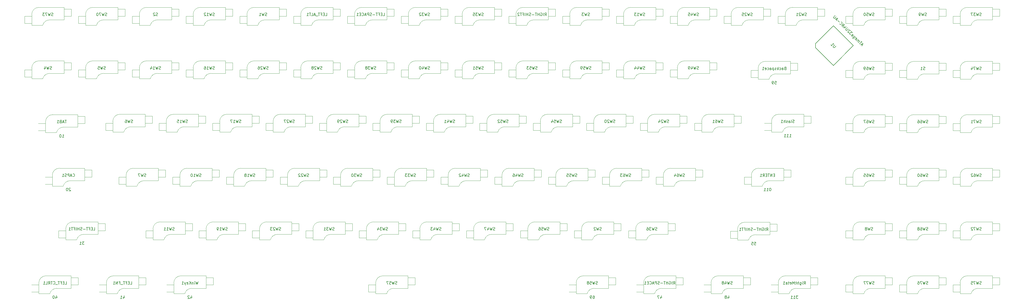
<source format=gbr>
%TF.GenerationSoftware,KiCad,Pcbnew,(5.1.10)-1*%
%TF.CreationDate,2021-11-17T09:30:16-08:00*%
%TF.ProjectId,chgray-keyboard,63686772-6179-42d6-9b65-79626f617264,Yeet2*%
%TF.SameCoordinates,Original*%
%TF.FileFunction,Other,Fab,Bot*%
%FSLAX46Y46*%
G04 Gerber Fmt 4.6, Leading zero omitted, Abs format (unit mm)*
G04 Created by KiCad (PCBNEW (5.1.10)-1) date 2021-11-17 09:30:16*
%MOMM*%
%LPD*%
G01*
G04 APERTURE LIST*
%ADD10C,0.150000*%
%ADD11C,0.120000*%
G04 APERTURE END LIST*
D10*
%TO.C,U1*%
X311576039Y-25979207D02*
X317940000Y-32343168D01*
X317940000Y-32343168D02*
X325011068Y-25272100D01*
X325011068Y-25272100D02*
X317940000Y-18201032D01*
X317940000Y-18201032D02*
X311576039Y-24564993D01*
X311576039Y-24564993D02*
X311576039Y-25979207D01*
D11*
%TO.C,SW10*%
X90372838Y-75202960D02*
G75*
G02*
X92837000Y-73279000I2464162J-616040D01*
G01*
X86487000Y-71374000D02*
G75*
G02*
X89027000Y-68834000I2540000J0D01*
G01*
X86487000Y-75184000D02*
X90297000Y-75184000D01*
X86487000Y-75184000D02*
X86487000Y-71374000D01*
X89027000Y-68834000D02*
X97917000Y-68834000D01*
X97917000Y-68834000D02*
X97917000Y-73279000D01*
X97917000Y-73279000D02*
X92837000Y-73279000D01*
X97917000Y-69469000D02*
X100457000Y-69469000D01*
X100457000Y-69469000D02*
X100457000Y-72009000D01*
X100457000Y-72009000D02*
X97917000Y-72009000D01*
X86487000Y-74549000D02*
X83947000Y-74549000D01*
X83947000Y-74549000D02*
X83947000Y-72009000D01*
X83947000Y-72009000D02*
X86487000Y-72009000D01*
%TO.C,SW57*%
X155829000Y-109601000D02*
G75*
G02*
X158369000Y-107061000I2540000J0D01*
G01*
X159714838Y-113429960D02*
G75*
G02*
X162179000Y-111506000I2464162J-616040D01*
G01*
X155829000Y-112776000D02*
X153289000Y-112776000D01*
X167259000Y-111506000D02*
X162179000Y-111506000D01*
X153289000Y-110236000D02*
X155829000Y-110236000D01*
X158369000Y-107061000D02*
X167259000Y-107061000D01*
X167259000Y-107696000D02*
X169799000Y-107696000D01*
X169799000Y-110236000D02*
X167259000Y-110236000D01*
X167259000Y-107061000D02*
X167259000Y-111506000D01*
X155829000Y-113411000D02*
X155829000Y-109601000D01*
X155829000Y-113411000D02*
X159639000Y-113411000D01*
X153289000Y-112776000D02*
X153289000Y-110236000D01*
X169799000Y-107696000D02*
X169799000Y-110236000D01*
%TO.C,SW21*%
X304769838Y-18052960D02*
G75*
G02*
X307234000Y-16129000I2464162J-616040D01*
G01*
X300884000Y-14224000D02*
G75*
G02*
X303424000Y-11684000I2540000J0D01*
G01*
X300884000Y-18034000D02*
X304694000Y-18034000D01*
X300884000Y-18034000D02*
X300884000Y-14224000D01*
X303424000Y-11684000D02*
X312314000Y-11684000D01*
X312314000Y-11684000D02*
X312314000Y-16129000D01*
X312314000Y-16129000D02*
X307234000Y-16129000D01*
X312314000Y-12319000D02*
X314854000Y-12319000D01*
X314854000Y-12319000D02*
X314854000Y-14859000D01*
X314854000Y-14859000D02*
X312314000Y-14859000D01*
X300884000Y-17399000D02*
X298344000Y-17399000D01*
X298344000Y-17399000D02*
X298344000Y-14859000D01*
X298344000Y-14859000D02*
X300884000Y-14859000D01*
%TO.C,RIGHT-SHIFT1*%
X287867838Y-94369960D02*
G75*
G02*
X290332000Y-92446000I2464162J-616040D01*
G01*
X283982000Y-90541000D02*
G75*
G02*
X286522000Y-88001000I2540000J0D01*
G01*
X295412000Y-92446000D02*
X290332000Y-92446000D01*
X281442000Y-93716000D02*
X281442000Y-91176000D01*
X283982000Y-94351000D02*
X283982000Y-90541000D01*
X295412000Y-88636000D02*
X297952000Y-88636000D01*
X295412000Y-88001000D02*
X295412000Y-92446000D01*
X297952000Y-91176000D02*
X295412000Y-91176000D01*
X281442000Y-91176000D02*
X283982000Y-91176000D01*
X283982000Y-93716000D02*
X281442000Y-93716000D01*
X297952000Y-88636000D02*
X297952000Y-91176000D01*
X286522000Y-88001000D02*
X295412000Y-88001000D01*
X283982000Y-94351000D02*
X287792000Y-94351000D01*
%TO.C,Slash1*%
X299900838Y-56015960D02*
G75*
G02*
X302365000Y-54092000I2464162J-616040D01*
G01*
X296015000Y-52187000D02*
G75*
G02*
X298555000Y-49647000I2540000J0D01*
G01*
X307445000Y-54092000D02*
X302365000Y-54092000D01*
X296015000Y-55997000D02*
X296015000Y-52187000D01*
X307445000Y-50282000D02*
X309985000Y-50282000D01*
X307445000Y-49647000D02*
X307445000Y-54092000D01*
X309985000Y-52822000D02*
X307445000Y-52822000D01*
X293475000Y-52822000D02*
X296015000Y-52822000D01*
X296015000Y-55362000D02*
X293475000Y-55362000D01*
X309985000Y-50282000D02*
X309985000Y-52822000D01*
X298555000Y-49647000D02*
X307445000Y-49647000D01*
X296015000Y-55997000D02*
X299825000Y-55997000D01*
%TO.C,SW52*%
X199084838Y-56025960D02*
G75*
G02*
X201549000Y-54102000I2464162J-616040D01*
G01*
X195199000Y-52197000D02*
G75*
G02*
X197739000Y-49657000I2540000J0D01*
G01*
X195199000Y-56007000D02*
X199009000Y-56007000D01*
X195199000Y-56007000D02*
X195199000Y-52197000D01*
X197739000Y-49657000D02*
X206629000Y-49657000D01*
X206629000Y-49657000D02*
X206629000Y-54102000D01*
X206629000Y-54102000D02*
X201549000Y-54102000D01*
X206629000Y-50292000D02*
X209169000Y-50292000D01*
X209169000Y-50292000D02*
X209169000Y-52832000D01*
X209169000Y-52832000D02*
X206629000Y-52832000D01*
X195199000Y-55372000D02*
X192659000Y-55372000D01*
X192659000Y-55372000D02*
X192659000Y-52832000D01*
X192659000Y-52832000D02*
X195199000Y-52832000D01*
%TO.C,SW51*%
X190321838Y-37057860D02*
G75*
G02*
X192786000Y-35133900I2464162J-616040D01*
G01*
X186436000Y-33228900D02*
G75*
G02*
X188976000Y-30688900I2540000J0D01*
G01*
X186436000Y-37038900D02*
X190246000Y-37038900D01*
X186436000Y-37038900D02*
X186436000Y-33228900D01*
X188976000Y-30688900D02*
X197866000Y-30688900D01*
X197866000Y-30688900D02*
X197866000Y-35133900D01*
X197866000Y-35133900D02*
X192786000Y-35133900D01*
X197866000Y-31323900D02*
X200406000Y-31323900D01*
X200406000Y-31323900D02*
X200406000Y-33863900D01*
X200406000Y-33863900D02*
X197866000Y-33863900D01*
X186436000Y-36403900D02*
X183896000Y-36403900D01*
X183896000Y-36403900D02*
X183896000Y-33863900D01*
X183896000Y-33863900D02*
X186436000Y-33863900D01*
%TO.C,SW58*%
X230717838Y-113419960D02*
G75*
G02*
X233182000Y-111496000I2464162J-616040D01*
G01*
X226832000Y-109591000D02*
G75*
G02*
X229372000Y-107051000I2540000J0D01*
G01*
X238262000Y-111496000D02*
X233182000Y-111496000D01*
X226832000Y-113401000D02*
X226832000Y-109591000D01*
X238262000Y-107686000D02*
X240802000Y-107686000D01*
X238262000Y-107051000D02*
X238262000Y-111496000D01*
X240802000Y-110226000D02*
X238262000Y-110226000D01*
X224292000Y-110226000D02*
X226832000Y-110226000D01*
X226832000Y-112766000D02*
X224292000Y-112766000D01*
X240802000Y-107686000D02*
X240802000Y-110226000D01*
X229372000Y-107051000D02*
X238262000Y-107051000D01*
X226832000Y-113401000D02*
X230642000Y-113401000D01*
%TO.C,RIGHT-SPACE1*%
X254593838Y-113419960D02*
G75*
G02*
X257058000Y-111496000I2464162J-616040D01*
G01*
X250708000Y-109591000D02*
G75*
G02*
X253248000Y-107051000I2540000J0D01*
G01*
X262138000Y-111496000D02*
X257058000Y-111496000D01*
X250708000Y-113401000D02*
X250708000Y-109591000D01*
X262138000Y-107686000D02*
X264678000Y-107686000D01*
X262138000Y-107051000D02*
X262138000Y-111496000D01*
X264678000Y-110226000D02*
X262138000Y-110226000D01*
X248168000Y-110226000D02*
X250708000Y-110226000D01*
X250708000Y-112766000D02*
X248168000Y-112766000D01*
X264678000Y-107686000D02*
X264678000Y-110226000D01*
X253248000Y-107051000D02*
X262138000Y-107051000D01*
X250708000Y-113401000D02*
X254518000Y-113401000D01*
%TO.C,LEFT_ALT1*%
X133171838Y-18052960D02*
G75*
G02*
X135636000Y-16129000I2464162J-616040D01*
G01*
X129286000Y-14224000D02*
G75*
G02*
X131826000Y-11684000I2540000J0D01*
G01*
X129286000Y-18034000D02*
X133096000Y-18034000D01*
X129286000Y-18034000D02*
X129286000Y-14224000D01*
X131826000Y-11684000D02*
X140716000Y-11684000D01*
X140716000Y-11684000D02*
X140716000Y-16129000D01*
X140716000Y-16129000D02*
X135636000Y-16129000D01*
X140716000Y-12319000D02*
X143256000Y-12319000D01*
X143256000Y-12319000D02*
X143256000Y-14859000D01*
X143256000Y-14859000D02*
X140716000Y-14859000D01*
X129286000Y-17399000D02*
X126746000Y-17399000D01*
X126746000Y-17399000D02*
X126746000Y-14859000D01*
X126746000Y-14859000D02*
X129286000Y-14859000D01*
%TO.C,RIGHT-SHIFT2*%
X209371838Y-18052960D02*
G75*
G02*
X211836000Y-16129000I2464162J-616040D01*
G01*
X205486000Y-14224000D02*
G75*
G02*
X208026000Y-11684000I2540000J0D01*
G01*
X205486000Y-18034000D02*
X209296000Y-18034000D01*
X205486000Y-18034000D02*
X205486000Y-14224000D01*
X208026000Y-11684000D02*
X216916000Y-11684000D01*
X216916000Y-11684000D02*
X216916000Y-16129000D01*
X216916000Y-16129000D02*
X211836000Y-16129000D01*
X216916000Y-12319000D02*
X219456000Y-12319000D01*
X219456000Y-12319000D02*
X219456000Y-14859000D01*
X219456000Y-14859000D02*
X216916000Y-14859000D01*
X205486000Y-17399000D02*
X202946000Y-17399000D01*
X202946000Y-17399000D02*
X202946000Y-14859000D01*
X202946000Y-14859000D02*
X205486000Y-14859000D01*
%TO.C,LEFT-SPACE1*%
X152221838Y-18052960D02*
G75*
G02*
X154686000Y-16129000I2464162J-616040D01*
G01*
X148336000Y-14224000D02*
G75*
G02*
X150876000Y-11684000I2540000J0D01*
G01*
X148336000Y-18034000D02*
X152146000Y-18034000D01*
X148336000Y-18034000D02*
X148336000Y-14224000D01*
X150876000Y-11684000D02*
X159766000Y-11684000D01*
X159766000Y-11684000D02*
X159766000Y-16129000D01*
X159766000Y-16129000D02*
X154686000Y-16129000D01*
X159766000Y-12319000D02*
X162306000Y-12319000D01*
X162306000Y-12319000D02*
X162306000Y-14859000D01*
X162306000Y-14859000D02*
X159766000Y-14859000D01*
X148336000Y-17399000D02*
X145796000Y-17399000D01*
X145796000Y-17399000D02*
X145796000Y-14859000D01*
X145796000Y-14859000D02*
X148336000Y-14859000D01*
%TO.C,SW50*%
X328700838Y-18052960D02*
G75*
G02*
X331165000Y-16129000I2464162J-616040D01*
G01*
X324815000Y-14224000D02*
G75*
G02*
X327355000Y-11684000I2540000J0D01*
G01*
X324815000Y-18034000D02*
X328625000Y-18034000D01*
X324815000Y-18034000D02*
X324815000Y-14224000D01*
X327355000Y-11684000D02*
X336245000Y-11684000D01*
X336245000Y-11684000D02*
X336245000Y-16129000D01*
X336245000Y-16129000D02*
X331165000Y-16129000D01*
X336245000Y-12319000D02*
X338785000Y-12319000D01*
X338785000Y-12319000D02*
X338785000Y-14859000D01*
X338785000Y-14859000D02*
X336245000Y-14859000D01*
X324815000Y-17399000D02*
X322275000Y-17399000D01*
X322275000Y-17399000D02*
X322275000Y-14859000D01*
X322275000Y-14859000D02*
X324815000Y-14859000D01*
%TO.C,SW45*%
X266521838Y-18052960D02*
G75*
G02*
X268986000Y-16129000I2464162J-616040D01*
G01*
X262636000Y-14224000D02*
G75*
G02*
X265176000Y-11684000I2540000J0D01*
G01*
X262636000Y-18034000D02*
X266446000Y-18034000D01*
X262636000Y-18034000D02*
X262636000Y-14224000D01*
X265176000Y-11684000D02*
X274066000Y-11684000D01*
X274066000Y-11684000D02*
X274066000Y-16129000D01*
X274066000Y-16129000D02*
X268986000Y-16129000D01*
X274066000Y-12319000D02*
X276606000Y-12319000D01*
X276606000Y-12319000D02*
X276606000Y-14859000D01*
X276606000Y-14859000D02*
X274066000Y-14859000D01*
X262636000Y-17399000D02*
X260096000Y-17399000D01*
X260096000Y-17399000D02*
X260096000Y-14859000D01*
X260096000Y-14859000D02*
X262636000Y-14859000D01*
%TO.C,SW37*%
X366673838Y-18052960D02*
G75*
G02*
X369138000Y-16129000I2464162J-616040D01*
G01*
X362788000Y-14224000D02*
G75*
G02*
X365328000Y-11684000I2540000J0D01*
G01*
X362788000Y-18034000D02*
X366598000Y-18034000D01*
X362788000Y-18034000D02*
X362788000Y-14224000D01*
X365328000Y-11684000D02*
X374218000Y-11684000D01*
X374218000Y-11684000D02*
X374218000Y-16129000D01*
X374218000Y-16129000D02*
X369138000Y-16129000D01*
X374218000Y-12319000D02*
X376758000Y-12319000D01*
X376758000Y-12319000D02*
X376758000Y-14859000D01*
X376758000Y-14859000D02*
X374218000Y-14859000D01*
X362788000Y-17399000D02*
X360248000Y-17399000D01*
X360248000Y-17399000D02*
X360248000Y-14859000D01*
X360248000Y-14859000D02*
X362788000Y-14859000D01*
%TO.C,SW25*%
X285571838Y-18052960D02*
G75*
G02*
X288036000Y-16129000I2464162J-616040D01*
G01*
X281686000Y-14224000D02*
G75*
G02*
X284226000Y-11684000I2540000J0D01*
G01*
X281686000Y-18034000D02*
X285496000Y-18034000D01*
X281686000Y-18034000D02*
X281686000Y-14224000D01*
X284226000Y-11684000D02*
X293116000Y-11684000D01*
X293116000Y-11684000D02*
X293116000Y-16129000D01*
X293116000Y-16129000D02*
X288036000Y-16129000D01*
X293116000Y-12319000D02*
X295656000Y-12319000D01*
X295656000Y-12319000D02*
X295656000Y-14859000D01*
X295656000Y-14859000D02*
X293116000Y-14859000D01*
X281686000Y-17399000D02*
X279146000Y-17399000D01*
X279146000Y-17399000D02*
X279146000Y-14859000D01*
X279146000Y-14859000D02*
X281686000Y-14859000D01*
%TO.C,SW13*%
X247471838Y-18052960D02*
G75*
G02*
X249936000Y-16129000I2464162J-616040D01*
G01*
X243586000Y-14224000D02*
G75*
G02*
X246126000Y-11684000I2540000J0D01*
G01*
X243586000Y-18034000D02*
X247396000Y-18034000D01*
X243586000Y-18034000D02*
X243586000Y-14224000D01*
X246126000Y-11684000D02*
X255016000Y-11684000D01*
X255016000Y-11684000D02*
X255016000Y-16129000D01*
X255016000Y-16129000D02*
X249936000Y-16129000D01*
X255016000Y-12319000D02*
X257556000Y-12319000D01*
X257556000Y-12319000D02*
X257556000Y-14859000D01*
X257556000Y-14859000D02*
X255016000Y-14859000D01*
X243586000Y-17399000D02*
X241046000Y-17399000D01*
X241046000Y-17399000D02*
X241046000Y-14859000D01*
X241046000Y-14859000D02*
X243586000Y-14859000D01*
%TO.C,SW9*%
X347750838Y-18052960D02*
G75*
G02*
X350215000Y-16129000I2464162J-616040D01*
G01*
X343865000Y-14224000D02*
G75*
G02*
X346405000Y-11684000I2540000J0D01*
G01*
X343865000Y-18034000D02*
X347675000Y-18034000D01*
X343865000Y-18034000D02*
X343865000Y-14224000D01*
X346405000Y-11684000D02*
X355295000Y-11684000D01*
X355295000Y-11684000D02*
X355295000Y-16129000D01*
X355295000Y-16129000D02*
X350215000Y-16129000D01*
X355295000Y-12319000D02*
X357835000Y-12319000D01*
X357835000Y-12319000D02*
X357835000Y-14859000D01*
X357835000Y-14859000D02*
X355295000Y-14859000D01*
X343865000Y-17399000D02*
X341325000Y-17399000D01*
X341325000Y-17399000D02*
X341325000Y-14859000D01*
X341325000Y-14859000D02*
X343865000Y-14859000D01*
%TO.C,SW3*%
X228421838Y-18052960D02*
G75*
G02*
X230886000Y-16129000I2464162J-616040D01*
G01*
X224536000Y-14224000D02*
G75*
G02*
X227076000Y-11684000I2540000J0D01*
G01*
X224536000Y-18034000D02*
X228346000Y-18034000D01*
X224536000Y-18034000D02*
X224536000Y-14224000D01*
X227076000Y-11684000D02*
X235966000Y-11684000D01*
X235966000Y-11684000D02*
X235966000Y-16129000D01*
X235966000Y-16129000D02*
X230886000Y-16129000D01*
X235966000Y-12319000D02*
X238506000Y-12319000D01*
X238506000Y-12319000D02*
X238506000Y-14859000D01*
X238506000Y-14859000D02*
X235966000Y-14859000D01*
X224536000Y-17399000D02*
X221996000Y-17399000D01*
X221996000Y-17399000D02*
X221996000Y-14859000D01*
X221996000Y-14859000D02*
X224536000Y-14859000D01*
%TO.C,RightMeta1*%
X302275838Y-113419960D02*
G75*
G02*
X304740000Y-111496000I2464162J-616040D01*
G01*
X298390000Y-109591000D02*
G75*
G02*
X300930000Y-107051000I2540000J0D01*
G01*
X309820000Y-111496000D02*
X304740000Y-111496000D01*
X298390000Y-113401000D02*
X298390000Y-109591000D01*
X309820000Y-107686000D02*
X312360000Y-107686000D01*
X309820000Y-107051000D02*
X309820000Y-111496000D01*
X312360000Y-110226000D02*
X309820000Y-110226000D01*
X295850000Y-110226000D02*
X298390000Y-110226000D01*
X298390000Y-112766000D02*
X295850000Y-112766000D01*
X312360000Y-107686000D02*
X312360000Y-110226000D01*
X300930000Y-107051000D02*
X309820000Y-107051000D01*
X298390000Y-113401000D02*
X302200000Y-113401000D01*
%TO.C,ENTER1*%
X292755838Y-75192960D02*
G75*
G02*
X295220000Y-73269000I2464162J-616040D01*
G01*
X288870000Y-71364000D02*
G75*
G02*
X291410000Y-68824000I2540000J0D01*
G01*
X288870000Y-75174000D02*
X292680000Y-75174000D01*
X291410000Y-68824000D02*
X300300000Y-68824000D01*
X302840000Y-69459000D02*
X302840000Y-71999000D01*
X288870000Y-74539000D02*
X286330000Y-74539000D01*
X286330000Y-71999000D02*
X288870000Y-71999000D01*
X302840000Y-71999000D02*
X300300000Y-71999000D01*
X300300000Y-68824000D02*
X300300000Y-73269000D01*
X300300000Y-69459000D02*
X302840000Y-69459000D01*
X288870000Y-75174000D02*
X288870000Y-71364000D01*
X286330000Y-74539000D02*
X286330000Y-71999000D01*
X300300000Y-73269000D02*
X295220000Y-73269000D01*
%TO.C,SW4*%
X37921838Y-37057860D02*
G75*
G02*
X40386000Y-35133900I2464162J-616040D01*
G01*
X34036000Y-33228900D02*
G75*
G02*
X36576000Y-30688900I2540000J0D01*
G01*
X34036000Y-37038900D02*
X37846000Y-37038900D01*
X34036000Y-37038900D02*
X34036000Y-33228900D01*
X36576000Y-30688900D02*
X45466000Y-30688900D01*
X45466000Y-30688900D02*
X45466000Y-35133900D01*
X45466000Y-35133900D02*
X40386000Y-35133900D01*
X45466000Y-31323900D02*
X48006000Y-31323900D01*
X48006000Y-31323900D02*
X48006000Y-33863900D01*
X48006000Y-33863900D02*
X45466000Y-33863900D01*
X34036000Y-36403900D02*
X31496000Y-36403900D01*
X31496000Y-36403900D02*
X31496000Y-33863900D01*
X31496000Y-33863900D02*
X34036000Y-33863900D01*
%TO.C,WinKey1*%
X88223838Y-113419960D02*
G75*
G02*
X90688000Y-111496000I2464162J-616040D01*
G01*
X84338000Y-109591000D02*
G75*
G02*
X86878000Y-107051000I2540000J0D01*
G01*
X95768000Y-111496000D02*
X90688000Y-111496000D01*
X84338000Y-113401000D02*
X84338000Y-109591000D01*
X95768000Y-107686000D02*
X98308000Y-107686000D01*
X95768000Y-107051000D02*
X95768000Y-111496000D01*
X98308000Y-110226000D02*
X95768000Y-110226000D01*
X81798000Y-110226000D02*
X84338000Y-110226000D01*
X84338000Y-112766000D02*
X81798000Y-112766000D01*
X98308000Y-107686000D02*
X98308000Y-110226000D01*
X86878000Y-107051000D02*
X95768000Y-107051000D01*
X84338000Y-113401000D02*
X88148000Y-113401000D01*
%TO.C,LEFT_FN1*%
X64347838Y-113419960D02*
G75*
G02*
X66812000Y-111496000I2464162J-616040D01*
G01*
X60462000Y-109591000D02*
G75*
G02*
X63002000Y-107051000I2540000J0D01*
G01*
X71892000Y-111496000D02*
X66812000Y-111496000D01*
X60462000Y-113401000D02*
X60462000Y-109591000D01*
X71892000Y-107686000D02*
X74432000Y-107686000D01*
X71892000Y-107051000D02*
X71892000Y-111496000D01*
X74432000Y-110226000D02*
X71892000Y-110226000D01*
X57922000Y-110226000D02*
X60462000Y-110226000D01*
X60462000Y-112766000D02*
X57922000Y-112766000D01*
X74432000Y-107686000D02*
X74432000Y-110226000D01*
X63002000Y-107051000D02*
X71892000Y-107051000D01*
X60462000Y-113401000D02*
X64272000Y-113401000D01*
%TO.C,LEFT_CTRL1*%
X40430538Y-113419960D02*
G75*
G02*
X42894700Y-111496000I2464162J-616040D01*
G01*
X36544700Y-109591000D02*
G75*
G02*
X39084700Y-107051000I2540000J0D01*
G01*
X47974700Y-111496000D02*
X42894700Y-111496000D01*
X36544700Y-113401000D02*
X36544700Y-109591000D01*
X47974700Y-107686000D02*
X50514700Y-107686000D01*
X47974700Y-107051000D02*
X47974700Y-111496000D01*
X50514700Y-110226000D02*
X47974700Y-110226000D01*
X34004700Y-110226000D02*
X36544700Y-110226000D01*
X36544700Y-112766000D02*
X34004700Y-112766000D01*
X50514700Y-107686000D02*
X50514700Y-110226000D01*
X39084700Y-107051000D02*
X47974700Y-107051000D01*
X36544700Y-113401000D02*
X40354700Y-113401000D01*
%TO.C,LEFT-SHIFT1*%
X49955538Y-94242960D02*
G75*
G02*
X52419700Y-92319000I2464162J-616040D01*
G01*
X46069700Y-90414000D02*
G75*
G02*
X48609700Y-87874000I2540000J0D01*
G01*
X46069700Y-94224000D02*
X49879700Y-94224000D01*
X48609700Y-87874000D02*
X57499700Y-87874000D01*
X60039700Y-88509000D02*
X60039700Y-91049000D01*
X46069700Y-93589000D02*
X43529700Y-93589000D01*
X43529700Y-91049000D02*
X46069700Y-91049000D01*
X60039700Y-91049000D02*
X57499700Y-91049000D01*
X57499700Y-87874000D02*
X57499700Y-92319000D01*
X57499700Y-88509000D02*
X60039700Y-88509000D01*
X46069700Y-94224000D02*
X46069700Y-90414000D01*
X43529700Y-93589000D02*
X43529700Y-91049000D01*
X57499700Y-92319000D02*
X52419700Y-92319000D01*
%TO.C,Backspace1*%
X295138838Y-37219960D02*
G75*
G02*
X297603000Y-35296000I2464162J-616040D01*
G01*
X291253000Y-33391000D02*
G75*
G02*
X293793000Y-30851000I2540000J0D01*
G01*
X291253000Y-37201000D02*
X295063000Y-37201000D01*
X293793000Y-30851000D02*
X302683000Y-30851000D01*
X305223000Y-31486000D02*
X305223000Y-34026000D01*
X291253000Y-36566000D02*
X288713000Y-36566000D01*
X288713000Y-34026000D02*
X291253000Y-34026000D01*
X305223000Y-34026000D02*
X302683000Y-34026000D01*
X302683000Y-30851000D02*
X302683000Y-35296000D01*
X302683000Y-31486000D02*
X305223000Y-31486000D01*
X291253000Y-37201000D02*
X291253000Y-33391000D01*
X288713000Y-36566000D02*
X288713000Y-34026000D01*
X302683000Y-35296000D02*
X297603000Y-35296000D01*
%TO.C,TAB1*%
X42810538Y-56159160D02*
G75*
G02*
X45274700Y-54235200I2464162J-616040D01*
G01*
X38924700Y-52330200D02*
G75*
G02*
X41464700Y-49790200I2540000J0D01*
G01*
X50354700Y-54235200D02*
X45274700Y-54235200D01*
X38924700Y-56140200D02*
X38924700Y-52330200D01*
X50354700Y-50425200D02*
X52894700Y-50425200D01*
X50354700Y-49790200D02*
X50354700Y-54235200D01*
X52894700Y-52965200D02*
X50354700Y-52965200D01*
X36384700Y-52965200D02*
X38924700Y-52965200D01*
X38924700Y-55505200D02*
X36384700Y-55505200D01*
X52894700Y-50425200D02*
X52894700Y-52965200D01*
X41464700Y-49790200D02*
X50354700Y-49790200D01*
X38924700Y-56140200D02*
X42734700Y-56140200D01*
%TO.C,CAPS1*%
X41307200Y-71364000D02*
G75*
G02*
X43847200Y-68824000I2540000J0D01*
G01*
X45193038Y-75192960D02*
G75*
G02*
X47657200Y-73269000I2464162J-616040D01*
G01*
X52737200Y-73269000D02*
X47657200Y-73269000D01*
X41307200Y-75174000D02*
X41307200Y-71364000D01*
X52737200Y-69459000D02*
X55277200Y-69459000D01*
X52737200Y-68824000D02*
X52737200Y-73269000D01*
X55277200Y-71999000D02*
X52737200Y-71999000D01*
X38767200Y-71999000D02*
X41307200Y-71999000D01*
X41307200Y-74539000D02*
X38767200Y-74539000D01*
X55277200Y-69459000D02*
X55277200Y-71999000D01*
X43847200Y-68824000D02*
X52737200Y-68824000D01*
X41307200Y-75174000D02*
X45117200Y-75174000D01*
%TO.C,SW63*%
X242518838Y-75202960D02*
G75*
G02*
X244983000Y-73279000I2464162J-616040D01*
G01*
X238633000Y-71374000D02*
G75*
G02*
X241173000Y-68834000I2540000J0D01*
G01*
X238633000Y-75184000D02*
X242443000Y-75184000D01*
X238633000Y-75184000D02*
X238633000Y-71374000D01*
X241173000Y-68834000D02*
X250063000Y-68834000D01*
X250063000Y-68834000D02*
X250063000Y-73279000D01*
X250063000Y-73279000D02*
X244983000Y-73279000D01*
X250063000Y-69469000D02*
X252603000Y-69469000D01*
X252603000Y-69469000D02*
X252603000Y-72009000D01*
X252603000Y-72009000D02*
X250063000Y-72009000D01*
X238633000Y-74549000D02*
X236093000Y-74549000D01*
X236093000Y-74549000D02*
X236093000Y-72009000D01*
X236093000Y-72009000D02*
X238633000Y-72009000D01*
%TO.C,SW1*%
X114121838Y-18052960D02*
G75*
G02*
X116586000Y-16129000I2464162J-616040D01*
G01*
X110236000Y-14224000D02*
G75*
G02*
X112776000Y-11684000I2540000J0D01*
G01*
X110236000Y-18034000D02*
X114046000Y-18034000D01*
X110236000Y-18034000D02*
X110236000Y-14224000D01*
X112776000Y-11684000D02*
X121666000Y-11684000D01*
X121666000Y-11684000D02*
X121666000Y-16129000D01*
X121666000Y-16129000D02*
X116586000Y-16129000D01*
X121666000Y-12319000D02*
X124206000Y-12319000D01*
X124206000Y-12319000D02*
X124206000Y-14859000D01*
X124206000Y-14859000D02*
X121666000Y-14859000D01*
X110236000Y-17399000D02*
X107696000Y-17399000D01*
X107696000Y-17399000D02*
X107696000Y-14859000D01*
X107696000Y-14859000D02*
X110236000Y-14859000D01*
%TO.C,SW2*%
X232612838Y-94252960D02*
G75*
G02*
X235077000Y-92329000I2464162J-616040D01*
G01*
X228727000Y-90424000D02*
G75*
G02*
X231267000Y-87884000I2540000J0D01*
G01*
X228727000Y-94234000D02*
X232537000Y-94234000D01*
X228727000Y-94234000D02*
X228727000Y-90424000D01*
X231267000Y-87884000D02*
X240157000Y-87884000D01*
X240157000Y-87884000D02*
X240157000Y-92329000D01*
X240157000Y-92329000D02*
X235077000Y-92329000D01*
X240157000Y-88519000D02*
X242697000Y-88519000D01*
X242697000Y-88519000D02*
X242697000Y-91059000D01*
X242697000Y-91059000D02*
X240157000Y-91059000D01*
X228727000Y-93599000D02*
X226187000Y-93599000D01*
X226187000Y-93599000D02*
X226187000Y-91059000D01*
X226187000Y-91059000D02*
X228727000Y-91059000D01*
%TO.C,SW5*%
X56971838Y-37057860D02*
G75*
G02*
X59436000Y-35133900I2464162J-616040D01*
G01*
X53086000Y-33228900D02*
G75*
G02*
X55626000Y-30688900I2540000J0D01*
G01*
X53086000Y-37038900D02*
X56896000Y-37038900D01*
X53086000Y-37038900D02*
X53086000Y-33228900D01*
X55626000Y-30688900D02*
X64516000Y-30688900D01*
X64516000Y-30688900D02*
X64516000Y-35133900D01*
X64516000Y-35133900D02*
X59436000Y-35133900D01*
X64516000Y-31323900D02*
X67056000Y-31323900D01*
X67056000Y-31323900D02*
X67056000Y-33863900D01*
X67056000Y-33863900D02*
X64516000Y-33863900D01*
X53086000Y-36403900D02*
X50546000Y-36403900D01*
X50546000Y-36403900D02*
X50546000Y-33863900D01*
X50546000Y-33863900D02*
X53086000Y-33863900D01*
%TO.C,SW6*%
X66623838Y-56025960D02*
G75*
G02*
X69088000Y-54102000I2464162J-616040D01*
G01*
X62738000Y-52197000D02*
G75*
G02*
X65278000Y-49657000I2540000J0D01*
G01*
X62738000Y-56007000D02*
X66548000Y-56007000D01*
X62738000Y-56007000D02*
X62738000Y-52197000D01*
X65278000Y-49657000D02*
X74168000Y-49657000D01*
X74168000Y-49657000D02*
X74168000Y-54102000D01*
X74168000Y-54102000D02*
X69088000Y-54102000D01*
X74168000Y-50292000D02*
X76708000Y-50292000D01*
X76708000Y-50292000D02*
X76708000Y-52832000D01*
X76708000Y-52832000D02*
X74168000Y-52832000D01*
X62738000Y-55372000D02*
X60198000Y-55372000D01*
X60198000Y-55372000D02*
X60198000Y-52832000D01*
X60198000Y-52832000D02*
X62738000Y-52832000D01*
%TO.C,SW7*%
X71322838Y-75202960D02*
G75*
G02*
X73787000Y-73279000I2464162J-616040D01*
G01*
X67437000Y-71374000D02*
G75*
G02*
X69977000Y-68834000I2540000J0D01*
G01*
X67437000Y-75184000D02*
X71247000Y-75184000D01*
X67437000Y-75184000D02*
X67437000Y-71374000D01*
X69977000Y-68834000D02*
X78867000Y-68834000D01*
X78867000Y-68834000D02*
X78867000Y-73279000D01*
X78867000Y-73279000D02*
X73787000Y-73279000D01*
X78867000Y-69469000D02*
X81407000Y-69469000D01*
X81407000Y-69469000D02*
X81407000Y-72009000D01*
X81407000Y-72009000D02*
X78867000Y-72009000D01*
X67437000Y-74549000D02*
X64897000Y-74549000D01*
X64897000Y-74549000D02*
X64897000Y-72009000D01*
X64897000Y-72009000D02*
X67437000Y-72009000D01*
%TO.C,SW8*%
X328700838Y-94252960D02*
G75*
G02*
X331165000Y-92329000I2464162J-616040D01*
G01*
X324815000Y-90424000D02*
G75*
G02*
X327355000Y-87884000I2540000J0D01*
G01*
X324815000Y-94234000D02*
X328625000Y-94234000D01*
X324815000Y-94234000D02*
X324815000Y-90424000D01*
X327355000Y-87884000D02*
X336245000Y-87884000D01*
X336245000Y-87884000D02*
X336245000Y-92329000D01*
X336245000Y-92329000D02*
X331165000Y-92329000D01*
X336245000Y-88519000D02*
X338785000Y-88519000D01*
X338785000Y-88519000D02*
X338785000Y-91059000D01*
X338785000Y-91059000D02*
X336245000Y-91059000D01*
X324815000Y-93599000D02*
X322275000Y-93599000D01*
X322275000Y-93599000D02*
X322275000Y-91059000D01*
X322275000Y-91059000D02*
X324815000Y-91059000D01*
%TO.C,SW11*%
X80847838Y-94252960D02*
G75*
G02*
X83312000Y-92329000I2464162J-616040D01*
G01*
X76962000Y-90424000D02*
G75*
G02*
X79502000Y-87884000I2540000J0D01*
G01*
X76962000Y-94234000D02*
X80772000Y-94234000D01*
X76962000Y-94234000D02*
X76962000Y-90424000D01*
X79502000Y-87884000D02*
X88392000Y-87884000D01*
X88392000Y-87884000D02*
X88392000Y-92329000D01*
X88392000Y-92329000D02*
X83312000Y-92329000D01*
X88392000Y-88519000D02*
X90932000Y-88519000D01*
X90932000Y-88519000D02*
X90932000Y-91059000D01*
X90932000Y-91059000D02*
X88392000Y-91059000D01*
X76962000Y-93599000D02*
X74422000Y-93599000D01*
X74422000Y-93599000D02*
X74422000Y-91059000D01*
X74422000Y-91059000D02*
X76962000Y-91059000D01*
%TO.C,SW12*%
X95071838Y-18052960D02*
G75*
G02*
X97536000Y-16129000I2464162J-616040D01*
G01*
X91186000Y-14224000D02*
G75*
G02*
X93726000Y-11684000I2540000J0D01*
G01*
X91186000Y-18034000D02*
X94996000Y-18034000D01*
X91186000Y-18034000D02*
X91186000Y-14224000D01*
X93726000Y-11684000D02*
X102616000Y-11684000D01*
X102616000Y-11684000D02*
X102616000Y-16129000D01*
X102616000Y-16129000D02*
X97536000Y-16129000D01*
X102616000Y-12319000D02*
X105156000Y-12319000D01*
X105156000Y-12319000D02*
X105156000Y-14859000D01*
X105156000Y-14859000D02*
X102616000Y-14859000D01*
X91186000Y-17399000D02*
X88646000Y-17399000D01*
X88646000Y-17399000D02*
X88646000Y-14859000D01*
X88646000Y-14859000D02*
X91186000Y-14859000D01*
%TO.C,SW14*%
X76021838Y-37057860D02*
G75*
G02*
X78486000Y-35133900I2464162J-616040D01*
G01*
X72136000Y-33228900D02*
G75*
G02*
X74676000Y-30688900I2540000J0D01*
G01*
X72136000Y-37038900D02*
X75946000Y-37038900D01*
X72136000Y-37038900D02*
X72136000Y-33228900D01*
X74676000Y-30688900D02*
X83566000Y-30688900D01*
X83566000Y-30688900D02*
X83566000Y-35133900D01*
X83566000Y-35133900D02*
X78486000Y-35133900D01*
X83566000Y-31323900D02*
X86106000Y-31323900D01*
X86106000Y-31323900D02*
X86106000Y-33863900D01*
X86106000Y-33863900D02*
X83566000Y-33863900D01*
X72136000Y-36403900D02*
X69596000Y-36403900D01*
X69596000Y-36403900D02*
X69596000Y-33863900D01*
X69596000Y-33863900D02*
X72136000Y-33863900D01*
%TO.C,SW15*%
X85546838Y-56025960D02*
G75*
G02*
X88011000Y-54102000I2464162J-616040D01*
G01*
X81661000Y-52197000D02*
G75*
G02*
X84201000Y-49657000I2540000J0D01*
G01*
X81661000Y-56007000D02*
X85471000Y-56007000D01*
X81661000Y-56007000D02*
X81661000Y-52197000D01*
X84201000Y-49657000D02*
X93091000Y-49657000D01*
X93091000Y-49657000D02*
X93091000Y-54102000D01*
X93091000Y-54102000D02*
X88011000Y-54102000D01*
X93091000Y-50292000D02*
X95631000Y-50292000D01*
X95631000Y-50292000D02*
X95631000Y-52832000D01*
X95631000Y-52832000D02*
X93091000Y-52832000D01*
X81661000Y-55372000D02*
X79121000Y-55372000D01*
X79121000Y-55372000D02*
X79121000Y-52832000D01*
X79121000Y-52832000D02*
X81661000Y-52832000D01*
%TO.C,SW16*%
X95071838Y-37057860D02*
G75*
G02*
X97536000Y-35133900I2464162J-616040D01*
G01*
X91186000Y-33228900D02*
G75*
G02*
X93726000Y-30688900I2540000J0D01*
G01*
X91186000Y-37038900D02*
X94996000Y-37038900D01*
X91186000Y-37038900D02*
X91186000Y-33228900D01*
X93726000Y-30688900D02*
X102616000Y-30688900D01*
X102616000Y-30688900D02*
X102616000Y-35133900D01*
X102616000Y-35133900D02*
X97536000Y-35133900D01*
X102616000Y-31323900D02*
X105156000Y-31323900D01*
X105156000Y-31323900D02*
X105156000Y-33863900D01*
X105156000Y-33863900D02*
X102616000Y-33863900D01*
X91186000Y-36403900D02*
X88646000Y-36403900D01*
X88646000Y-36403900D02*
X88646000Y-33863900D01*
X88646000Y-33863900D02*
X91186000Y-33863900D01*
%TO.C,SW17*%
X104469838Y-56025960D02*
G75*
G02*
X106934000Y-54102000I2464162J-616040D01*
G01*
X100584000Y-52197000D02*
G75*
G02*
X103124000Y-49657000I2540000J0D01*
G01*
X100584000Y-56007000D02*
X104394000Y-56007000D01*
X100584000Y-56007000D02*
X100584000Y-52197000D01*
X103124000Y-49657000D02*
X112014000Y-49657000D01*
X112014000Y-49657000D02*
X112014000Y-54102000D01*
X112014000Y-54102000D02*
X106934000Y-54102000D01*
X112014000Y-50292000D02*
X114554000Y-50292000D01*
X114554000Y-50292000D02*
X114554000Y-52832000D01*
X114554000Y-52832000D02*
X112014000Y-52832000D01*
X100584000Y-55372000D02*
X98044000Y-55372000D01*
X98044000Y-55372000D02*
X98044000Y-52832000D01*
X98044000Y-52832000D02*
X100584000Y-52832000D01*
%TO.C,SW18*%
X109422838Y-75202960D02*
G75*
G02*
X111887000Y-73279000I2464162J-616040D01*
G01*
X105537000Y-71374000D02*
G75*
G02*
X108077000Y-68834000I2540000J0D01*
G01*
X105537000Y-75184000D02*
X109347000Y-75184000D01*
X105537000Y-75184000D02*
X105537000Y-71374000D01*
X108077000Y-68834000D02*
X116967000Y-68834000D01*
X116967000Y-68834000D02*
X116967000Y-73279000D01*
X116967000Y-73279000D02*
X111887000Y-73279000D01*
X116967000Y-69469000D02*
X119507000Y-69469000D01*
X119507000Y-69469000D02*
X119507000Y-72009000D01*
X119507000Y-72009000D02*
X116967000Y-72009000D01*
X105537000Y-74549000D02*
X102997000Y-74549000D01*
X102997000Y-74549000D02*
X102997000Y-72009000D01*
X102997000Y-72009000D02*
X105537000Y-72009000D01*
%TO.C,SW19*%
X99643838Y-94252960D02*
G75*
G02*
X102108000Y-92329000I2464162J-616040D01*
G01*
X95758000Y-90424000D02*
G75*
G02*
X98298000Y-87884000I2540000J0D01*
G01*
X95758000Y-94234000D02*
X99568000Y-94234000D01*
X95758000Y-94234000D02*
X95758000Y-90424000D01*
X98298000Y-87884000D02*
X107188000Y-87884000D01*
X107188000Y-87884000D02*
X107188000Y-92329000D01*
X107188000Y-92329000D02*
X102108000Y-92329000D01*
X107188000Y-88519000D02*
X109728000Y-88519000D01*
X109728000Y-88519000D02*
X109728000Y-91059000D01*
X109728000Y-91059000D02*
X107188000Y-91059000D01*
X95758000Y-93599000D02*
X93218000Y-93599000D01*
X93218000Y-93599000D02*
X93218000Y-91059000D01*
X93218000Y-91059000D02*
X95758000Y-91059000D01*
%TO.C,SW20*%
X236930838Y-56025960D02*
G75*
G02*
X239395000Y-54102000I2464162J-616040D01*
G01*
X233045000Y-52197000D02*
G75*
G02*
X235585000Y-49657000I2540000J0D01*
G01*
X233045000Y-56007000D02*
X236855000Y-56007000D01*
X233045000Y-56007000D02*
X233045000Y-52197000D01*
X235585000Y-49657000D02*
X244475000Y-49657000D01*
X244475000Y-49657000D02*
X244475000Y-54102000D01*
X244475000Y-54102000D02*
X239395000Y-54102000D01*
X244475000Y-50292000D02*
X247015000Y-50292000D01*
X247015000Y-50292000D02*
X247015000Y-52832000D01*
X247015000Y-52832000D02*
X244475000Y-52832000D01*
X233045000Y-55372000D02*
X230505000Y-55372000D01*
X230505000Y-55372000D02*
X230505000Y-52832000D01*
X230505000Y-52832000D02*
X233045000Y-52832000D01*
%TO.C,SW22*%
X128472838Y-75202960D02*
G75*
G02*
X130937000Y-73279000I2464162J-616040D01*
G01*
X124587000Y-71374000D02*
G75*
G02*
X127127000Y-68834000I2540000J0D01*
G01*
X124587000Y-75184000D02*
X128397000Y-75184000D01*
X124587000Y-75184000D02*
X124587000Y-71374000D01*
X127127000Y-68834000D02*
X136017000Y-68834000D01*
X136017000Y-68834000D02*
X136017000Y-73279000D01*
X136017000Y-73279000D02*
X130937000Y-73279000D01*
X136017000Y-69469000D02*
X138557000Y-69469000D01*
X138557000Y-69469000D02*
X138557000Y-72009000D01*
X138557000Y-72009000D02*
X136017000Y-72009000D01*
X124587000Y-74549000D02*
X122047000Y-74549000D01*
X122047000Y-74549000D02*
X122047000Y-72009000D01*
X122047000Y-72009000D02*
X124587000Y-72009000D01*
%TO.C,SW23*%
X118566838Y-94252960D02*
G75*
G02*
X121031000Y-92329000I2464162J-616040D01*
G01*
X114681000Y-90424000D02*
G75*
G02*
X117221000Y-87884000I2540000J0D01*
G01*
X114681000Y-94234000D02*
X118491000Y-94234000D01*
X114681000Y-94234000D02*
X114681000Y-90424000D01*
X117221000Y-87884000D02*
X126111000Y-87884000D01*
X126111000Y-87884000D02*
X126111000Y-92329000D01*
X126111000Y-92329000D02*
X121031000Y-92329000D01*
X126111000Y-88519000D02*
X128651000Y-88519000D01*
X128651000Y-88519000D02*
X128651000Y-91059000D01*
X128651000Y-91059000D02*
X126111000Y-91059000D01*
X114681000Y-93599000D02*
X112141000Y-93599000D01*
X112141000Y-93599000D02*
X112141000Y-91059000D01*
X112141000Y-91059000D02*
X114681000Y-91059000D01*
%TO.C,SW24*%
X255980838Y-56025960D02*
G75*
G02*
X258445000Y-54102000I2464162J-616040D01*
G01*
X252095000Y-52197000D02*
G75*
G02*
X254635000Y-49657000I2540000J0D01*
G01*
X252095000Y-56007000D02*
X255905000Y-56007000D01*
X252095000Y-56007000D02*
X252095000Y-52197000D01*
X254635000Y-49657000D02*
X263525000Y-49657000D01*
X263525000Y-49657000D02*
X263525000Y-54102000D01*
X263525000Y-54102000D02*
X258445000Y-54102000D01*
X263525000Y-50292000D02*
X266065000Y-50292000D01*
X266065000Y-50292000D02*
X266065000Y-52832000D01*
X266065000Y-52832000D02*
X263525000Y-52832000D01*
X252095000Y-55372000D02*
X249555000Y-55372000D01*
X249555000Y-55372000D02*
X249555000Y-52832000D01*
X249555000Y-52832000D02*
X252095000Y-52832000D01*
%TO.C,SW26*%
X114121838Y-37057860D02*
G75*
G02*
X116586000Y-35133900I2464162J-616040D01*
G01*
X110236000Y-33228900D02*
G75*
G02*
X112776000Y-30688900I2540000J0D01*
G01*
X110236000Y-37038900D02*
X114046000Y-37038900D01*
X110236000Y-37038900D02*
X110236000Y-33228900D01*
X112776000Y-30688900D02*
X121666000Y-30688900D01*
X121666000Y-30688900D02*
X121666000Y-35133900D01*
X121666000Y-35133900D02*
X116586000Y-35133900D01*
X121666000Y-31323900D02*
X124206000Y-31323900D01*
X124206000Y-31323900D02*
X124206000Y-33863900D01*
X124206000Y-33863900D02*
X121666000Y-33863900D01*
X110236000Y-36403900D02*
X107696000Y-36403900D01*
X107696000Y-36403900D02*
X107696000Y-33863900D01*
X107696000Y-33863900D02*
X110236000Y-33863900D01*
%TO.C,SW27*%
X123392838Y-56025960D02*
G75*
G02*
X125857000Y-54102000I2464162J-616040D01*
G01*
X119507000Y-52197000D02*
G75*
G02*
X122047000Y-49657000I2540000J0D01*
G01*
X119507000Y-56007000D02*
X123317000Y-56007000D01*
X119507000Y-56007000D02*
X119507000Y-52197000D01*
X122047000Y-49657000D02*
X130937000Y-49657000D01*
X130937000Y-49657000D02*
X130937000Y-54102000D01*
X130937000Y-54102000D02*
X125857000Y-54102000D01*
X130937000Y-50292000D02*
X133477000Y-50292000D01*
X133477000Y-50292000D02*
X133477000Y-52832000D01*
X133477000Y-52832000D02*
X130937000Y-52832000D01*
X119507000Y-55372000D02*
X116967000Y-55372000D01*
X116967000Y-55372000D02*
X116967000Y-52832000D01*
X116967000Y-52832000D02*
X119507000Y-52832000D01*
%TO.C,SW28*%
X133171838Y-37057860D02*
G75*
G02*
X135636000Y-35133900I2464162J-616040D01*
G01*
X129286000Y-33228900D02*
G75*
G02*
X131826000Y-30688900I2540000J0D01*
G01*
X129286000Y-37038900D02*
X133096000Y-37038900D01*
X129286000Y-37038900D02*
X129286000Y-33228900D01*
X131826000Y-30688900D02*
X140716000Y-30688900D01*
X140716000Y-30688900D02*
X140716000Y-35133900D01*
X140716000Y-35133900D02*
X135636000Y-35133900D01*
X140716000Y-31323900D02*
X143256000Y-31323900D01*
X143256000Y-31323900D02*
X143256000Y-33863900D01*
X143256000Y-33863900D02*
X140716000Y-33863900D01*
X129286000Y-36403900D02*
X126746000Y-36403900D01*
X126746000Y-36403900D02*
X126746000Y-33863900D01*
X126746000Y-33863900D02*
X129286000Y-33863900D01*
%TO.C,SW29*%
X142315838Y-56025960D02*
G75*
G02*
X144780000Y-54102000I2464162J-616040D01*
G01*
X138430000Y-52197000D02*
G75*
G02*
X140970000Y-49657000I2540000J0D01*
G01*
X138430000Y-56007000D02*
X142240000Y-56007000D01*
X138430000Y-56007000D02*
X138430000Y-52197000D01*
X140970000Y-49657000D02*
X149860000Y-49657000D01*
X149860000Y-49657000D02*
X149860000Y-54102000D01*
X149860000Y-54102000D02*
X144780000Y-54102000D01*
X149860000Y-50292000D02*
X152400000Y-50292000D01*
X152400000Y-50292000D02*
X152400000Y-52832000D01*
X152400000Y-52832000D02*
X149860000Y-52832000D01*
X138430000Y-55372000D02*
X135890000Y-55372000D01*
X135890000Y-55372000D02*
X135890000Y-52832000D01*
X135890000Y-52832000D02*
X138430000Y-52832000D01*
%TO.C,SW30*%
X147268838Y-75202960D02*
G75*
G02*
X149733000Y-73279000I2464162J-616040D01*
G01*
X143383000Y-71374000D02*
G75*
G02*
X145923000Y-68834000I2540000J0D01*
G01*
X143383000Y-75184000D02*
X147193000Y-75184000D01*
X143383000Y-75184000D02*
X143383000Y-71374000D01*
X145923000Y-68834000D02*
X154813000Y-68834000D01*
X154813000Y-68834000D02*
X154813000Y-73279000D01*
X154813000Y-73279000D02*
X149733000Y-73279000D01*
X154813000Y-69469000D02*
X157353000Y-69469000D01*
X157353000Y-69469000D02*
X157353000Y-72009000D01*
X157353000Y-72009000D02*
X154813000Y-72009000D01*
X143383000Y-74549000D02*
X140843000Y-74549000D01*
X140843000Y-74549000D02*
X140843000Y-72009000D01*
X140843000Y-72009000D02*
X143383000Y-72009000D01*
%TO.C,SW31*%
X137489838Y-94252960D02*
G75*
G02*
X139954000Y-92329000I2464162J-616040D01*
G01*
X133604000Y-90424000D02*
G75*
G02*
X136144000Y-87884000I2540000J0D01*
G01*
X133604000Y-94234000D02*
X137414000Y-94234000D01*
X133604000Y-94234000D02*
X133604000Y-90424000D01*
X136144000Y-87884000D02*
X145034000Y-87884000D01*
X145034000Y-87884000D02*
X145034000Y-92329000D01*
X145034000Y-92329000D02*
X139954000Y-92329000D01*
X145034000Y-88519000D02*
X147574000Y-88519000D01*
X147574000Y-88519000D02*
X147574000Y-91059000D01*
X147574000Y-91059000D02*
X145034000Y-91059000D01*
X133604000Y-93599000D02*
X131064000Y-93599000D01*
X131064000Y-93599000D02*
X131064000Y-91059000D01*
X131064000Y-91059000D02*
X133604000Y-91059000D01*
%TO.C,SW32*%
X171271838Y-18052960D02*
G75*
G02*
X173736000Y-16129000I2464162J-616040D01*
G01*
X167386000Y-14224000D02*
G75*
G02*
X169926000Y-11684000I2540000J0D01*
G01*
X167386000Y-18034000D02*
X171196000Y-18034000D01*
X167386000Y-18034000D02*
X167386000Y-14224000D01*
X169926000Y-11684000D02*
X178816000Y-11684000D01*
X178816000Y-11684000D02*
X178816000Y-16129000D01*
X178816000Y-16129000D02*
X173736000Y-16129000D01*
X178816000Y-12319000D02*
X181356000Y-12319000D01*
X181356000Y-12319000D02*
X181356000Y-14859000D01*
X181356000Y-14859000D02*
X178816000Y-14859000D01*
X167386000Y-17399000D02*
X164846000Y-17399000D01*
X164846000Y-17399000D02*
X164846000Y-14859000D01*
X164846000Y-14859000D02*
X167386000Y-14859000D01*
%TO.C,SW33*%
X166318838Y-75202960D02*
G75*
G02*
X168783000Y-73279000I2464162J-616040D01*
G01*
X162433000Y-71374000D02*
G75*
G02*
X164973000Y-68834000I2540000J0D01*
G01*
X162433000Y-75184000D02*
X166243000Y-75184000D01*
X162433000Y-75184000D02*
X162433000Y-71374000D01*
X164973000Y-68834000D02*
X173863000Y-68834000D01*
X173863000Y-68834000D02*
X173863000Y-73279000D01*
X173863000Y-73279000D02*
X168783000Y-73279000D01*
X173863000Y-69469000D02*
X176403000Y-69469000D01*
X176403000Y-69469000D02*
X176403000Y-72009000D01*
X176403000Y-72009000D02*
X173863000Y-72009000D01*
X162433000Y-74549000D02*
X159893000Y-74549000D01*
X159893000Y-74549000D02*
X159893000Y-72009000D01*
X159893000Y-72009000D02*
X162433000Y-72009000D01*
%TO.C,SW34*%
X156412838Y-94252960D02*
G75*
G02*
X158877000Y-92329000I2464162J-616040D01*
G01*
X152527000Y-90424000D02*
G75*
G02*
X155067000Y-87884000I2540000J0D01*
G01*
X152527000Y-94234000D02*
X156337000Y-94234000D01*
X152527000Y-94234000D02*
X152527000Y-90424000D01*
X155067000Y-87884000D02*
X163957000Y-87884000D01*
X163957000Y-87884000D02*
X163957000Y-92329000D01*
X163957000Y-92329000D02*
X158877000Y-92329000D01*
X163957000Y-88519000D02*
X166497000Y-88519000D01*
X166497000Y-88519000D02*
X166497000Y-91059000D01*
X166497000Y-91059000D02*
X163957000Y-91059000D01*
X152527000Y-93599000D02*
X149987000Y-93599000D01*
X149987000Y-93599000D02*
X149987000Y-91059000D01*
X149987000Y-91059000D02*
X152527000Y-91059000D01*
%TO.C,SW35*%
X190321838Y-18052960D02*
G75*
G02*
X192786000Y-16129000I2464162J-616040D01*
G01*
X186436000Y-14224000D02*
G75*
G02*
X188976000Y-11684000I2540000J0D01*
G01*
X186436000Y-18034000D02*
X190246000Y-18034000D01*
X186436000Y-18034000D02*
X186436000Y-14224000D01*
X188976000Y-11684000D02*
X197866000Y-11684000D01*
X197866000Y-11684000D02*
X197866000Y-16129000D01*
X197866000Y-16129000D02*
X192786000Y-16129000D01*
X197866000Y-12319000D02*
X200406000Y-12319000D01*
X200406000Y-12319000D02*
X200406000Y-14859000D01*
X200406000Y-14859000D02*
X197866000Y-14859000D01*
X186436000Y-17399000D02*
X183896000Y-17399000D01*
X183896000Y-17399000D02*
X183896000Y-14859000D01*
X183896000Y-14859000D02*
X186436000Y-14859000D01*
%TO.C,SW36*%
X251789838Y-94252960D02*
G75*
G02*
X254254000Y-92329000I2464162J-616040D01*
G01*
X247904000Y-90424000D02*
G75*
G02*
X250444000Y-87884000I2540000J0D01*
G01*
X247904000Y-94234000D02*
X251714000Y-94234000D01*
X247904000Y-94234000D02*
X247904000Y-90424000D01*
X250444000Y-87884000D02*
X259334000Y-87884000D01*
X259334000Y-87884000D02*
X259334000Y-92329000D01*
X259334000Y-92329000D02*
X254254000Y-92329000D01*
X259334000Y-88519000D02*
X261874000Y-88519000D01*
X261874000Y-88519000D02*
X261874000Y-91059000D01*
X261874000Y-91059000D02*
X259334000Y-91059000D01*
X247904000Y-93599000D02*
X245364000Y-93599000D01*
X245364000Y-93599000D02*
X245364000Y-91059000D01*
X245364000Y-91059000D02*
X247904000Y-91059000D01*
%TO.C,SW38*%
X152221838Y-37057860D02*
G75*
G02*
X154686000Y-35133900I2464162J-616040D01*
G01*
X148336000Y-33228900D02*
G75*
G02*
X150876000Y-30688900I2540000J0D01*
G01*
X148336000Y-37038900D02*
X152146000Y-37038900D01*
X148336000Y-37038900D02*
X148336000Y-33228900D01*
X150876000Y-30688900D02*
X159766000Y-30688900D01*
X159766000Y-30688900D02*
X159766000Y-35133900D01*
X159766000Y-35133900D02*
X154686000Y-35133900D01*
X159766000Y-31323900D02*
X162306000Y-31323900D01*
X162306000Y-31323900D02*
X162306000Y-33863900D01*
X162306000Y-33863900D02*
X159766000Y-33863900D01*
X148336000Y-36403900D02*
X145796000Y-36403900D01*
X145796000Y-36403900D02*
X145796000Y-33863900D01*
X145796000Y-33863900D02*
X148336000Y-33863900D01*
%TO.C,SW39*%
X161238838Y-56025960D02*
G75*
G02*
X163703000Y-54102000I2464162J-616040D01*
G01*
X157353000Y-52197000D02*
G75*
G02*
X159893000Y-49657000I2540000J0D01*
G01*
X157353000Y-56007000D02*
X161163000Y-56007000D01*
X157353000Y-56007000D02*
X157353000Y-52197000D01*
X159893000Y-49657000D02*
X168783000Y-49657000D01*
X168783000Y-49657000D02*
X168783000Y-54102000D01*
X168783000Y-54102000D02*
X163703000Y-54102000D01*
X168783000Y-50292000D02*
X171323000Y-50292000D01*
X171323000Y-50292000D02*
X171323000Y-52832000D01*
X171323000Y-52832000D02*
X168783000Y-52832000D01*
X157353000Y-55372000D02*
X154813000Y-55372000D01*
X154813000Y-55372000D02*
X154813000Y-52832000D01*
X154813000Y-52832000D02*
X157353000Y-52832000D01*
%TO.C,SW40*%
X171271838Y-37057860D02*
G75*
G02*
X173736000Y-35133900I2464162J-616040D01*
G01*
X167386000Y-33228900D02*
G75*
G02*
X169926000Y-30688900I2540000J0D01*
G01*
X167386000Y-37038900D02*
X171196000Y-37038900D01*
X167386000Y-37038900D02*
X167386000Y-33228900D01*
X169926000Y-30688900D02*
X178816000Y-30688900D01*
X178816000Y-30688900D02*
X178816000Y-35133900D01*
X178816000Y-35133900D02*
X173736000Y-35133900D01*
X178816000Y-31323900D02*
X181356000Y-31323900D01*
X181356000Y-31323900D02*
X181356000Y-33863900D01*
X181356000Y-33863900D02*
X178816000Y-33863900D01*
X167386000Y-36403900D02*
X164846000Y-36403900D01*
X164846000Y-36403900D02*
X164846000Y-33863900D01*
X164846000Y-33863900D02*
X167386000Y-33863900D01*
%TO.C,SW41*%
X180161838Y-56025960D02*
G75*
G02*
X182626000Y-54102000I2464162J-616040D01*
G01*
X176276000Y-52197000D02*
G75*
G02*
X178816000Y-49657000I2540000J0D01*
G01*
X176276000Y-56007000D02*
X180086000Y-56007000D01*
X176276000Y-56007000D02*
X176276000Y-52197000D01*
X178816000Y-49657000D02*
X187706000Y-49657000D01*
X187706000Y-49657000D02*
X187706000Y-54102000D01*
X187706000Y-54102000D02*
X182626000Y-54102000D01*
X187706000Y-50292000D02*
X190246000Y-50292000D01*
X190246000Y-50292000D02*
X190246000Y-52832000D01*
X190246000Y-52832000D02*
X187706000Y-52832000D01*
X176276000Y-55372000D02*
X173736000Y-55372000D01*
X173736000Y-55372000D02*
X173736000Y-52832000D01*
X173736000Y-52832000D02*
X176276000Y-52832000D01*
%TO.C,SW42*%
X185368838Y-75202960D02*
G75*
G02*
X187833000Y-73279000I2464162J-616040D01*
G01*
X181483000Y-71374000D02*
G75*
G02*
X184023000Y-68834000I2540000J0D01*
G01*
X181483000Y-75184000D02*
X185293000Y-75184000D01*
X181483000Y-75184000D02*
X181483000Y-71374000D01*
X184023000Y-68834000D02*
X192913000Y-68834000D01*
X192913000Y-68834000D02*
X192913000Y-73279000D01*
X192913000Y-73279000D02*
X187833000Y-73279000D01*
X192913000Y-69469000D02*
X195453000Y-69469000D01*
X195453000Y-69469000D02*
X195453000Y-72009000D01*
X195453000Y-72009000D02*
X192913000Y-72009000D01*
X181483000Y-74549000D02*
X178943000Y-74549000D01*
X178943000Y-74549000D02*
X178943000Y-72009000D01*
X178943000Y-72009000D02*
X181483000Y-72009000D01*
%TO.C,SW43*%
X175335838Y-94252960D02*
G75*
G02*
X177800000Y-92329000I2464162J-616040D01*
G01*
X171450000Y-90424000D02*
G75*
G02*
X173990000Y-87884000I2540000J0D01*
G01*
X171450000Y-94234000D02*
X175260000Y-94234000D01*
X171450000Y-94234000D02*
X171450000Y-90424000D01*
X173990000Y-87884000D02*
X182880000Y-87884000D01*
X182880000Y-87884000D02*
X182880000Y-92329000D01*
X182880000Y-92329000D02*
X177800000Y-92329000D01*
X182880000Y-88519000D02*
X185420000Y-88519000D01*
X185420000Y-88519000D02*
X185420000Y-91059000D01*
X185420000Y-91059000D02*
X182880000Y-91059000D01*
X171450000Y-93599000D02*
X168910000Y-93599000D01*
X168910000Y-93599000D02*
X168910000Y-91059000D01*
X168910000Y-91059000D02*
X171450000Y-91059000D01*
%TO.C,SW44*%
X247471838Y-37057860D02*
G75*
G02*
X249936000Y-35133900I2464162J-616040D01*
G01*
X243586000Y-33228900D02*
G75*
G02*
X246126000Y-30688900I2540000J0D01*
G01*
X243586000Y-37038900D02*
X247396000Y-37038900D01*
X243586000Y-37038900D02*
X243586000Y-33228900D01*
X246126000Y-30688900D02*
X255016000Y-30688900D01*
X255016000Y-30688900D02*
X255016000Y-35133900D01*
X255016000Y-35133900D02*
X249936000Y-35133900D01*
X255016000Y-31323900D02*
X257556000Y-31323900D01*
X257556000Y-31323900D02*
X257556000Y-33863900D01*
X257556000Y-33863900D02*
X255016000Y-33863900D01*
X243586000Y-36403900D02*
X241046000Y-36403900D01*
X241046000Y-36403900D02*
X241046000Y-33863900D01*
X241046000Y-33863900D02*
X243586000Y-33863900D01*
%TO.C,SW46*%
X204418838Y-75202960D02*
G75*
G02*
X206883000Y-73279000I2464162J-616040D01*
G01*
X200533000Y-71374000D02*
G75*
G02*
X203073000Y-68834000I2540000J0D01*
G01*
X200533000Y-75184000D02*
X204343000Y-75184000D01*
X200533000Y-75184000D02*
X200533000Y-71374000D01*
X203073000Y-68834000D02*
X211963000Y-68834000D01*
X211963000Y-68834000D02*
X211963000Y-73279000D01*
X211963000Y-73279000D02*
X206883000Y-73279000D01*
X211963000Y-69469000D02*
X214503000Y-69469000D01*
X214503000Y-69469000D02*
X214503000Y-72009000D01*
X214503000Y-72009000D02*
X211963000Y-72009000D01*
X200533000Y-74549000D02*
X197993000Y-74549000D01*
X197993000Y-74549000D02*
X197993000Y-72009000D01*
X197993000Y-72009000D02*
X200533000Y-72009000D01*
%TO.C,SW47*%
X194385838Y-94252960D02*
G75*
G02*
X196850000Y-92329000I2464162J-616040D01*
G01*
X190500000Y-90424000D02*
G75*
G02*
X193040000Y-87884000I2540000J0D01*
G01*
X190500000Y-94234000D02*
X194310000Y-94234000D01*
X190500000Y-94234000D02*
X190500000Y-90424000D01*
X193040000Y-87884000D02*
X201930000Y-87884000D01*
X201930000Y-87884000D02*
X201930000Y-92329000D01*
X201930000Y-92329000D02*
X196850000Y-92329000D01*
X201930000Y-88519000D02*
X204470000Y-88519000D01*
X204470000Y-88519000D02*
X204470000Y-91059000D01*
X204470000Y-91059000D02*
X201930000Y-91059000D01*
X190500000Y-93599000D02*
X187960000Y-93599000D01*
X187960000Y-93599000D02*
X187960000Y-91059000D01*
X187960000Y-91059000D02*
X190500000Y-91059000D01*
%TO.C,SW49*%
X266521838Y-37057860D02*
G75*
G02*
X268986000Y-35133900I2464162J-616040D01*
G01*
X262636000Y-33228900D02*
G75*
G02*
X265176000Y-30688900I2540000J0D01*
G01*
X262636000Y-37038900D02*
X266446000Y-37038900D01*
X262636000Y-37038900D02*
X262636000Y-33228900D01*
X265176000Y-30688900D02*
X274066000Y-30688900D01*
X274066000Y-30688900D02*
X274066000Y-35133900D01*
X274066000Y-35133900D02*
X268986000Y-35133900D01*
X274066000Y-31323900D02*
X276606000Y-31323900D01*
X276606000Y-31323900D02*
X276606000Y-33863900D01*
X276606000Y-33863900D02*
X274066000Y-33863900D01*
X262636000Y-36403900D02*
X260096000Y-36403900D01*
X260096000Y-36403900D02*
X260096000Y-33863900D01*
X260096000Y-33863900D02*
X262636000Y-33863900D01*
%TO.C,SW53*%
X209371838Y-37057860D02*
G75*
G02*
X211836000Y-35133900I2464162J-616040D01*
G01*
X205486000Y-33228900D02*
G75*
G02*
X208026000Y-30688900I2540000J0D01*
G01*
X205486000Y-37038900D02*
X209296000Y-37038900D01*
X205486000Y-37038900D02*
X205486000Y-33228900D01*
X208026000Y-30688900D02*
X216916000Y-30688900D01*
X216916000Y-30688900D02*
X216916000Y-35133900D01*
X216916000Y-35133900D02*
X211836000Y-35133900D01*
X216916000Y-31323900D02*
X219456000Y-31323900D01*
X219456000Y-31323900D02*
X219456000Y-33863900D01*
X219456000Y-33863900D02*
X216916000Y-33863900D01*
X205486000Y-36403900D02*
X202946000Y-36403900D01*
X202946000Y-36403900D02*
X202946000Y-33863900D01*
X202946000Y-33863900D02*
X205486000Y-33863900D01*
%TO.C,SW54*%
X218007838Y-56025960D02*
G75*
G02*
X220472000Y-54102000I2464162J-616040D01*
G01*
X214122000Y-52197000D02*
G75*
G02*
X216662000Y-49657000I2540000J0D01*
G01*
X214122000Y-56007000D02*
X217932000Y-56007000D01*
X214122000Y-56007000D02*
X214122000Y-52197000D01*
X216662000Y-49657000D02*
X225552000Y-49657000D01*
X225552000Y-49657000D02*
X225552000Y-54102000D01*
X225552000Y-54102000D02*
X220472000Y-54102000D01*
X225552000Y-50292000D02*
X228092000Y-50292000D01*
X228092000Y-50292000D02*
X228092000Y-52832000D01*
X228092000Y-52832000D02*
X225552000Y-52832000D01*
X214122000Y-55372000D02*
X211582000Y-55372000D01*
X211582000Y-55372000D02*
X211582000Y-52832000D01*
X211582000Y-52832000D02*
X214122000Y-52832000D01*
%TO.C,SW55*%
X223468838Y-75202960D02*
G75*
G02*
X225933000Y-73279000I2464162J-616040D01*
G01*
X219583000Y-71374000D02*
G75*
G02*
X222123000Y-68834000I2540000J0D01*
G01*
X219583000Y-75184000D02*
X223393000Y-75184000D01*
X219583000Y-75184000D02*
X219583000Y-71374000D01*
X222123000Y-68834000D02*
X231013000Y-68834000D01*
X231013000Y-68834000D02*
X231013000Y-73279000D01*
X231013000Y-73279000D02*
X225933000Y-73279000D01*
X231013000Y-69469000D02*
X233553000Y-69469000D01*
X233553000Y-69469000D02*
X233553000Y-72009000D01*
X233553000Y-72009000D02*
X231013000Y-72009000D01*
X219583000Y-74549000D02*
X217043000Y-74549000D01*
X217043000Y-74549000D02*
X217043000Y-72009000D01*
X217043000Y-72009000D02*
X219583000Y-72009000D01*
%TO.C,SW56*%
X213562838Y-94252960D02*
G75*
G02*
X216027000Y-92329000I2464162J-616040D01*
G01*
X209677000Y-90424000D02*
G75*
G02*
X212217000Y-87884000I2540000J0D01*
G01*
X209677000Y-94234000D02*
X213487000Y-94234000D01*
X209677000Y-94234000D02*
X209677000Y-90424000D01*
X212217000Y-87884000D02*
X221107000Y-87884000D01*
X221107000Y-87884000D02*
X221107000Y-92329000D01*
X221107000Y-92329000D02*
X216027000Y-92329000D01*
X221107000Y-88519000D02*
X223647000Y-88519000D01*
X223647000Y-88519000D02*
X223647000Y-91059000D01*
X223647000Y-91059000D02*
X221107000Y-91059000D01*
X209677000Y-93599000D02*
X207137000Y-93599000D01*
X207137000Y-93599000D02*
X207137000Y-91059000D01*
X207137000Y-91059000D02*
X209677000Y-91059000D01*
%TO.C,SW59*%
X228421838Y-37057860D02*
G75*
G02*
X230886000Y-35133900I2464162J-616040D01*
G01*
X224536000Y-33228900D02*
G75*
G02*
X227076000Y-30688900I2540000J0D01*
G01*
X224536000Y-37038900D02*
X228346000Y-37038900D01*
X224536000Y-37038900D02*
X224536000Y-33228900D01*
X227076000Y-30688900D02*
X235966000Y-30688900D01*
X235966000Y-30688900D02*
X235966000Y-35133900D01*
X235966000Y-35133900D02*
X230886000Y-35133900D01*
X235966000Y-31323900D02*
X238506000Y-31323900D01*
X238506000Y-31323900D02*
X238506000Y-33863900D01*
X238506000Y-33863900D02*
X235966000Y-33863900D01*
X224536000Y-36403900D02*
X221996000Y-36403900D01*
X221996000Y-36403900D02*
X221996000Y-33863900D01*
X221996000Y-33863900D02*
X224536000Y-33863900D01*
%TO.C,SW60*%
X347750838Y-75202960D02*
G75*
G02*
X350215000Y-73279000I2464162J-616040D01*
G01*
X343865000Y-71374000D02*
G75*
G02*
X346405000Y-68834000I2540000J0D01*
G01*
X343865000Y-75184000D02*
X347675000Y-75184000D01*
X343865000Y-75184000D02*
X343865000Y-71374000D01*
X346405000Y-68834000D02*
X355295000Y-68834000D01*
X355295000Y-68834000D02*
X355295000Y-73279000D01*
X355295000Y-73279000D02*
X350215000Y-73279000D01*
X355295000Y-69469000D02*
X357835000Y-69469000D01*
X357835000Y-69469000D02*
X357835000Y-72009000D01*
X357835000Y-72009000D02*
X355295000Y-72009000D01*
X343865000Y-74549000D02*
X341325000Y-74549000D01*
X341325000Y-74549000D02*
X341325000Y-72009000D01*
X341325000Y-72009000D02*
X343865000Y-72009000D01*
%TO.C,SW61*%
X275157838Y-56025960D02*
G75*
G02*
X277622000Y-54102000I2464162J-616040D01*
G01*
X271272000Y-52197000D02*
G75*
G02*
X273812000Y-49657000I2540000J0D01*
G01*
X271272000Y-56007000D02*
X275082000Y-56007000D01*
X271272000Y-56007000D02*
X271272000Y-52197000D01*
X273812000Y-49657000D02*
X282702000Y-49657000D01*
X282702000Y-49657000D02*
X282702000Y-54102000D01*
X282702000Y-54102000D02*
X277622000Y-54102000D01*
X282702000Y-50292000D02*
X285242000Y-50292000D01*
X285242000Y-50292000D02*
X285242000Y-52832000D01*
X285242000Y-52832000D02*
X282702000Y-52832000D01*
X271272000Y-55372000D02*
X268732000Y-55372000D01*
X268732000Y-55372000D02*
X268732000Y-52832000D01*
X268732000Y-52832000D02*
X271272000Y-52832000D01*
%TO.C,SW62*%
X366673838Y-75202960D02*
G75*
G02*
X369138000Y-73279000I2464162J-616040D01*
G01*
X362788000Y-71374000D02*
G75*
G02*
X365328000Y-68834000I2540000J0D01*
G01*
X362788000Y-75184000D02*
X366598000Y-75184000D01*
X362788000Y-75184000D02*
X362788000Y-71374000D01*
X365328000Y-68834000D02*
X374218000Y-68834000D01*
X374218000Y-68834000D02*
X374218000Y-73279000D01*
X374218000Y-73279000D02*
X369138000Y-73279000D01*
X374218000Y-69469000D02*
X376758000Y-69469000D01*
X376758000Y-69469000D02*
X376758000Y-72009000D01*
X376758000Y-72009000D02*
X374218000Y-72009000D01*
X362788000Y-74549000D02*
X360248000Y-74549000D01*
X360248000Y-74549000D02*
X360248000Y-72009000D01*
X360248000Y-72009000D02*
X362788000Y-72009000D01*
%TO.C,SW64*%
X261568838Y-75202960D02*
G75*
G02*
X264033000Y-73279000I2464162J-616040D01*
G01*
X257683000Y-71374000D02*
G75*
G02*
X260223000Y-68834000I2540000J0D01*
G01*
X257683000Y-75184000D02*
X261493000Y-75184000D01*
X257683000Y-75184000D02*
X257683000Y-71374000D01*
X260223000Y-68834000D02*
X269113000Y-68834000D01*
X269113000Y-68834000D02*
X269113000Y-73279000D01*
X269113000Y-73279000D02*
X264033000Y-73279000D01*
X269113000Y-69469000D02*
X271653000Y-69469000D01*
X271653000Y-69469000D02*
X271653000Y-72009000D01*
X271653000Y-72009000D02*
X269113000Y-72009000D01*
X257683000Y-74549000D02*
X255143000Y-74549000D01*
X255143000Y-74549000D02*
X255143000Y-72009000D01*
X255143000Y-72009000D02*
X257683000Y-72009000D01*
%TO.C,SW66*%
X347750838Y-56152960D02*
G75*
G02*
X350215000Y-54229000I2464162J-616040D01*
G01*
X343865000Y-52324000D02*
G75*
G02*
X346405000Y-49784000I2540000J0D01*
G01*
X343865000Y-56134000D02*
X347675000Y-56134000D01*
X343865000Y-56134000D02*
X343865000Y-52324000D01*
X346405000Y-49784000D02*
X355295000Y-49784000D01*
X355295000Y-49784000D02*
X355295000Y-54229000D01*
X355295000Y-54229000D02*
X350215000Y-54229000D01*
X355295000Y-50419000D02*
X357835000Y-50419000D01*
X357835000Y-50419000D02*
X357835000Y-52959000D01*
X357835000Y-52959000D02*
X355295000Y-52959000D01*
X343865000Y-55499000D02*
X341325000Y-55499000D01*
X341325000Y-55499000D02*
X341325000Y-52959000D01*
X341325000Y-52959000D02*
X343865000Y-52959000D01*
%TO.C,SW67*%
X328700838Y-56152960D02*
G75*
G02*
X331165000Y-54229000I2464162J-616040D01*
G01*
X324815000Y-52324000D02*
G75*
G02*
X327355000Y-49784000I2540000J0D01*
G01*
X324815000Y-56134000D02*
X328625000Y-56134000D01*
X324815000Y-56134000D02*
X324815000Y-52324000D01*
X327355000Y-49784000D02*
X336245000Y-49784000D01*
X336245000Y-49784000D02*
X336245000Y-54229000D01*
X336245000Y-54229000D02*
X331165000Y-54229000D01*
X336245000Y-50419000D02*
X338785000Y-50419000D01*
X338785000Y-50419000D02*
X338785000Y-52959000D01*
X338785000Y-52959000D02*
X336245000Y-52959000D01*
X324815000Y-55499000D02*
X322275000Y-55499000D01*
X322275000Y-55499000D02*
X322275000Y-52959000D01*
X322275000Y-52959000D02*
X324815000Y-52959000D01*
%TO.C,SW65*%
X328700838Y-75202960D02*
G75*
G02*
X331165000Y-73279000I2464162J-616040D01*
G01*
X324815000Y-71374000D02*
G75*
G02*
X327355000Y-68834000I2540000J0D01*
G01*
X324815000Y-75184000D02*
X328625000Y-75184000D01*
X324815000Y-75184000D02*
X324815000Y-71374000D01*
X327355000Y-68834000D02*
X336245000Y-68834000D01*
X336245000Y-68834000D02*
X336245000Y-73279000D01*
X336245000Y-73279000D02*
X331165000Y-73279000D01*
X336245000Y-69469000D02*
X338785000Y-69469000D01*
X338785000Y-69469000D02*
X338785000Y-72009000D01*
X338785000Y-72009000D02*
X336245000Y-72009000D01*
X324815000Y-74549000D02*
X322275000Y-74549000D01*
X322275000Y-74549000D02*
X322275000Y-72009000D01*
X322275000Y-72009000D02*
X324815000Y-72009000D01*
%TO.C,SW68*%
X347750838Y-94252960D02*
G75*
G02*
X350215000Y-92329000I2464162J-616040D01*
G01*
X343865000Y-90424000D02*
G75*
G02*
X346405000Y-87884000I2540000J0D01*
G01*
X343865000Y-94234000D02*
X347675000Y-94234000D01*
X343865000Y-94234000D02*
X343865000Y-90424000D01*
X346405000Y-87884000D02*
X355295000Y-87884000D01*
X355295000Y-87884000D02*
X355295000Y-92329000D01*
X355295000Y-92329000D02*
X350215000Y-92329000D01*
X355295000Y-88519000D02*
X357835000Y-88519000D01*
X357835000Y-88519000D02*
X357835000Y-91059000D01*
X357835000Y-91059000D02*
X355295000Y-91059000D01*
X343865000Y-93599000D02*
X341325000Y-93599000D01*
X341325000Y-93599000D02*
X341325000Y-91059000D01*
X341325000Y-91059000D02*
X343865000Y-91059000D01*
%TO.C,SW69*%
X328700838Y-37229960D02*
G75*
G02*
X331165000Y-35306000I2464162J-616040D01*
G01*
X324815000Y-33401000D02*
G75*
G02*
X327355000Y-30861000I2540000J0D01*
G01*
X324815000Y-37211000D02*
X328625000Y-37211000D01*
X324815000Y-37211000D02*
X324815000Y-33401000D01*
X327355000Y-30861000D02*
X336245000Y-30861000D01*
X336245000Y-30861000D02*
X336245000Y-35306000D01*
X336245000Y-35306000D02*
X331165000Y-35306000D01*
X336245000Y-31496000D02*
X338785000Y-31496000D01*
X338785000Y-31496000D02*
X338785000Y-34036000D01*
X338785000Y-34036000D02*
X336245000Y-34036000D01*
X324815000Y-36576000D02*
X322275000Y-36576000D01*
X322275000Y-36576000D02*
X322275000Y-34036000D01*
X322275000Y-34036000D02*
X324815000Y-34036000D01*
%TO.C,SW70*%
X56971838Y-18052960D02*
G75*
G02*
X59436000Y-16129000I2464162J-616040D01*
G01*
X53086000Y-14224000D02*
G75*
G02*
X55626000Y-11684000I2540000J0D01*
G01*
X53086000Y-18034000D02*
X56896000Y-18034000D01*
X53086000Y-18034000D02*
X53086000Y-14224000D01*
X55626000Y-11684000D02*
X64516000Y-11684000D01*
X64516000Y-11684000D02*
X64516000Y-16129000D01*
X64516000Y-16129000D02*
X59436000Y-16129000D01*
X64516000Y-12319000D02*
X67056000Y-12319000D01*
X67056000Y-12319000D02*
X67056000Y-14859000D01*
X67056000Y-14859000D02*
X64516000Y-14859000D01*
X53086000Y-17399000D02*
X50546000Y-17399000D01*
X50546000Y-17399000D02*
X50546000Y-14859000D01*
X50546000Y-14859000D02*
X53086000Y-14859000D01*
%TO.C,SW71*%
X366673838Y-56152960D02*
G75*
G02*
X369138000Y-54229000I2464162J-616040D01*
G01*
X362788000Y-52324000D02*
G75*
G02*
X365328000Y-49784000I2540000J0D01*
G01*
X362788000Y-56134000D02*
X366598000Y-56134000D01*
X362788000Y-56134000D02*
X362788000Y-52324000D01*
X365328000Y-49784000D02*
X374218000Y-49784000D01*
X374218000Y-49784000D02*
X374218000Y-54229000D01*
X374218000Y-54229000D02*
X369138000Y-54229000D01*
X374218000Y-50419000D02*
X376758000Y-50419000D01*
X376758000Y-50419000D02*
X376758000Y-52959000D01*
X376758000Y-52959000D02*
X374218000Y-52959000D01*
X362788000Y-55499000D02*
X360248000Y-55499000D01*
X360248000Y-55499000D02*
X360248000Y-52959000D01*
X360248000Y-52959000D02*
X362788000Y-52959000D01*
%TO.C,SW72*%
X366673838Y-94252960D02*
G75*
G02*
X369138000Y-92329000I2464162J-616040D01*
G01*
X362788000Y-90424000D02*
G75*
G02*
X365328000Y-87884000I2540000J0D01*
G01*
X362788000Y-94234000D02*
X366598000Y-94234000D01*
X362788000Y-94234000D02*
X362788000Y-90424000D01*
X365328000Y-87884000D02*
X374218000Y-87884000D01*
X374218000Y-87884000D02*
X374218000Y-92329000D01*
X374218000Y-92329000D02*
X369138000Y-92329000D01*
X374218000Y-88519000D02*
X376758000Y-88519000D01*
X376758000Y-88519000D02*
X376758000Y-91059000D01*
X376758000Y-91059000D02*
X374218000Y-91059000D01*
X362788000Y-93599000D02*
X360248000Y-93599000D01*
X360248000Y-93599000D02*
X360248000Y-91059000D01*
X360248000Y-91059000D02*
X362788000Y-91059000D01*
%TO.C,SW73*%
X37921838Y-18052960D02*
G75*
G02*
X40386000Y-16129000I2464162J-616040D01*
G01*
X34036000Y-14224000D02*
G75*
G02*
X36576000Y-11684000I2540000J0D01*
G01*
X34036000Y-18034000D02*
X37846000Y-18034000D01*
X34036000Y-18034000D02*
X34036000Y-14224000D01*
X36576000Y-11684000D02*
X45466000Y-11684000D01*
X45466000Y-11684000D02*
X45466000Y-16129000D01*
X45466000Y-16129000D02*
X40386000Y-16129000D01*
X45466000Y-12319000D02*
X48006000Y-12319000D01*
X48006000Y-12319000D02*
X48006000Y-14859000D01*
X48006000Y-14859000D02*
X45466000Y-14859000D01*
X34036000Y-17399000D02*
X31496000Y-17399000D01*
X31496000Y-17399000D02*
X31496000Y-14859000D01*
X31496000Y-14859000D02*
X34036000Y-14859000D01*
%TO.C,SW74*%
X366673838Y-37229960D02*
G75*
G02*
X369138000Y-35306000I2464162J-616040D01*
G01*
X362788000Y-33401000D02*
G75*
G02*
X365328000Y-30861000I2540000J0D01*
G01*
X362788000Y-37211000D02*
X366598000Y-37211000D01*
X362788000Y-37211000D02*
X362788000Y-33401000D01*
X365328000Y-30861000D02*
X374218000Y-30861000D01*
X374218000Y-30861000D02*
X374218000Y-35306000D01*
X374218000Y-35306000D02*
X369138000Y-35306000D01*
X374218000Y-31496000D02*
X376758000Y-31496000D01*
X376758000Y-31496000D02*
X376758000Y-34036000D01*
X376758000Y-34036000D02*
X374218000Y-34036000D01*
X362788000Y-36576000D02*
X360248000Y-36576000D01*
X360248000Y-36576000D02*
X360248000Y-34036000D01*
X360248000Y-34036000D02*
X362788000Y-34036000D01*
%TO.C,SW75*%
X366673838Y-113429960D02*
G75*
G02*
X369138000Y-111506000I2464162J-616040D01*
G01*
X362788000Y-109601000D02*
G75*
G02*
X365328000Y-107061000I2540000J0D01*
G01*
X362788000Y-113411000D02*
X366598000Y-113411000D01*
X362788000Y-113411000D02*
X362788000Y-109601000D01*
X365328000Y-107061000D02*
X374218000Y-107061000D01*
X374218000Y-107061000D02*
X374218000Y-111506000D01*
X374218000Y-111506000D02*
X369138000Y-111506000D01*
X374218000Y-107696000D02*
X376758000Y-107696000D01*
X376758000Y-107696000D02*
X376758000Y-110236000D01*
X376758000Y-110236000D02*
X374218000Y-110236000D01*
X362788000Y-112776000D02*
X360248000Y-112776000D01*
X360248000Y-112776000D02*
X360248000Y-110236000D01*
X360248000Y-110236000D02*
X362788000Y-110236000D01*
%TO.C,SW76*%
X347750838Y-113429960D02*
G75*
G02*
X350215000Y-111506000I2464162J-616040D01*
G01*
X343865000Y-109601000D02*
G75*
G02*
X346405000Y-107061000I2540000J0D01*
G01*
X343865000Y-113411000D02*
X347675000Y-113411000D01*
X343865000Y-113411000D02*
X343865000Y-109601000D01*
X346405000Y-107061000D02*
X355295000Y-107061000D01*
X355295000Y-107061000D02*
X355295000Y-111506000D01*
X355295000Y-111506000D02*
X350215000Y-111506000D01*
X355295000Y-107696000D02*
X357835000Y-107696000D01*
X357835000Y-107696000D02*
X357835000Y-110236000D01*
X357835000Y-110236000D02*
X355295000Y-110236000D01*
X343865000Y-112776000D02*
X341325000Y-112776000D01*
X341325000Y-112776000D02*
X341325000Y-110236000D01*
X341325000Y-110236000D02*
X343865000Y-110236000D01*
%TO.C,SW77*%
X328700838Y-113429960D02*
G75*
G02*
X331165000Y-111506000I2464162J-616040D01*
G01*
X324815000Y-109601000D02*
G75*
G02*
X327355000Y-107061000I2540000J0D01*
G01*
X324815000Y-113411000D02*
X328625000Y-113411000D01*
X324815000Y-113411000D02*
X324815000Y-109601000D01*
X327355000Y-107061000D02*
X336245000Y-107061000D01*
X336245000Y-107061000D02*
X336245000Y-111506000D01*
X336245000Y-111506000D02*
X331165000Y-111506000D01*
X336245000Y-107696000D02*
X338785000Y-107696000D01*
X338785000Y-107696000D02*
X338785000Y-110236000D01*
X338785000Y-110236000D02*
X336245000Y-110236000D01*
X324815000Y-112776000D02*
X322275000Y-112776000D01*
X322275000Y-112776000D02*
X322275000Y-110236000D01*
X322275000Y-110236000D02*
X324815000Y-110236000D01*
%TO.C,S2*%
X76021838Y-18052960D02*
G75*
G02*
X78486000Y-16129000I2464162J-616040D01*
G01*
X72136000Y-14224000D02*
G75*
G02*
X74676000Y-11684000I2540000J0D01*
G01*
X72136000Y-18034000D02*
X75946000Y-18034000D01*
X72136000Y-18034000D02*
X72136000Y-14224000D01*
X74676000Y-11684000D02*
X83566000Y-11684000D01*
X83566000Y-11684000D02*
X83566000Y-16129000D01*
X83566000Y-16129000D02*
X78486000Y-16129000D01*
X83566000Y-12319000D02*
X86106000Y-12319000D01*
X86106000Y-12319000D02*
X86106000Y-14859000D01*
X86106000Y-14859000D02*
X83566000Y-14859000D01*
X72136000Y-17399000D02*
X69596000Y-17399000D01*
X69596000Y-17399000D02*
X69596000Y-14859000D01*
X69596000Y-14859000D02*
X72136000Y-14859000D01*
%TO.C,S1*%
X347750838Y-37229960D02*
G75*
G02*
X350215000Y-35306000I2464162J-616040D01*
G01*
X343865000Y-33401000D02*
G75*
G02*
X346405000Y-30861000I2540000J0D01*
G01*
X343865000Y-37211000D02*
X347675000Y-37211000D01*
X343865000Y-37211000D02*
X343865000Y-33401000D01*
X346405000Y-30861000D02*
X355295000Y-30861000D01*
X355295000Y-30861000D02*
X355295000Y-35306000D01*
X355295000Y-35306000D02*
X350215000Y-35306000D01*
X355295000Y-31496000D02*
X357835000Y-31496000D01*
X357835000Y-31496000D02*
X357835000Y-34036000D01*
X357835000Y-34036000D02*
X355295000Y-34036000D01*
X343865000Y-36576000D02*
X341325000Y-36576000D01*
X341325000Y-36576000D02*
X341325000Y-34036000D01*
X341325000Y-34036000D02*
X343865000Y-34036000D01*
%TO.C,SW48*%
X278469838Y-113419960D02*
G75*
G02*
X280934000Y-111496000I2464162J-616040D01*
G01*
X274584000Y-109591000D02*
G75*
G02*
X277124000Y-107051000I2540000J0D01*
G01*
X286014000Y-111496000D02*
X280934000Y-111496000D01*
X274584000Y-113401000D02*
X274584000Y-109591000D01*
X286014000Y-107686000D02*
X288554000Y-107686000D01*
X286014000Y-107051000D02*
X286014000Y-111496000D01*
X288554000Y-110226000D02*
X286014000Y-110226000D01*
X272044000Y-110226000D02*
X274584000Y-110226000D01*
X274584000Y-112766000D02*
X272044000Y-112766000D01*
X288554000Y-107686000D02*
X288554000Y-110226000D01*
X277124000Y-107051000D02*
X286014000Y-107051000D01*
X274584000Y-113401000D02*
X278394000Y-113401000D01*
%TD*%
%TO.C,U1*%
D10*
X328140857Y-25172767D02*
X327804140Y-24836050D01*
X328006170Y-25442141D02*
X328477575Y-24499332D01*
X327534766Y-24970737D01*
X328107185Y-24128943D02*
X327703124Y-23724882D01*
X327198048Y-24634019D02*
X327905155Y-23926913D01*
X326760315Y-24196287D02*
X327231720Y-23724882D01*
X327164376Y-23792226D02*
X327164376Y-23724882D01*
X327130705Y-23623867D01*
X327029689Y-23522852D01*
X326928674Y-23489180D01*
X326827659Y-23522852D01*
X326457270Y-23893241D01*
X326827659Y-23522852D02*
X326861331Y-23421836D01*
X326827659Y-23320821D01*
X326726644Y-23219806D01*
X326625628Y-23186134D01*
X326524613Y-23219806D01*
X326154224Y-23590195D01*
X325581804Y-22950432D02*
X325615476Y-23051447D01*
X325750163Y-23186134D01*
X325851178Y-23219806D01*
X325952193Y-23186134D01*
X326221567Y-22916760D01*
X326255239Y-22815745D01*
X326221567Y-22714729D01*
X326086880Y-22580042D01*
X325985865Y-22546371D01*
X325884850Y-22580042D01*
X325817506Y-22647386D01*
X326086880Y-23051447D01*
X325379773Y-21872936D02*
X324807354Y-22445355D01*
X324773682Y-22546371D01*
X324773682Y-22613714D01*
X324807354Y-22714729D01*
X324908369Y-22815745D01*
X325009384Y-22849417D01*
X324942041Y-22310668D02*
X324975712Y-22411684D01*
X325110399Y-22546371D01*
X325211415Y-22580042D01*
X325278758Y-22580042D01*
X325379773Y-22546371D01*
X325581804Y-22344340D01*
X325615476Y-22243325D01*
X325615476Y-22175981D01*
X325581804Y-22074966D01*
X325447117Y-21940279D01*
X325346102Y-21906607D01*
X324268606Y-21704577D02*
X324638995Y-21334188D01*
X324740010Y-21300516D01*
X324841025Y-21334188D01*
X324975712Y-21468875D01*
X325009384Y-21569890D01*
X324302277Y-21670905D02*
X324335949Y-21771920D01*
X324504308Y-21940279D01*
X324605323Y-21973951D01*
X324706338Y-21940279D01*
X324773682Y-21872936D01*
X324807354Y-21771920D01*
X324773682Y-21670905D01*
X324605323Y-21502546D01*
X324571651Y-21401531D01*
X324706338Y-20728096D02*
X324268606Y-20290363D01*
X324234934Y-20795440D01*
X324133919Y-20694424D01*
X324032903Y-20660753D01*
X323965560Y-20660753D01*
X323864545Y-20694424D01*
X323696186Y-20862783D01*
X323662514Y-20963798D01*
X323662514Y-21031142D01*
X323696186Y-21132157D01*
X323898216Y-21334188D01*
X323999232Y-21367859D01*
X324066575Y-21367859D01*
X323931888Y-20088333D02*
X323931888Y-20020989D01*
X323898216Y-19919974D01*
X323729858Y-19751615D01*
X323628842Y-19717944D01*
X323561499Y-19717944D01*
X323460484Y-19751615D01*
X323393140Y-19818959D01*
X323325797Y-19953646D01*
X323325797Y-20761768D01*
X322888064Y-20324035D01*
X323292125Y-19313883D02*
X322719705Y-19886302D01*
X322618690Y-19919974D01*
X322551346Y-19919974D01*
X322450331Y-19886302D01*
X322315644Y-19751615D01*
X322281972Y-19650600D01*
X322281972Y-19583257D01*
X322315644Y-19482241D01*
X322888064Y-18909822D01*
X322012598Y-18505761D02*
X321541194Y-18977165D01*
X322450331Y-18404745D02*
X322113614Y-19078180D01*
X321675881Y-18640448D01*
X320766744Y-18202715D02*
X321339163Y-18101700D01*
X321170805Y-18606776D02*
X321877911Y-17899669D01*
X321608537Y-17630295D01*
X321507522Y-17596623D01*
X321440179Y-17596623D01*
X321339163Y-17630295D01*
X321238148Y-17731310D01*
X321204476Y-17832326D01*
X321204476Y-17899669D01*
X321238148Y-18000684D01*
X321507522Y-18270058D01*
X320126980Y-17428265D02*
X320126980Y-17495608D01*
X320194324Y-17630295D01*
X320261667Y-17697639D01*
X320396354Y-17764982D01*
X320531041Y-17764982D01*
X320632057Y-17731310D01*
X320800415Y-17630295D01*
X320901431Y-17529280D01*
X321002446Y-17360921D01*
X321036118Y-17259906D01*
X321036118Y-17125219D01*
X320968774Y-16990532D01*
X320901431Y-16923188D01*
X320766744Y-16855845D01*
X320699400Y-16855845D01*
X320025965Y-16923188D02*
X319487217Y-16384440D01*
X319116828Y-16148738D02*
X318780110Y-15812020D01*
X318982141Y-16418112D02*
X319453545Y-15475303D01*
X318510736Y-15946707D01*
X318982141Y-15003898D02*
X318409721Y-15576318D01*
X318308706Y-15609990D01*
X318241362Y-15609990D01*
X318140347Y-15576318D01*
X318005660Y-15441631D01*
X317971988Y-15340616D01*
X317971988Y-15273272D01*
X318005660Y-15172257D01*
X318578080Y-14599837D01*
X318865973Y-25423622D02*
X318293553Y-25996042D01*
X318192538Y-26029714D01*
X318125194Y-26029714D01*
X318024179Y-25996042D01*
X317889492Y-25861355D01*
X317855820Y-25760340D01*
X317855820Y-25692996D01*
X317889492Y-25591981D01*
X318461912Y-25019561D01*
X317047698Y-25019561D02*
X317451759Y-25423622D01*
X317249729Y-25221592D02*
X317956835Y-24514485D01*
X317923164Y-24682844D01*
X317923164Y-24817531D01*
X317956835Y-24918546D01*
%TO.C,SW10*%
X94011523Y-71778761D02*
X93868666Y-71826380D01*
X93630571Y-71826380D01*
X93535333Y-71778761D01*
X93487714Y-71731142D01*
X93440095Y-71635904D01*
X93440095Y-71540666D01*
X93487714Y-71445428D01*
X93535333Y-71397809D01*
X93630571Y-71350190D01*
X93821047Y-71302571D01*
X93916285Y-71254952D01*
X93963904Y-71207333D01*
X94011523Y-71112095D01*
X94011523Y-71016857D01*
X93963904Y-70921619D01*
X93916285Y-70874000D01*
X93821047Y-70826380D01*
X93582952Y-70826380D01*
X93440095Y-70874000D01*
X93106761Y-70826380D02*
X92868666Y-71826380D01*
X92678190Y-71112095D01*
X92487714Y-71826380D01*
X92249619Y-70826380D01*
X91344857Y-71826380D02*
X91916285Y-71826380D01*
X91630571Y-71826380D02*
X91630571Y-70826380D01*
X91725809Y-70969238D01*
X91821047Y-71064476D01*
X91916285Y-71112095D01*
X90725809Y-70826380D02*
X90630571Y-70826380D01*
X90535333Y-70874000D01*
X90487714Y-70921619D01*
X90440095Y-71016857D01*
X90392476Y-71207333D01*
X90392476Y-71445428D01*
X90440095Y-71635904D01*
X90487714Y-71731142D01*
X90535333Y-71778761D01*
X90630571Y-71826380D01*
X90725809Y-71826380D01*
X90821047Y-71778761D01*
X90868666Y-71731142D01*
X90916285Y-71635904D01*
X90963904Y-71445428D01*
X90963904Y-71207333D01*
X90916285Y-71016857D01*
X90868666Y-70921619D01*
X90821047Y-70874000D01*
X90725809Y-70826380D01*
%TO.C,SW57*%
X163353523Y-110005761D02*
X163210666Y-110053380D01*
X162972571Y-110053380D01*
X162877333Y-110005761D01*
X162829714Y-109958142D01*
X162782095Y-109862904D01*
X162782095Y-109767666D01*
X162829714Y-109672428D01*
X162877333Y-109624809D01*
X162972571Y-109577190D01*
X163163047Y-109529571D01*
X163258285Y-109481952D01*
X163305904Y-109434333D01*
X163353523Y-109339095D01*
X163353523Y-109243857D01*
X163305904Y-109148619D01*
X163258285Y-109101000D01*
X163163047Y-109053380D01*
X162924952Y-109053380D01*
X162782095Y-109101000D01*
X162448761Y-109053380D02*
X162210666Y-110053380D01*
X162020190Y-109339095D01*
X161829714Y-110053380D01*
X161591619Y-109053380D01*
X160734476Y-109053380D02*
X161210666Y-109053380D01*
X161258285Y-109529571D01*
X161210666Y-109481952D01*
X161115428Y-109434333D01*
X160877333Y-109434333D01*
X160782095Y-109481952D01*
X160734476Y-109529571D01*
X160686857Y-109624809D01*
X160686857Y-109862904D01*
X160734476Y-109958142D01*
X160782095Y-110005761D01*
X160877333Y-110053380D01*
X161115428Y-110053380D01*
X161210666Y-110005761D01*
X161258285Y-109958142D01*
X160353523Y-109053380D02*
X159686857Y-109053380D01*
X160115428Y-110053380D01*
%TO.C,SW21*%
X308408523Y-14628761D02*
X308265666Y-14676380D01*
X308027571Y-14676380D01*
X307932333Y-14628761D01*
X307884714Y-14581142D01*
X307837095Y-14485904D01*
X307837095Y-14390666D01*
X307884714Y-14295428D01*
X307932333Y-14247809D01*
X308027571Y-14200190D01*
X308218047Y-14152571D01*
X308313285Y-14104952D01*
X308360904Y-14057333D01*
X308408523Y-13962095D01*
X308408523Y-13866857D01*
X308360904Y-13771619D01*
X308313285Y-13724000D01*
X308218047Y-13676380D01*
X307979952Y-13676380D01*
X307837095Y-13724000D01*
X307503761Y-13676380D02*
X307265666Y-14676380D01*
X307075190Y-13962095D01*
X306884714Y-14676380D01*
X306646619Y-13676380D01*
X306313285Y-13771619D02*
X306265666Y-13724000D01*
X306170428Y-13676380D01*
X305932333Y-13676380D01*
X305837095Y-13724000D01*
X305789476Y-13771619D01*
X305741857Y-13866857D01*
X305741857Y-13962095D01*
X305789476Y-14104952D01*
X306360904Y-14676380D01*
X305741857Y-14676380D01*
X304789476Y-14676380D02*
X305360904Y-14676380D01*
X305075190Y-14676380D02*
X305075190Y-13676380D01*
X305170428Y-13819238D01*
X305265666Y-13914476D01*
X305360904Y-13962095D01*
%TO.C,RIGHT-SHIFT1*%
X294173190Y-90993380D02*
X294506523Y-90517190D01*
X294744619Y-90993380D02*
X294744619Y-89993380D01*
X294363666Y-89993380D01*
X294268428Y-90041000D01*
X294220809Y-90088619D01*
X294173190Y-90183857D01*
X294173190Y-90326714D01*
X294220809Y-90421952D01*
X294268428Y-90469571D01*
X294363666Y-90517190D01*
X294744619Y-90517190D01*
X293744619Y-90993380D02*
X293744619Y-89993380D01*
X292744619Y-90041000D02*
X292839857Y-89993380D01*
X292982714Y-89993380D01*
X293125571Y-90041000D01*
X293220809Y-90136238D01*
X293268428Y-90231476D01*
X293316047Y-90421952D01*
X293316047Y-90564809D01*
X293268428Y-90755285D01*
X293220809Y-90850523D01*
X293125571Y-90945761D01*
X292982714Y-90993380D01*
X292887476Y-90993380D01*
X292744619Y-90945761D01*
X292697000Y-90898142D01*
X292697000Y-90564809D01*
X292887476Y-90564809D01*
X292268428Y-90993380D02*
X292268428Y-89993380D01*
X292268428Y-90469571D02*
X291697000Y-90469571D01*
X291697000Y-90993380D02*
X291697000Y-89993380D01*
X291363666Y-89993380D02*
X290792238Y-89993380D01*
X291077952Y-90993380D02*
X291077952Y-89993380D01*
X290458904Y-90612428D02*
X289697000Y-90612428D01*
X289268428Y-90945761D02*
X289125571Y-90993380D01*
X288887476Y-90993380D01*
X288792238Y-90945761D01*
X288744619Y-90898142D01*
X288697000Y-90802904D01*
X288697000Y-90707666D01*
X288744619Y-90612428D01*
X288792238Y-90564809D01*
X288887476Y-90517190D01*
X289077952Y-90469571D01*
X289173190Y-90421952D01*
X289220809Y-90374333D01*
X289268428Y-90279095D01*
X289268428Y-90183857D01*
X289220809Y-90088619D01*
X289173190Y-90041000D01*
X289077952Y-89993380D01*
X288839857Y-89993380D01*
X288697000Y-90041000D01*
X288268428Y-90993380D02*
X288268428Y-89993380D01*
X288268428Y-90469571D02*
X287697000Y-90469571D01*
X287697000Y-90993380D02*
X287697000Y-89993380D01*
X287220809Y-90993380D02*
X287220809Y-89993380D01*
X286411285Y-90469571D02*
X286744619Y-90469571D01*
X286744619Y-90993380D02*
X286744619Y-89993380D01*
X286268428Y-89993380D01*
X286030333Y-89993380D02*
X285458904Y-89993380D01*
X285744619Y-90993380D02*
X285744619Y-89993380D01*
X284601761Y-90993380D02*
X285173190Y-90993380D01*
X284887476Y-90993380D02*
X284887476Y-89993380D01*
X284982714Y-90136238D01*
X285077952Y-90231476D01*
X285173190Y-90279095D01*
X289935095Y-95073380D02*
X290411285Y-95073380D01*
X290458904Y-95549571D01*
X290411285Y-95501952D01*
X290316047Y-95454333D01*
X290077952Y-95454333D01*
X289982714Y-95501952D01*
X289935095Y-95549571D01*
X289887476Y-95644809D01*
X289887476Y-95882904D01*
X289935095Y-95978142D01*
X289982714Y-96025761D01*
X290077952Y-96073380D01*
X290316047Y-96073380D01*
X290411285Y-96025761D01*
X290458904Y-95978142D01*
X288982714Y-95073380D02*
X289458904Y-95073380D01*
X289506523Y-95549571D01*
X289458904Y-95501952D01*
X289363666Y-95454333D01*
X289125571Y-95454333D01*
X289030333Y-95501952D01*
X288982714Y-95549571D01*
X288935095Y-95644809D01*
X288935095Y-95882904D01*
X288982714Y-95978142D01*
X289030333Y-96025761D01*
X289125571Y-96073380D01*
X289363666Y-96073380D01*
X289458904Y-96025761D01*
X289506523Y-95978142D01*
%TO.C,Slash1*%
X304063333Y-52591761D02*
X303920476Y-52639380D01*
X303682380Y-52639380D01*
X303587142Y-52591761D01*
X303539523Y-52544142D01*
X303491904Y-52448904D01*
X303491904Y-52353666D01*
X303539523Y-52258428D01*
X303587142Y-52210809D01*
X303682380Y-52163190D01*
X303872857Y-52115571D01*
X303968095Y-52067952D01*
X304015714Y-52020333D01*
X304063333Y-51925095D01*
X304063333Y-51829857D01*
X304015714Y-51734619D01*
X303968095Y-51687000D01*
X303872857Y-51639380D01*
X303634761Y-51639380D01*
X303491904Y-51687000D01*
X302920476Y-52639380D02*
X303015714Y-52591761D01*
X303063333Y-52496523D01*
X303063333Y-51639380D01*
X302110952Y-52639380D02*
X302110952Y-52115571D01*
X302158571Y-52020333D01*
X302253809Y-51972714D01*
X302444285Y-51972714D01*
X302539523Y-52020333D01*
X302110952Y-52591761D02*
X302206190Y-52639380D01*
X302444285Y-52639380D01*
X302539523Y-52591761D01*
X302587142Y-52496523D01*
X302587142Y-52401285D01*
X302539523Y-52306047D01*
X302444285Y-52258428D01*
X302206190Y-52258428D01*
X302110952Y-52210809D01*
X301682380Y-52591761D02*
X301587142Y-52639380D01*
X301396666Y-52639380D01*
X301301428Y-52591761D01*
X301253809Y-52496523D01*
X301253809Y-52448904D01*
X301301428Y-52353666D01*
X301396666Y-52306047D01*
X301539523Y-52306047D01*
X301634761Y-52258428D01*
X301682380Y-52163190D01*
X301682380Y-52115571D01*
X301634761Y-52020333D01*
X301539523Y-51972714D01*
X301396666Y-51972714D01*
X301301428Y-52020333D01*
X300825238Y-52639380D02*
X300825238Y-51639380D01*
X300396666Y-52639380D02*
X300396666Y-52115571D01*
X300444285Y-52020333D01*
X300539523Y-51972714D01*
X300682380Y-51972714D01*
X300777619Y-52020333D01*
X300825238Y-52067952D01*
X299396666Y-52639380D02*
X299968095Y-52639380D01*
X299682380Y-52639380D02*
X299682380Y-51639380D01*
X299777619Y-51782238D01*
X299872857Y-51877476D01*
X299968095Y-51925095D01*
X302396666Y-57719380D02*
X302968095Y-57719380D01*
X302682380Y-57719380D02*
X302682380Y-56719380D01*
X302777619Y-56862238D01*
X302872857Y-56957476D01*
X302968095Y-57005095D01*
X301444285Y-57719380D02*
X302015714Y-57719380D01*
X301730000Y-57719380D02*
X301730000Y-56719380D01*
X301825238Y-56862238D01*
X301920476Y-56957476D01*
X302015714Y-57005095D01*
X300491904Y-57719380D02*
X301063333Y-57719380D01*
X300777619Y-57719380D02*
X300777619Y-56719380D01*
X300872857Y-56862238D01*
X300968095Y-56957476D01*
X301063333Y-57005095D01*
%TO.C,SW52*%
X202723523Y-52601761D02*
X202580666Y-52649380D01*
X202342571Y-52649380D01*
X202247333Y-52601761D01*
X202199714Y-52554142D01*
X202152095Y-52458904D01*
X202152095Y-52363666D01*
X202199714Y-52268428D01*
X202247333Y-52220809D01*
X202342571Y-52173190D01*
X202533047Y-52125571D01*
X202628285Y-52077952D01*
X202675904Y-52030333D01*
X202723523Y-51935095D01*
X202723523Y-51839857D01*
X202675904Y-51744619D01*
X202628285Y-51697000D01*
X202533047Y-51649380D01*
X202294952Y-51649380D01*
X202152095Y-51697000D01*
X201818761Y-51649380D02*
X201580666Y-52649380D01*
X201390190Y-51935095D01*
X201199714Y-52649380D01*
X200961619Y-51649380D01*
X200104476Y-51649380D02*
X200580666Y-51649380D01*
X200628285Y-52125571D01*
X200580666Y-52077952D01*
X200485428Y-52030333D01*
X200247333Y-52030333D01*
X200152095Y-52077952D01*
X200104476Y-52125571D01*
X200056857Y-52220809D01*
X200056857Y-52458904D01*
X200104476Y-52554142D01*
X200152095Y-52601761D01*
X200247333Y-52649380D01*
X200485428Y-52649380D01*
X200580666Y-52601761D01*
X200628285Y-52554142D01*
X199675904Y-51744619D02*
X199628285Y-51697000D01*
X199533047Y-51649380D01*
X199294952Y-51649380D01*
X199199714Y-51697000D01*
X199152095Y-51744619D01*
X199104476Y-51839857D01*
X199104476Y-51935095D01*
X199152095Y-52077952D01*
X199723523Y-52649380D01*
X199104476Y-52649380D01*
%TO.C,SW51*%
X193960523Y-33633661D02*
X193817666Y-33681280D01*
X193579571Y-33681280D01*
X193484333Y-33633661D01*
X193436714Y-33586042D01*
X193389095Y-33490804D01*
X193389095Y-33395566D01*
X193436714Y-33300328D01*
X193484333Y-33252709D01*
X193579571Y-33205090D01*
X193770047Y-33157471D01*
X193865285Y-33109852D01*
X193912904Y-33062233D01*
X193960523Y-32966995D01*
X193960523Y-32871757D01*
X193912904Y-32776519D01*
X193865285Y-32728900D01*
X193770047Y-32681280D01*
X193531952Y-32681280D01*
X193389095Y-32728900D01*
X193055761Y-32681280D02*
X192817666Y-33681280D01*
X192627190Y-32966995D01*
X192436714Y-33681280D01*
X192198619Y-32681280D01*
X191341476Y-32681280D02*
X191817666Y-32681280D01*
X191865285Y-33157471D01*
X191817666Y-33109852D01*
X191722428Y-33062233D01*
X191484333Y-33062233D01*
X191389095Y-33109852D01*
X191341476Y-33157471D01*
X191293857Y-33252709D01*
X191293857Y-33490804D01*
X191341476Y-33586042D01*
X191389095Y-33633661D01*
X191484333Y-33681280D01*
X191722428Y-33681280D01*
X191817666Y-33633661D01*
X191865285Y-33586042D01*
X190341476Y-33681280D02*
X190912904Y-33681280D01*
X190627190Y-33681280D02*
X190627190Y-32681280D01*
X190722428Y-32824138D01*
X190817666Y-32919376D01*
X190912904Y-32966995D01*
%TO.C,SW58*%
X234356523Y-109995761D02*
X234213666Y-110043380D01*
X233975571Y-110043380D01*
X233880333Y-109995761D01*
X233832714Y-109948142D01*
X233785095Y-109852904D01*
X233785095Y-109757666D01*
X233832714Y-109662428D01*
X233880333Y-109614809D01*
X233975571Y-109567190D01*
X234166047Y-109519571D01*
X234261285Y-109471952D01*
X234308904Y-109424333D01*
X234356523Y-109329095D01*
X234356523Y-109233857D01*
X234308904Y-109138619D01*
X234261285Y-109091000D01*
X234166047Y-109043380D01*
X233927952Y-109043380D01*
X233785095Y-109091000D01*
X233451761Y-109043380D02*
X233213666Y-110043380D01*
X233023190Y-109329095D01*
X232832714Y-110043380D01*
X232594619Y-109043380D01*
X231737476Y-109043380D02*
X232213666Y-109043380D01*
X232261285Y-109519571D01*
X232213666Y-109471952D01*
X232118428Y-109424333D01*
X231880333Y-109424333D01*
X231785095Y-109471952D01*
X231737476Y-109519571D01*
X231689857Y-109614809D01*
X231689857Y-109852904D01*
X231737476Y-109948142D01*
X231785095Y-109995761D01*
X231880333Y-110043380D01*
X232118428Y-110043380D01*
X232213666Y-109995761D01*
X232261285Y-109948142D01*
X231118428Y-109471952D02*
X231213666Y-109424333D01*
X231261285Y-109376714D01*
X231308904Y-109281476D01*
X231308904Y-109233857D01*
X231261285Y-109138619D01*
X231213666Y-109091000D01*
X231118428Y-109043380D01*
X230927952Y-109043380D01*
X230832714Y-109091000D01*
X230785095Y-109138619D01*
X230737476Y-109233857D01*
X230737476Y-109281476D01*
X230785095Y-109376714D01*
X230832714Y-109424333D01*
X230927952Y-109471952D01*
X231118428Y-109471952D01*
X231213666Y-109519571D01*
X231261285Y-109567190D01*
X231308904Y-109662428D01*
X231308904Y-109852904D01*
X231261285Y-109948142D01*
X231213666Y-109995761D01*
X231118428Y-110043380D01*
X230927952Y-110043380D01*
X230832714Y-109995761D01*
X230785095Y-109948142D01*
X230737476Y-109852904D01*
X230737476Y-109662428D01*
X230785095Y-109567190D01*
X230832714Y-109519571D01*
X230927952Y-109471952D01*
X232832714Y-114123380D02*
X233023190Y-114123380D01*
X233118428Y-114171000D01*
X233166047Y-114218619D01*
X233261285Y-114361476D01*
X233308904Y-114551952D01*
X233308904Y-114932904D01*
X233261285Y-115028142D01*
X233213666Y-115075761D01*
X233118428Y-115123380D01*
X232927952Y-115123380D01*
X232832714Y-115075761D01*
X232785095Y-115028142D01*
X232737476Y-114932904D01*
X232737476Y-114694809D01*
X232785095Y-114599571D01*
X232832714Y-114551952D01*
X232927952Y-114504333D01*
X233118428Y-114504333D01*
X233213666Y-114551952D01*
X233261285Y-114599571D01*
X233308904Y-114694809D01*
X232261285Y-115123380D02*
X232070809Y-115123380D01*
X231975571Y-115075761D01*
X231927952Y-115028142D01*
X231832714Y-114885285D01*
X231785095Y-114694809D01*
X231785095Y-114313857D01*
X231832714Y-114218619D01*
X231880333Y-114171000D01*
X231975571Y-114123380D01*
X232166047Y-114123380D01*
X232261285Y-114171000D01*
X232308904Y-114218619D01*
X232356523Y-114313857D01*
X232356523Y-114551952D01*
X232308904Y-114647190D01*
X232261285Y-114694809D01*
X232166047Y-114742428D01*
X231975571Y-114742428D01*
X231880333Y-114694809D01*
X231832714Y-114647190D01*
X231785095Y-114551952D01*
%TO.C,RIGHT-SPACE1*%
X261208714Y-110043380D02*
X261542047Y-109567190D01*
X261780142Y-110043380D02*
X261780142Y-109043380D01*
X261399190Y-109043380D01*
X261303952Y-109091000D01*
X261256333Y-109138619D01*
X261208714Y-109233857D01*
X261208714Y-109376714D01*
X261256333Y-109471952D01*
X261303952Y-109519571D01*
X261399190Y-109567190D01*
X261780142Y-109567190D01*
X260780142Y-110043380D02*
X260780142Y-109043380D01*
X259780142Y-109091000D02*
X259875380Y-109043380D01*
X260018238Y-109043380D01*
X260161095Y-109091000D01*
X260256333Y-109186238D01*
X260303952Y-109281476D01*
X260351571Y-109471952D01*
X260351571Y-109614809D01*
X260303952Y-109805285D01*
X260256333Y-109900523D01*
X260161095Y-109995761D01*
X260018238Y-110043380D01*
X259923000Y-110043380D01*
X259780142Y-109995761D01*
X259732523Y-109948142D01*
X259732523Y-109614809D01*
X259923000Y-109614809D01*
X259303952Y-110043380D02*
X259303952Y-109043380D01*
X259303952Y-109519571D02*
X258732523Y-109519571D01*
X258732523Y-110043380D02*
X258732523Y-109043380D01*
X258399190Y-109043380D02*
X257827761Y-109043380D01*
X258113476Y-110043380D02*
X258113476Y-109043380D01*
X257494428Y-109662428D02*
X256732523Y-109662428D01*
X256303952Y-109995761D02*
X256161095Y-110043380D01*
X255923000Y-110043380D01*
X255827761Y-109995761D01*
X255780142Y-109948142D01*
X255732523Y-109852904D01*
X255732523Y-109757666D01*
X255780142Y-109662428D01*
X255827761Y-109614809D01*
X255923000Y-109567190D01*
X256113476Y-109519571D01*
X256208714Y-109471952D01*
X256256333Y-109424333D01*
X256303952Y-109329095D01*
X256303952Y-109233857D01*
X256256333Y-109138619D01*
X256208714Y-109091000D01*
X256113476Y-109043380D01*
X255875380Y-109043380D01*
X255732523Y-109091000D01*
X255303952Y-110043380D02*
X255303952Y-109043380D01*
X254923000Y-109043380D01*
X254827761Y-109091000D01*
X254780142Y-109138619D01*
X254732523Y-109233857D01*
X254732523Y-109376714D01*
X254780142Y-109471952D01*
X254827761Y-109519571D01*
X254923000Y-109567190D01*
X255303952Y-109567190D01*
X254351571Y-109757666D02*
X253875380Y-109757666D01*
X254446809Y-110043380D02*
X254113476Y-109043380D01*
X253780142Y-110043380D01*
X252875380Y-109948142D02*
X252923000Y-109995761D01*
X253065857Y-110043380D01*
X253161095Y-110043380D01*
X253303952Y-109995761D01*
X253399190Y-109900523D01*
X253446809Y-109805285D01*
X253494428Y-109614809D01*
X253494428Y-109471952D01*
X253446809Y-109281476D01*
X253399190Y-109186238D01*
X253303952Y-109091000D01*
X253161095Y-109043380D01*
X253065857Y-109043380D01*
X252923000Y-109091000D01*
X252875380Y-109138619D01*
X252446809Y-109519571D02*
X252113476Y-109519571D01*
X251970619Y-110043380D02*
X252446809Y-110043380D01*
X252446809Y-109043380D01*
X251970619Y-109043380D01*
X251018238Y-110043380D02*
X251589666Y-110043380D01*
X251303952Y-110043380D02*
X251303952Y-109043380D01*
X251399190Y-109186238D01*
X251494428Y-109281476D01*
X251589666Y-109329095D01*
X256708714Y-114456714D02*
X256708714Y-115123380D01*
X256946809Y-114075761D02*
X257184904Y-114790047D01*
X256565857Y-114790047D01*
X256280142Y-114123380D02*
X255613476Y-114123380D01*
X256042047Y-115123380D01*
%TO.C,LEFT_ALT1*%
X138024809Y-14676380D02*
X138501000Y-14676380D01*
X138501000Y-13676380D01*
X137691476Y-14152571D02*
X137358142Y-14152571D01*
X137215285Y-14676380D02*
X137691476Y-14676380D01*
X137691476Y-13676380D01*
X137215285Y-13676380D01*
X136453380Y-14152571D02*
X136786714Y-14152571D01*
X136786714Y-14676380D02*
X136786714Y-13676380D01*
X136310523Y-13676380D01*
X136072428Y-13676380D02*
X135501000Y-13676380D01*
X135786714Y-14676380D02*
X135786714Y-13676380D01*
X135405761Y-14771619D02*
X134643857Y-14771619D01*
X134453380Y-14390666D02*
X133977190Y-14390666D01*
X134548619Y-14676380D02*
X134215285Y-13676380D01*
X133881952Y-14676380D01*
X133072428Y-14676380D02*
X133548619Y-14676380D01*
X133548619Y-13676380D01*
X132881952Y-13676380D02*
X132310523Y-13676380D01*
X132596238Y-14676380D02*
X132596238Y-13676380D01*
X131453380Y-14676380D02*
X132024809Y-14676380D01*
X131739095Y-14676380D02*
X131739095Y-13676380D01*
X131834333Y-13819238D01*
X131929571Y-13914476D01*
X132024809Y-13962095D01*
%TO.C,RIGHT-SHIFT2*%
X215677190Y-14676380D02*
X216010523Y-14200190D01*
X216248619Y-14676380D02*
X216248619Y-13676380D01*
X215867666Y-13676380D01*
X215772428Y-13724000D01*
X215724809Y-13771619D01*
X215677190Y-13866857D01*
X215677190Y-14009714D01*
X215724809Y-14104952D01*
X215772428Y-14152571D01*
X215867666Y-14200190D01*
X216248619Y-14200190D01*
X215248619Y-14676380D02*
X215248619Y-13676380D01*
X214248619Y-13724000D02*
X214343857Y-13676380D01*
X214486714Y-13676380D01*
X214629571Y-13724000D01*
X214724809Y-13819238D01*
X214772428Y-13914476D01*
X214820047Y-14104952D01*
X214820047Y-14247809D01*
X214772428Y-14438285D01*
X214724809Y-14533523D01*
X214629571Y-14628761D01*
X214486714Y-14676380D01*
X214391476Y-14676380D01*
X214248619Y-14628761D01*
X214201000Y-14581142D01*
X214201000Y-14247809D01*
X214391476Y-14247809D01*
X213772428Y-14676380D02*
X213772428Y-13676380D01*
X213772428Y-14152571D02*
X213201000Y-14152571D01*
X213201000Y-14676380D02*
X213201000Y-13676380D01*
X212867666Y-13676380D02*
X212296238Y-13676380D01*
X212581952Y-14676380D02*
X212581952Y-13676380D01*
X211962904Y-14295428D02*
X211201000Y-14295428D01*
X210772428Y-14628761D02*
X210629571Y-14676380D01*
X210391476Y-14676380D01*
X210296238Y-14628761D01*
X210248619Y-14581142D01*
X210201000Y-14485904D01*
X210201000Y-14390666D01*
X210248619Y-14295428D01*
X210296238Y-14247809D01*
X210391476Y-14200190D01*
X210581952Y-14152571D01*
X210677190Y-14104952D01*
X210724809Y-14057333D01*
X210772428Y-13962095D01*
X210772428Y-13866857D01*
X210724809Y-13771619D01*
X210677190Y-13724000D01*
X210581952Y-13676380D01*
X210343857Y-13676380D01*
X210201000Y-13724000D01*
X209772428Y-14676380D02*
X209772428Y-13676380D01*
X209772428Y-14152571D02*
X209201000Y-14152571D01*
X209201000Y-14676380D02*
X209201000Y-13676380D01*
X208724809Y-14676380D02*
X208724809Y-13676380D01*
X207915285Y-14152571D02*
X208248619Y-14152571D01*
X208248619Y-14676380D02*
X208248619Y-13676380D01*
X207772428Y-13676380D01*
X207534333Y-13676380D02*
X206962904Y-13676380D01*
X207248619Y-14676380D02*
X207248619Y-13676380D01*
X206677190Y-13771619D02*
X206629571Y-13724000D01*
X206534333Y-13676380D01*
X206296238Y-13676380D01*
X206201000Y-13724000D01*
X206153380Y-13771619D01*
X206105761Y-13866857D01*
X206105761Y-13962095D01*
X206153380Y-14104952D01*
X206724809Y-14676380D01*
X206105761Y-14676380D01*
%TO.C,LEFT-SPACE1*%
X158455761Y-14676380D02*
X158931952Y-14676380D01*
X158931952Y-13676380D01*
X158122428Y-14152571D02*
X157789095Y-14152571D01*
X157646238Y-14676380D02*
X158122428Y-14676380D01*
X158122428Y-13676380D01*
X157646238Y-13676380D01*
X156884333Y-14152571D02*
X157217666Y-14152571D01*
X157217666Y-14676380D02*
X157217666Y-13676380D01*
X156741476Y-13676380D01*
X156503380Y-13676380D02*
X155931952Y-13676380D01*
X156217666Y-14676380D02*
X156217666Y-13676380D01*
X155598619Y-14295428D02*
X154836714Y-14295428D01*
X154408142Y-14628761D02*
X154265285Y-14676380D01*
X154027190Y-14676380D01*
X153931952Y-14628761D01*
X153884333Y-14581142D01*
X153836714Y-14485904D01*
X153836714Y-14390666D01*
X153884333Y-14295428D01*
X153931952Y-14247809D01*
X154027190Y-14200190D01*
X154217666Y-14152571D01*
X154312904Y-14104952D01*
X154360523Y-14057333D01*
X154408142Y-13962095D01*
X154408142Y-13866857D01*
X154360523Y-13771619D01*
X154312904Y-13724000D01*
X154217666Y-13676380D01*
X153979571Y-13676380D01*
X153836714Y-13724000D01*
X153408142Y-14676380D02*
X153408142Y-13676380D01*
X153027190Y-13676380D01*
X152931952Y-13724000D01*
X152884333Y-13771619D01*
X152836714Y-13866857D01*
X152836714Y-14009714D01*
X152884333Y-14104952D01*
X152931952Y-14152571D01*
X153027190Y-14200190D01*
X153408142Y-14200190D01*
X152455761Y-14390666D02*
X151979571Y-14390666D01*
X152551000Y-14676380D02*
X152217666Y-13676380D01*
X151884333Y-14676380D01*
X150979571Y-14581142D02*
X151027190Y-14628761D01*
X151170047Y-14676380D01*
X151265285Y-14676380D01*
X151408142Y-14628761D01*
X151503380Y-14533523D01*
X151551000Y-14438285D01*
X151598619Y-14247809D01*
X151598619Y-14104952D01*
X151551000Y-13914476D01*
X151503380Y-13819238D01*
X151408142Y-13724000D01*
X151265285Y-13676380D01*
X151170047Y-13676380D01*
X151027190Y-13724000D01*
X150979571Y-13771619D01*
X150551000Y-14152571D02*
X150217666Y-14152571D01*
X150074809Y-14676380D02*
X150551000Y-14676380D01*
X150551000Y-13676380D01*
X150074809Y-13676380D01*
X149122428Y-14676380D02*
X149693857Y-14676380D01*
X149408142Y-14676380D02*
X149408142Y-13676380D01*
X149503380Y-13819238D01*
X149598619Y-13914476D01*
X149693857Y-13962095D01*
%TO.C,SW50*%
X332339523Y-14628761D02*
X332196666Y-14676380D01*
X331958571Y-14676380D01*
X331863333Y-14628761D01*
X331815714Y-14581142D01*
X331768095Y-14485904D01*
X331768095Y-14390666D01*
X331815714Y-14295428D01*
X331863333Y-14247809D01*
X331958571Y-14200190D01*
X332149047Y-14152571D01*
X332244285Y-14104952D01*
X332291904Y-14057333D01*
X332339523Y-13962095D01*
X332339523Y-13866857D01*
X332291904Y-13771619D01*
X332244285Y-13724000D01*
X332149047Y-13676380D01*
X331910952Y-13676380D01*
X331768095Y-13724000D01*
X331434761Y-13676380D02*
X331196666Y-14676380D01*
X331006190Y-13962095D01*
X330815714Y-14676380D01*
X330577619Y-13676380D01*
X329720476Y-13676380D02*
X330196666Y-13676380D01*
X330244285Y-14152571D01*
X330196666Y-14104952D01*
X330101428Y-14057333D01*
X329863333Y-14057333D01*
X329768095Y-14104952D01*
X329720476Y-14152571D01*
X329672857Y-14247809D01*
X329672857Y-14485904D01*
X329720476Y-14581142D01*
X329768095Y-14628761D01*
X329863333Y-14676380D01*
X330101428Y-14676380D01*
X330196666Y-14628761D01*
X330244285Y-14581142D01*
X329053809Y-13676380D02*
X328958571Y-13676380D01*
X328863333Y-13724000D01*
X328815714Y-13771619D01*
X328768095Y-13866857D01*
X328720476Y-14057333D01*
X328720476Y-14295428D01*
X328768095Y-14485904D01*
X328815714Y-14581142D01*
X328863333Y-14628761D01*
X328958571Y-14676380D01*
X329053809Y-14676380D01*
X329149047Y-14628761D01*
X329196666Y-14581142D01*
X329244285Y-14485904D01*
X329291904Y-14295428D01*
X329291904Y-14057333D01*
X329244285Y-13866857D01*
X329196666Y-13771619D01*
X329149047Y-13724000D01*
X329053809Y-13676380D01*
%TO.C,SW45*%
X270160523Y-14628761D02*
X270017666Y-14676380D01*
X269779571Y-14676380D01*
X269684333Y-14628761D01*
X269636714Y-14581142D01*
X269589095Y-14485904D01*
X269589095Y-14390666D01*
X269636714Y-14295428D01*
X269684333Y-14247809D01*
X269779571Y-14200190D01*
X269970047Y-14152571D01*
X270065285Y-14104952D01*
X270112904Y-14057333D01*
X270160523Y-13962095D01*
X270160523Y-13866857D01*
X270112904Y-13771619D01*
X270065285Y-13724000D01*
X269970047Y-13676380D01*
X269731952Y-13676380D01*
X269589095Y-13724000D01*
X269255761Y-13676380D02*
X269017666Y-14676380D01*
X268827190Y-13962095D01*
X268636714Y-14676380D01*
X268398619Y-13676380D01*
X267589095Y-14009714D02*
X267589095Y-14676380D01*
X267827190Y-13628761D02*
X268065285Y-14343047D01*
X267446238Y-14343047D01*
X266589095Y-13676380D02*
X267065285Y-13676380D01*
X267112904Y-14152571D01*
X267065285Y-14104952D01*
X266970047Y-14057333D01*
X266731952Y-14057333D01*
X266636714Y-14104952D01*
X266589095Y-14152571D01*
X266541476Y-14247809D01*
X266541476Y-14485904D01*
X266589095Y-14581142D01*
X266636714Y-14628761D01*
X266731952Y-14676380D01*
X266970047Y-14676380D01*
X267065285Y-14628761D01*
X267112904Y-14581142D01*
%TO.C,SW37*%
X370312523Y-14628761D02*
X370169666Y-14676380D01*
X369931571Y-14676380D01*
X369836333Y-14628761D01*
X369788714Y-14581142D01*
X369741095Y-14485904D01*
X369741095Y-14390666D01*
X369788714Y-14295428D01*
X369836333Y-14247809D01*
X369931571Y-14200190D01*
X370122047Y-14152571D01*
X370217285Y-14104952D01*
X370264904Y-14057333D01*
X370312523Y-13962095D01*
X370312523Y-13866857D01*
X370264904Y-13771619D01*
X370217285Y-13724000D01*
X370122047Y-13676380D01*
X369883952Y-13676380D01*
X369741095Y-13724000D01*
X369407761Y-13676380D02*
X369169666Y-14676380D01*
X368979190Y-13962095D01*
X368788714Y-14676380D01*
X368550619Y-13676380D01*
X368264904Y-13676380D02*
X367645857Y-13676380D01*
X367979190Y-14057333D01*
X367836333Y-14057333D01*
X367741095Y-14104952D01*
X367693476Y-14152571D01*
X367645857Y-14247809D01*
X367645857Y-14485904D01*
X367693476Y-14581142D01*
X367741095Y-14628761D01*
X367836333Y-14676380D01*
X368122047Y-14676380D01*
X368217285Y-14628761D01*
X368264904Y-14581142D01*
X367312523Y-13676380D02*
X366645857Y-13676380D01*
X367074428Y-14676380D01*
%TO.C,SW25*%
X289210523Y-14628761D02*
X289067666Y-14676380D01*
X288829571Y-14676380D01*
X288734333Y-14628761D01*
X288686714Y-14581142D01*
X288639095Y-14485904D01*
X288639095Y-14390666D01*
X288686714Y-14295428D01*
X288734333Y-14247809D01*
X288829571Y-14200190D01*
X289020047Y-14152571D01*
X289115285Y-14104952D01*
X289162904Y-14057333D01*
X289210523Y-13962095D01*
X289210523Y-13866857D01*
X289162904Y-13771619D01*
X289115285Y-13724000D01*
X289020047Y-13676380D01*
X288781952Y-13676380D01*
X288639095Y-13724000D01*
X288305761Y-13676380D02*
X288067666Y-14676380D01*
X287877190Y-13962095D01*
X287686714Y-14676380D01*
X287448619Y-13676380D01*
X287115285Y-13771619D02*
X287067666Y-13724000D01*
X286972428Y-13676380D01*
X286734333Y-13676380D01*
X286639095Y-13724000D01*
X286591476Y-13771619D01*
X286543857Y-13866857D01*
X286543857Y-13962095D01*
X286591476Y-14104952D01*
X287162904Y-14676380D01*
X286543857Y-14676380D01*
X285639095Y-13676380D02*
X286115285Y-13676380D01*
X286162904Y-14152571D01*
X286115285Y-14104952D01*
X286020047Y-14057333D01*
X285781952Y-14057333D01*
X285686714Y-14104952D01*
X285639095Y-14152571D01*
X285591476Y-14247809D01*
X285591476Y-14485904D01*
X285639095Y-14581142D01*
X285686714Y-14628761D01*
X285781952Y-14676380D01*
X286020047Y-14676380D01*
X286115285Y-14628761D01*
X286162904Y-14581142D01*
%TO.C,SW13*%
X251110523Y-14628761D02*
X250967666Y-14676380D01*
X250729571Y-14676380D01*
X250634333Y-14628761D01*
X250586714Y-14581142D01*
X250539095Y-14485904D01*
X250539095Y-14390666D01*
X250586714Y-14295428D01*
X250634333Y-14247809D01*
X250729571Y-14200190D01*
X250920047Y-14152571D01*
X251015285Y-14104952D01*
X251062904Y-14057333D01*
X251110523Y-13962095D01*
X251110523Y-13866857D01*
X251062904Y-13771619D01*
X251015285Y-13724000D01*
X250920047Y-13676380D01*
X250681952Y-13676380D01*
X250539095Y-13724000D01*
X250205761Y-13676380D02*
X249967666Y-14676380D01*
X249777190Y-13962095D01*
X249586714Y-14676380D01*
X249348619Y-13676380D01*
X248443857Y-14676380D02*
X249015285Y-14676380D01*
X248729571Y-14676380D02*
X248729571Y-13676380D01*
X248824809Y-13819238D01*
X248920047Y-13914476D01*
X249015285Y-13962095D01*
X248110523Y-13676380D02*
X247491476Y-13676380D01*
X247824809Y-14057333D01*
X247681952Y-14057333D01*
X247586714Y-14104952D01*
X247539095Y-14152571D01*
X247491476Y-14247809D01*
X247491476Y-14485904D01*
X247539095Y-14581142D01*
X247586714Y-14628761D01*
X247681952Y-14676380D01*
X247967666Y-14676380D01*
X248062904Y-14628761D01*
X248110523Y-14581142D01*
%TO.C,SW9*%
X350913333Y-14628761D02*
X350770476Y-14676380D01*
X350532380Y-14676380D01*
X350437142Y-14628761D01*
X350389523Y-14581142D01*
X350341904Y-14485904D01*
X350341904Y-14390666D01*
X350389523Y-14295428D01*
X350437142Y-14247809D01*
X350532380Y-14200190D01*
X350722857Y-14152571D01*
X350818095Y-14104952D01*
X350865714Y-14057333D01*
X350913333Y-13962095D01*
X350913333Y-13866857D01*
X350865714Y-13771619D01*
X350818095Y-13724000D01*
X350722857Y-13676380D01*
X350484761Y-13676380D01*
X350341904Y-13724000D01*
X350008571Y-13676380D02*
X349770476Y-14676380D01*
X349580000Y-13962095D01*
X349389523Y-14676380D01*
X349151428Y-13676380D01*
X348722857Y-14676380D02*
X348532380Y-14676380D01*
X348437142Y-14628761D01*
X348389523Y-14581142D01*
X348294285Y-14438285D01*
X348246666Y-14247809D01*
X348246666Y-13866857D01*
X348294285Y-13771619D01*
X348341904Y-13724000D01*
X348437142Y-13676380D01*
X348627619Y-13676380D01*
X348722857Y-13724000D01*
X348770476Y-13771619D01*
X348818095Y-13866857D01*
X348818095Y-14104952D01*
X348770476Y-14200190D01*
X348722857Y-14247809D01*
X348627619Y-14295428D01*
X348437142Y-14295428D01*
X348341904Y-14247809D01*
X348294285Y-14200190D01*
X348246666Y-14104952D01*
%TO.C,SW3*%
X231584333Y-14628761D02*
X231441476Y-14676380D01*
X231203380Y-14676380D01*
X231108142Y-14628761D01*
X231060523Y-14581142D01*
X231012904Y-14485904D01*
X231012904Y-14390666D01*
X231060523Y-14295428D01*
X231108142Y-14247809D01*
X231203380Y-14200190D01*
X231393857Y-14152571D01*
X231489095Y-14104952D01*
X231536714Y-14057333D01*
X231584333Y-13962095D01*
X231584333Y-13866857D01*
X231536714Y-13771619D01*
X231489095Y-13724000D01*
X231393857Y-13676380D01*
X231155761Y-13676380D01*
X231012904Y-13724000D01*
X230679571Y-13676380D02*
X230441476Y-14676380D01*
X230251000Y-13962095D01*
X230060523Y-14676380D01*
X229822428Y-13676380D01*
X229536714Y-13676380D02*
X228917666Y-13676380D01*
X229251000Y-14057333D01*
X229108142Y-14057333D01*
X229012904Y-14104952D01*
X228965285Y-14152571D01*
X228917666Y-14247809D01*
X228917666Y-14485904D01*
X228965285Y-14581142D01*
X229012904Y-14628761D01*
X229108142Y-14676380D01*
X229393857Y-14676380D01*
X229489095Y-14628761D01*
X229536714Y-14581142D01*
%TO.C,RightMeta1*%
X307438333Y-110043380D02*
X307771666Y-109567190D01*
X308009761Y-110043380D02*
X308009761Y-109043380D01*
X307628809Y-109043380D01*
X307533571Y-109091000D01*
X307485952Y-109138619D01*
X307438333Y-109233857D01*
X307438333Y-109376714D01*
X307485952Y-109471952D01*
X307533571Y-109519571D01*
X307628809Y-109567190D01*
X308009761Y-109567190D01*
X307009761Y-110043380D02*
X307009761Y-109376714D01*
X307009761Y-109043380D02*
X307057380Y-109091000D01*
X307009761Y-109138619D01*
X306962142Y-109091000D01*
X307009761Y-109043380D01*
X307009761Y-109138619D01*
X306105000Y-109376714D02*
X306105000Y-110186238D01*
X306152619Y-110281476D01*
X306200238Y-110329095D01*
X306295476Y-110376714D01*
X306438333Y-110376714D01*
X306533571Y-110329095D01*
X306105000Y-109995761D02*
X306200238Y-110043380D01*
X306390714Y-110043380D01*
X306485952Y-109995761D01*
X306533571Y-109948142D01*
X306581190Y-109852904D01*
X306581190Y-109567190D01*
X306533571Y-109471952D01*
X306485952Y-109424333D01*
X306390714Y-109376714D01*
X306200238Y-109376714D01*
X306105000Y-109424333D01*
X305628809Y-110043380D02*
X305628809Y-109043380D01*
X305200238Y-110043380D02*
X305200238Y-109519571D01*
X305247857Y-109424333D01*
X305343095Y-109376714D01*
X305485952Y-109376714D01*
X305581190Y-109424333D01*
X305628809Y-109471952D01*
X304866904Y-109376714D02*
X304485952Y-109376714D01*
X304724047Y-109043380D02*
X304724047Y-109900523D01*
X304676428Y-109995761D01*
X304581190Y-110043380D01*
X304485952Y-110043380D01*
X304152619Y-110043380D02*
X304152619Y-109043380D01*
X303819285Y-109757666D01*
X303485952Y-109043380D01*
X303485952Y-110043380D01*
X302628809Y-109995761D02*
X302724047Y-110043380D01*
X302914523Y-110043380D01*
X303009761Y-109995761D01*
X303057380Y-109900523D01*
X303057380Y-109519571D01*
X303009761Y-109424333D01*
X302914523Y-109376714D01*
X302724047Y-109376714D01*
X302628809Y-109424333D01*
X302581190Y-109519571D01*
X302581190Y-109614809D01*
X303057380Y-109710047D01*
X302295476Y-109376714D02*
X301914523Y-109376714D01*
X302152619Y-109043380D02*
X302152619Y-109900523D01*
X302105000Y-109995761D01*
X302009761Y-110043380D01*
X301914523Y-110043380D01*
X301152619Y-110043380D02*
X301152619Y-109519571D01*
X301200238Y-109424333D01*
X301295476Y-109376714D01*
X301485952Y-109376714D01*
X301581190Y-109424333D01*
X301152619Y-109995761D02*
X301247857Y-110043380D01*
X301485952Y-110043380D01*
X301581190Y-109995761D01*
X301628809Y-109900523D01*
X301628809Y-109805285D01*
X301581190Y-109710047D01*
X301485952Y-109662428D01*
X301247857Y-109662428D01*
X301152619Y-109614809D01*
X300152619Y-110043380D02*
X300724047Y-110043380D01*
X300438333Y-110043380D02*
X300438333Y-109043380D01*
X300533571Y-109186238D01*
X300628809Y-109281476D01*
X300724047Y-109329095D01*
X305390714Y-114123380D02*
X304771666Y-114123380D01*
X305105000Y-114504333D01*
X304962142Y-114504333D01*
X304866904Y-114551952D01*
X304819285Y-114599571D01*
X304771666Y-114694809D01*
X304771666Y-114932904D01*
X304819285Y-115028142D01*
X304866904Y-115075761D01*
X304962142Y-115123380D01*
X305247857Y-115123380D01*
X305343095Y-115075761D01*
X305390714Y-115028142D01*
X303819285Y-115123380D02*
X304390714Y-115123380D01*
X304105000Y-115123380D02*
X304105000Y-114123380D01*
X304200238Y-114266238D01*
X304295476Y-114361476D01*
X304390714Y-114409095D01*
X302866904Y-115123380D02*
X303438333Y-115123380D01*
X303152619Y-115123380D02*
X303152619Y-114123380D01*
X303247857Y-114266238D01*
X303343095Y-114361476D01*
X303438333Y-114409095D01*
%TO.C,ENTER1*%
X297132619Y-71292571D02*
X296799285Y-71292571D01*
X296656428Y-71816380D02*
X297132619Y-71816380D01*
X297132619Y-70816380D01*
X296656428Y-70816380D01*
X296227857Y-71816380D02*
X296227857Y-70816380D01*
X295656428Y-71816380D01*
X295656428Y-70816380D01*
X295323095Y-70816380D02*
X294751666Y-70816380D01*
X295037380Y-71816380D02*
X295037380Y-70816380D01*
X294418333Y-71292571D02*
X294085000Y-71292571D01*
X293942142Y-71816380D02*
X294418333Y-71816380D01*
X294418333Y-70816380D01*
X293942142Y-70816380D01*
X292942142Y-71816380D02*
X293275476Y-71340190D01*
X293513571Y-71816380D02*
X293513571Y-70816380D01*
X293132619Y-70816380D01*
X293037380Y-70864000D01*
X292989761Y-70911619D01*
X292942142Y-71006857D01*
X292942142Y-71149714D01*
X292989761Y-71244952D01*
X293037380Y-71292571D01*
X293132619Y-71340190D01*
X293513571Y-71340190D01*
X291989761Y-71816380D02*
X292561190Y-71816380D01*
X292275476Y-71816380D02*
X292275476Y-70816380D01*
X292370714Y-70959238D01*
X292465952Y-71054476D01*
X292561190Y-71102095D01*
X295585000Y-75896380D02*
X295489761Y-75896380D01*
X295394523Y-75944000D01*
X295346904Y-75991619D01*
X295299285Y-76086857D01*
X295251666Y-76277333D01*
X295251666Y-76515428D01*
X295299285Y-76705904D01*
X295346904Y-76801142D01*
X295394523Y-76848761D01*
X295489761Y-76896380D01*
X295585000Y-76896380D01*
X295680238Y-76848761D01*
X295727857Y-76801142D01*
X295775476Y-76705904D01*
X295823095Y-76515428D01*
X295823095Y-76277333D01*
X295775476Y-76086857D01*
X295727857Y-75991619D01*
X295680238Y-75944000D01*
X295585000Y-75896380D01*
X294299285Y-76896380D02*
X294870714Y-76896380D01*
X294585000Y-76896380D02*
X294585000Y-75896380D01*
X294680238Y-76039238D01*
X294775476Y-76134476D01*
X294870714Y-76182095D01*
X293346904Y-76896380D02*
X293918333Y-76896380D01*
X293632619Y-76896380D02*
X293632619Y-75896380D01*
X293727857Y-76039238D01*
X293823095Y-76134476D01*
X293918333Y-76182095D01*
%TO.C,SW4*%
X41084333Y-33633661D02*
X40941476Y-33681280D01*
X40703380Y-33681280D01*
X40608142Y-33633661D01*
X40560523Y-33586042D01*
X40512904Y-33490804D01*
X40512904Y-33395566D01*
X40560523Y-33300328D01*
X40608142Y-33252709D01*
X40703380Y-33205090D01*
X40893857Y-33157471D01*
X40989095Y-33109852D01*
X41036714Y-33062233D01*
X41084333Y-32966995D01*
X41084333Y-32871757D01*
X41036714Y-32776519D01*
X40989095Y-32728900D01*
X40893857Y-32681280D01*
X40655761Y-32681280D01*
X40512904Y-32728900D01*
X40179571Y-32681280D02*
X39941476Y-33681280D01*
X39751000Y-32966995D01*
X39560523Y-33681280D01*
X39322428Y-32681280D01*
X38512904Y-33014614D02*
X38512904Y-33681280D01*
X38751000Y-32633661D02*
X38989095Y-33347947D01*
X38370047Y-33347947D01*
%TO.C,WinKey1*%
X92957761Y-109043380D02*
X92719666Y-110043380D01*
X92529190Y-109329095D01*
X92338714Y-110043380D01*
X92100619Y-109043380D01*
X91719666Y-110043380D02*
X91719666Y-109376714D01*
X91719666Y-109043380D02*
X91767285Y-109091000D01*
X91719666Y-109138619D01*
X91672047Y-109091000D01*
X91719666Y-109043380D01*
X91719666Y-109138619D01*
X91243476Y-109376714D02*
X91243476Y-110043380D01*
X91243476Y-109471952D02*
X91195857Y-109424333D01*
X91100619Y-109376714D01*
X90957761Y-109376714D01*
X90862523Y-109424333D01*
X90814904Y-109519571D01*
X90814904Y-110043380D01*
X90338714Y-110043380D02*
X90338714Y-109043380D01*
X89767285Y-110043380D02*
X90195857Y-109471952D01*
X89767285Y-109043380D02*
X90338714Y-109614809D01*
X88957761Y-109995761D02*
X89053000Y-110043380D01*
X89243476Y-110043380D01*
X89338714Y-109995761D01*
X89386333Y-109900523D01*
X89386333Y-109519571D01*
X89338714Y-109424333D01*
X89243476Y-109376714D01*
X89053000Y-109376714D01*
X88957761Y-109424333D01*
X88910142Y-109519571D01*
X88910142Y-109614809D01*
X89386333Y-109710047D01*
X88576809Y-109376714D02*
X88338714Y-110043380D01*
X88100619Y-109376714D02*
X88338714Y-110043380D01*
X88433952Y-110281476D01*
X88481571Y-110329095D01*
X88576809Y-110376714D01*
X87195857Y-110043380D02*
X87767285Y-110043380D01*
X87481571Y-110043380D02*
X87481571Y-109043380D01*
X87576809Y-109186238D01*
X87672047Y-109281476D01*
X87767285Y-109329095D01*
X90338714Y-114456714D02*
X90338714Y-115123380D01*
X90576809Y-114075761D02*
X90814904Y-114790047D01*
X90195857Y-114790047D01*
X89862523Y-114218619D02*
X89814904Y-114171000D01*
X89719666Y-114123380D01*
X89481571Y-114123380D01*
X89386333Y-114171000D01*
X89338714Y-114218619D01*
X89291095Y-114313857D01*
X89291095Y-114409095D01*
X89338714Y-114551952D01*
X89910142Y-115123380D01*
X89291095Y-115123380D01*
%TO.C,LEFT_FN1*%
X68938904Y-110043380D02*
X69415095Y-110043380D01*
X69415095Y-109043380D01*
X68605571Y-109519571D02*
X68272238Y-109519571D01*
X68129380Y-110043380D02*
X68605571Y-110043380D01*
X68605571Y-109043380D01*
X68129380Y-109043380D01*
X67367476Y-109519571D02*
X67700809Y-109519571D01*
X67700809Y-110043380D02*
X67700809Y-109043380D01*
X67224619Y-109043380D01*
X66986523Y-109043380D02*
X66415095Y-109043380D01*
X66700809Y-110043380D02*
X66700809Y-109043380D01*
X66319857Y-110138619D02*
X65557952Y-110138619D01*
X64986523Y-109519571D02*
X65319857Y-109519571D01*
X65319857Y-110043380D02*
X65319857Y-109043380D01*
X64843666Y-109043380D01*
X64462714Y-110043380D02*
X64462714Y-109043380D01*
X63891285Y-110043380D01*
X63891285Y-109043380D01*
X62891285Y-110043380D02*
X63462714Y-110043380D01*
X63177000Y-110043380D02*
X63177000Y-109043380D01*
X63272238Y-109186238D01*
X63367476Y-109281476D01*
X63462714Y-109329095D01*
X66462714Y-114456714D02*
X66462714Y-115123380D01*
X66700809Y-114075761D02*
X66938904Y-114790047D01*
X66319857Y-114790047D01*
X65415095Y-115123380D02*
X65986523Y-115123380D01*
X65700809Y-115123380D02*
X65700809Y-114123380D01*
X65796047Y-114266238D01*
X65891285Y-114361476D01*
X65986523Y-114409095D01*
%TO.C,LEFT_CTRL1*%
X45854938Y-110043380D02*
X46331128Y-110043380D01*
X46331128Y-109043380D01*
X45521604Y-109519571D02*
X45188271Y-109519571D01*
X45045414Y-110043380D02*
X45521604Y-110043380D01*
X45521604Y-109043380D01*
X45045414Y-109043380D01*
X44283509Y-109519571D02*
X44616842Y-109519571D01*
X44616842Y-110043380D02*
X44616842Y-109043380D01*
X44140652Y-109043380D01*
X43902557Y-109043380D02*
X43331128Y-109043380D01*
X43616842Y-110043380D02*
X43616842Y-109043380D01*
X43235890Y-110138619D02*
X42473985Y-110138619D01*
X41664461Y-109948142D02*
X41712080Y-109995761D01*
X41854938Y-110043380D01*
X41950176Y-110043380D01*
X42093033Y-109995761D01*
X42188271Y-109900523D01*
X42235890Y-109805285D01*
X42283509Y-109614809D01*
X42283509Y-109471952D01*
X42235890Y-109281476D01*
X42188271Y-109186238D01*
X42093033Y-109091000D01*
X41950176Y-109043380D01*
X41854938Y-109043380D01*
X41712080Y-109091000D01*
X41664461Y-109138619D01*
X41378747Y-109043380D02*
X40807319Y-109043380D01*
X41093033Y-110043380D02*
X41093033Y-109043380D01*
X39902557Y-110043380D02*
X40235890Y-109567190D01*
X40473985Y-110043380D02*
X40473985Y-109043380D01*
X40093033Y-109043380D01*
X39997795Y-109091000D01*
X39950176Y-109138619D01*
X39902557Y-109233857D01*
X39902557Y-109376714D01*
X39950176Y-109471952D01*
X39997795Y-109519571D01*
X40093033Y-109567190D01*
X40473985Y-109567190D01*
X38997795Y-110043380D02*
X39473985Y-110043380D01*
X39473985Y-109043380D01*
X38140652Y-110043380D02*
X38712080Y-110043380D01*
X38426366Y-110043380D02*
X38426366Y-109043380D01*
X38521604Y-109186238D01*
X38616842Y-109281476D01*
X38712080Y-109329095D01*
X42545414Y-114456714D02*
X42545414Y-115123380D01*
X42783509Y-114075761D02*
X43021604Y-114790047D01*
X42402557Y-114790047D01*
X41831128Y-114123380D02*
X41735890Y-114123380D01*
X41640652Y-114171000D01*
X41593033Y-114218619D01*
X41545414Y-114313857D01*
X41497795Y-114504333D01*
X41497795Y-114742428D01*
X41545414Y-114932904D01*
X41593033Y-115028142D01*
X41640652Y-115075761D01*
X41735890Y-115123380D01*
X41831128Y-115123380D01*
X41926366Y-115075761D01*
X41973985Y-115028142D01*
X42021604Y-114932904D01*
X42069223Y-114742428D01*
X42069223Y-114504333D01*
X42021604Y-114313857D01*
X41973985Y-114218619D01*
X41926366Y-114171000D01*
X41831128Y-114123380D01*
%TO.C,LEFT-SHIFT1*%
X55879938Y-90866380D02*
X56356128Y-90866380D01*
X56356128Y-89866380D01*
X55546604Y-90342571D02*
X55213271Y-90342571D01*
X55070414Y-90866380D02*
X55546604Y-90866380D01*
X55546604Y-89866380D01*
X55070414Y-89866380D01*
X54308509Y-90342571D02*
X54641842Y-90342571D01*
X54641842Y-90866380D02*
X54641842Y-89866380D01*
X54165652Y-89866380D01*
X53927557Y-89866380D02*
X53356128Y-89866380D01*
X53641842Y-90866380D02*
X53641842Y-89866380D01*
X53022795Y-90485428D02*
X52260890Y-90485428D01*
X51832319Y-90818761D02*
X51689461Y-90866380D01*
X51451366Y-90866380D01*
X51356128Y-90818761D01*
X51308509Y-90771142D01*
X51260890Y-90675904D01*
X51260890Y-90580666D01*
X51308509Y-90485428D01*
X51356128Y-90437809D01*
X51451366Y-90390190D01*
X51641842Y-90342571D01*
X51737080Y-90294952D01*
X51784700Y-90247333D01*
X51832319Y-90152095D01*
X51832319Y-90056857D01*
X51784700Y-89961619D01*
X51737080Y-89914000D01*
X51641842Y-89866380D01*
X51403747Y-89866380D01*
X51260890Y-89914000D01*
X50832319Y-90866380D02*
X50832319Y-89866380D01*
X50832319Y-90342571D02*
X50260890Y-90342571D01*
X50260890Y-90866380D02*
X50260890Y-89866380D01*
X49784700Y-90866380D02*
X49784700Y-89866380D01*
X48975176Y-90342571D02*
X49308509Y-90342571D01*
X49308509Y-90866380D02*
X49308509Y-89866380D01*
X48832319Y-89866380D01*
X48594223Y-89866380D02*
X48022795Y-89866380D01*
X48308509Y-90866380D02*
X48308509Y-89866380D01*
X47165652Y-90866380D02*
X47737080Y-90866380D01*
X47451366Y-90866380D02*
X47451366Y-89866380D01*
X47546604Y-90009238D01*
X47641842Y-90104476D01*
X47737080Y-90152095D01*
X52594223Y-94946380D02*
X51975176Y-94946380D01*
X52308509Y-95327333D01*
X52165652Y-95327333D01*
X52070414Y-95374952D01*
X52022795Y-95422571D01*
X51975176Y-95517809D01*
X51975176Y-95755904D01*
X52022795Y-95851142D01*
X52070414Y-95898761D01*
X52165652Y-95946380D01*
X52451366Y-95946380D01*
X52546604Y-95898761D01*
X52594223Y-95851142D01*
X51022795Y-95946380D02*
X51594223Y-95946380D01*
X51308509Y-95946380D02*
X51308509Y-94946380D01*
X51403747Y-95089238D01*
X51498985Y-95184476D01*
X51594223Y-95232095D01*
%TO.C,Backspace1*%
X300825142Y-33319571D02*
X300682285Y-33367190D01*
X300634666Y-33414809D01*
X300587047Y-33510047D01*
X300587047Y-33652904D01*
X300634666Y-33748142D01*
X300682285Y-33795761D01*
X300777523Y-33843380D01*
X301158476Y-33843380D01*
X301158476Y-32843380D01*
X300825142Y-32843380D01*
X300729904Y-32891000D01*
X300682285Y-32938619D01*
X300634666Y-33033857D01*
X300634666Y-33129095D01*
X300682285Y-33224333D01*
X300729904Y-33271952D01*
X300825142Y-33319571D01*
X301158476Y-33319571D01*
X299729904Y-33843380D02*
X299729904Y-33319571D01*
X299777523Y-33224333D01*
X299872761Y-33176714D01*
X300063238Y-33176714D01*
X300158476Y-33224333D01*
X299729904Y-33795761D02*
X299825142Y-33843380D01*
X300063238Y-33843380D01*
X300158476Y-33795761D01*
X300206095Y-33700523D01*
X300206095Y-33605285D01*
X300158476Y-33510047D01*
X300063238Y-33462428D01*
X299825142Y-33462428D01*
X299729904Y-33414809D01*
X298825142Y-33795761D02*
X298920380Y-33843380D01*
X299110857Y-33843380D01*
X299206095Y-33795761D01*
X299253714Y-33748142D01*
X299301333Y-33652904D01*
X299301333Y-33367190D01*
X299253714Y-33271952D01*
X299206095Y-33224333D01*
X299110857Y-33176714D01*
X298920380Y-33176714D01*
X298825142Y-33224333D01*
X298396571Y-33843380D02*
X298396571Y-32843380D01*
X298301333Y-33462428D02*
X298015619Y-33843380D01*
X298015619Y-33176714D02*
X298396571Y-33557666D01*
X297634666Y-33795761D02*
X297539428Y-33843380D01*
X297348952Y-33843380D01*
X297253714Y-33795761D01*
X297206095Y-33700523D01*
X297206095Y-33652904D01*
X297253714Y-33557666D01*
X297348952Y-33510047D01*
X297491809Y-33510047D01*
X297587047Y-33462428D01*
X297634666Y-33367190D01*
X297634666Y-33319571D01*
X297587047Y-33224333D01*
X297491809Y-33176714D01*
X297348952Y-33176714D01*
X297253714Y-33224333D01*
X296777523Y-33176714D02*
X296777523Y-34176714D01*
X296777523Y-33224333D02*
X296682285Y-33176714D01*
X296491809Y-33176714D01*
X296396571Y-33224333D01*
X296348952Y-33271952D01*
X296301333Y-33367190D01*
X296301333Y-33652904D01*
X296348952Y-33748142D01*
X296396571Y-33795761D01*
X296491809Y-33843380D01*
X296682285Y-33843380D01*
X296777523Y-33795761D01*
X295444190Y-33843380D02*
X295444190Y-33319571D01*
X295491809Y-33224333D01*
X295587047Y-33176714D01*
X295777523Y-33176714D01*
X295872761Y-33224333D01*
X295444190Y-33795761D02*
X295539428Y-33843380D01*
X295777523Y-33843380D01*
X295872761Y-33795761D01*
X295920380Y-33700523D01*
X295920380Y-33605285D01*
X295872761Y-33510047D01*
X295777523Y-33462428D01*
X295539428Y-33462428D01*
X295444190Y-33414809D01*
X294539428Y-33795761D02*
X294634666Y-33843380D01*
X294825142Y-33843380D01*
X294920380Y-33795761D01*
X294968000Y-33748142D01*
X295015619Y-33652904D01*
X295015619Y-33367190D01*
X294968000Y-33271952D01*
X294920380Y-33224333D01*
X294825142Y-33176714D01*
X294634666Y-33176714D01*
X294539428Y-33224333D01*
X293729904Y-33795761D02*
X293825142Y-33843380D01*
X294015619Y-33843380D01*
X294110857Y-33795761D01*
X294158476Y-33700523D01*
X294158476Y-33319571D01*
X294110857Y-33224333D01*
X294015619Y-33176714D01*
X293825142Y-33176714D01*
X293729904Y-33224333D01*
X293682285Y-33319571D01*
X293682285Y-33414809D01*
X294158476Y-33510047D01*
X292729904Y-33843380D02*
X293301333Y-33843380D01*
X293015619Y-33843380D02*
X293015619Y-32843380D01*
X293110857Y-32986238D01*
X293206095Y-33081476D01*
X293301333Y-33129095D01*
X297206095Y-37923380D02*
X297682285Y-37923380D01*
X297729904Y-38399571D01*
X297682285Y-38351952D01*
X297587047Y-38304333D01*
X297348952Y-38304333D01*
X297253714Y-38351952D01*
X297206095Y-38399571D01*
X297158476Y-38494809D01*
X297158476Y-38732904D01*
X297206095Y-38828142D01*
X297253714Y-38875761D01*
X297348952Y-38923380D01*
X297587047Y-38923380D01*
X297682285Y-38875761D01*
X297729904Y-38828142D01*
X296682285Y-38923380D02*
X296491809Y-38923380D01*
X296396571Y-38875761D01*
X296348952Y-38828142D01*
X296253714Y-38685285D01*
X296206095Y-38494809D01*
X296206095Y-38113857D01*
X296253714Y-38018619D01*
X296301333Y-37971000D01*
X296396571Y-37923380D01*
X296587047Y-37923380D01*
X296682285Y-37971000D01*
X296729904Y-38018619D01*
X296777523Y-38113857D01*
X296777523Y-38351952D01*
X296729904Y-38447190D01*
X296682285Y-38494809D01*
X296587047Y-38542428D01*
X296396571Y-38542428D01*
X296301333Y-38494809D01*
X296253714Y-38447190D01*
X296206095Y-38351952D01*
%TO.C,TAB1*%
X46330176Y-51782580D02*
X45758747Y-51782580D01*
X46044461Y-52782580D02*
X46044461Y-51782580D01*
X45473033Y-52496866D02*
X44996842Y-52496866D01*
X45568271Y-52782580D02*
X45234938Y-51782580D01*
X44901604Y-52782580D01*
X44234938Y-52258771D02*
X44092080Y-52306390D01*
X44044461Y-52354009D01*
X43996842Y-52449247D01*
X43996842Y-52592104D01*
X44044461Y-52687342D01*
X44092080Y-52734961D01*
X44187319Y-52782580D01*
X44568271Y-52782580D01*
X44568271Y-51782580D01*
X44234938Y-51782580D01*
X44139700Y-51830200D01*
X44092080Y-51877819D01*
X44044461Y-51973057D01*
X44044461Y-52068295D01*
X44092080Y-52163533D01*
X44139700Y-52211152D01*
X44234938Y-52258771D01*
X44568271Y-52258771D01*
X43044461Y-52782580D02*
X43615890Y-52782580D01*
X43330176Y-52782580D02*
X43330176Y-51782580D01*
X43425414Y-51925438D01*
X43520652Y-52020676D01*
X43615890Y-52068295D01*
X44830176Y-57862580D02*
X45401604Y-57862580D01*
X45115890Y-57862580D02*
X45115890Y-56862580D01*
X45211128Y-57005438D01*
X45306366Y-57100676D01*
X45401604Y-57148295D01*
X44211128Y-56862580D02*
X44115890Y-56862580D01*
X44020652Y-56910200D01*
X43973033Y-56957819D01*
X43925414Y-57053057D01*
X43877795Y-57243533D01*
X43877795Y-57481628D01*
X43925414Y-57672104D01*
X43973033Y-57767342D01*
X44020652Y-57814961D01*
X44115890Y-57862580D01*
X44211128Y-57862580D01*
X44306366Y-57814961D01*
X44353985Y-57767342D01*
X44401604Y-57672104D01*
X44449223Y-57481628D01*
X44449223Y-57243533D01*
X44401604Y-57053057D01*
X44353985Y-56957819D01*
X44306366Y-56910200D01*
X44211128Y-56862580D01*
%TO.C,CAPS1*%
X47784104Y-75991619D02*
X47736485Y-75944000D01*
X47641247Y-75896380D01*
X47403152Y-75896380D01*
X47307914Y-75944000D01*
X47260295Y-75991619D01*
X47212676Y-76086857D01*
X47212676Y-76182095D01*
X47260295Y-76324952D01*
X47831723Y-76896380D01*
X47212676Y-76896380D01*
X46593628Y-75896380D02*
X46498390Y-75896380D01*
X46403152Y-75944000D01*
X46355533Y-75991619D01*
X46307914Y-76086857D01*
X46260295Y-76277333D01*
X46260295Y-76515428D01*
X46307914Y-76705904D01*
X46355533Y-76801142D01*
X46403152Y-76848761D01*
X46498390Y-76896380D01*
X46593628Y-76896380D01*
X46688866Y-76848761D01*
X46736485Y-76801142D01*
X46784104Y-76705904D01*
X46831723Y-76515428D01*
X46831723Y-76277333D01*
X46784104Y-76086857D01*
X46736485Y-75991619D01*
X46688866Y-75944000D01*
X46593628Y-75896380D01*
X48593628Y-71721142D02*
X48641247Y-71768761D01*
X48784104Y-71816380D01*
X48879342Y-71816380D01*
X49022200Y-71768761D01*
X49117438Y-71673523D01*
X49165057Y-71578285D01*
X49212676Y-71387809D01*
X49212676Y-71244952D01*
X49165057Y-71054476D01*
X49117438Y-70959238D01*
X49022200Y-70864000D01*
X48879342Y-70816380D01*
X48784104Y-70816380D01*
X48641247Y-70864000D01*
X48593628Y-70911619D01*
X48212676Y-71530666D02*
X47736485Y-71530666D01*
X48307914Y-71816380D02*
X47974580Y-70816380D01*
X47641247Y-71816380D01*
X47307914Y-71816380D02*
X47307914Y-70816380D01*
X46926961Y-70816380D01*
X46831723Y-70864000D01*
X46784104Y-70911619D01*
X46736485Y-71006857D01*
X46736485Y-71149714D01*
X46784104Y-71244952D01*
X46831723Y-71292571D01*
X46926961Y-71340190D01*
X47307914Y-71340190D01*
X46355533Y-71768761D02*
X46212676Y-71816380D01*
X45974580Y-71816380D01*
X45879342Y-71768761D01*
X45831723Y-71721142D01*
X45784104Y-71625904D01*
X45784104Y-71530666D01*
X45831723Y-71435428D01*
X45879342Y-71387809D01*
X45974580Y-71340190D01*
X46165057Y-71292571D01*
X46260295Y-71244952D01*
X46307914Y-71197333D01*
X46355533Y-71102095D01*
X46355533Y-71006857D01*
X46307914Y-70911619D01*
X46260295Y-70864000D01*
X46165057Y-70816380D01*
X45926961Y-70816380D01*
X45784104Y-70864000D01*
X44831723Y-71816380D02*
X45403152Y-71816380D01*
X45117438Y-71816380D02*
X45117438Y-70816380D01*
X45212676Y-70959238D01*
X45307914Y-71054476D01*
X45403152Y-71102095D01*
%TO.C,SW63*%
X246157523Y-71778761D02*
X246014666Y-71826380D01*
X245776571Y-71826380D01*
X245681333Y-71778761D01*
X245633714Y-71731142D01*
X245586095Y-71635904D01*
X245586095Y-71540666D01*
X245633714Y-71445428D01*
X245681333Y-71397809D01*
X245776571Y-71350190D01*
X245967047Y-71302571D01*
X246062285Y-71254952D01*
X246109904Y-71207333D01*
X246157523Y-71112095D01*
X246157523Y-71016857D01*
X246109904Y-70921619D01*
X246062285Y-70874000D01*
X245967047Y-70826380D01*
X245728952Y-70826380D01*
X245586095Y-70874000D01*
X245252761Y-70826380D02*
X245014666Y-71826380D01*
X244824190Y-71112095D01*
X244633714Y-71826380D01*
X244395619Y-70826380D01*
X243586095Y-70826380D02*
X243776571Y-70826380D01*
X243871809Y-70874000D01*
X243919428Y-70921619D01*
X244014666Y-71064476D01*
X244062285Y-71254952D01*
X244062285Y-71635904D01*
X244014666Y-71731142D01*
X243967047Y-71778761D01*
X243871809Y-71826380D01*
X243681333Y-71826380D01*
X243586095Y-71778761D01*
X243538476Y-71731142D01*
X243490857Y-71635904D01*
X243490857Y-71397809D01*
X243538476Y-71302571D01*
X243586095Y-71254952D01*
X243681333Y-71207333D01*
X243871809Y-71207333D01*
X243967047Y-71254952D01*
X244014666Y-71302571D01*
X244062285Y-71397809D01*
X243157523Y-70826380D02*
X242538476Y-70826380D01*
X242871809Y-71207333D01*
X242728952Y-71207333D01*
X242633714Y-71254952D01*
X242586095Y-71302571D01*
X242538476Y-71397809D01*
X242538476Y-71635904D01*
X242586095Y-71731142D01*
X242633714Y-71778761D01*
X242728952Y-71826380D01*
X243014666Y-71826380D01*
X243109904Y-71778761D01*
X243157523Y-71731142D01*
%TO.C,SW1*%
X117284333Y-14628761D02*
X117141476Y-14676380D01*
X116903380Y-14676380D01*
X116808142Y-14628761D01*
X116760523Y-14581142D01*
X116712904Y-14485904D01*
X116712904Y-14390666D01*
X116760523Y-14295428D01*
X116808142Y-14247809D01*
X116903380Y-14200190D01*
X117093857Y-14152571D01*
X117189095Y-14104952D01*
X117236714Y-14057333D01*
X117284333Y-13962095D01*
X117284333Y-13866857D01*
X117236714Y-13771619D01*
X117189095Y-13724000D01*
X117093857Y-13676380D01*
X116855761Y-13676380D01*
X116712904Y-13724000D01*
X116379571Y-13676380D02*
X116141476Y-14676380D01*
X115951000Y-13962095D01*
X115760523Y-14676380D01*
X115522428Y-13676380D01*
X114617666Y-14676380D02*
X115189095Y-14676380D01*
X114903380Y-14676380D02*
X114903380Y-13676380D01*
X114998619Y-13819238D01*
X115093857Y-13914476D01*
X115189095Y-13962095D01*
%TO.C,SW2*%
X235775333Y-90828761D02*
X235632476Y-90876380D01*
X235394380Y-90876380D01*
X235299142Y-90828761D01*
X235251523Y-90781142D01*
X235203904Y-90685904D01*
X235203904Y-90590666D01*
X235251523Y-90495428D01*
X235299142Y-90447809D01*
X235394380Y-90400190D01*
X235584857Y-90352571D01*
X235680095Y-90304952D01*
X235727714Y-90257333D01*
X235775333Y-90162095D01*
X235775333Y-90066857D01*
X235727714Y-89971619D01*
X235680095Y-89924000D01*
X235584857Y-89876380D01*
X235346761Y-89876380D01*
X235203904Y-89924000D01*
X234870571Y-89876380D02*
X234632476Y-90876380D01*
X234442000Y-90162095D01*
X234251523Y-90876380D01*
X234013428Y-89876380D01*
X233680095Y-89971619D02*
X233632476Y-89924000D01*
X233537238Y-89876380D01*
X233299142Y-89876380D01*
X233203904Y-89924000D01*
X233156285Y-89971619D01*
X233108666Y-90066857D01*
X233108666Y-90162095D01*
X233156285Y-90304952D01*
X233727714Y-90876380D01*
X233108666Y-90876380D01*
%TO.C,SW5*%
X60134333Y-33633661D02*
X59991476Y-33681280D01*
X59753380Y-33681280D01*
X59658142Y-33633661D01*
X59610523Y-33586042D01*
X59562904Y-33490804D01*
X59562904Y-33395566D01*
X59610523Y-33300328D01*
X59658142Y-33252709D01*
X59753380Y-33205090D01*
X59943857Y-33157471D01*
X60039095Y-33109852D01*
X60086714Y-33062233D01*
X60134333Y-32966995D01*
X60134333Y-32871757D01*
X60086714Y-32776519D01*
X60039095Y-32728900D01*
X59943857Y-32681280D01*
X59705761Y-32681280D01*
X59562904Y-32728900D01*
X59229571Y-32681280D02*
X58991476Y-33681280D01*
X58801000Y-32966995D01*
X58610523Y-33681280D01*
X58372428Y-32681280D01*
X57515285Y-32681280D02*
X57991476Y-32681280D01*
X58039095Y-33157471D01*
X57991476Y-33109852D01*
X57896238Y-33062233D01*
X57658142Y-33062233D01*
X57562904Y-33109852D01*
X57515285Y-33157471D01*
X57467666Y-33252709D01*
X57467666Y-33490804D01*
X57515285Y-33586042D01*
X57562904Y-33633661D01*
X57658142Y-33681280D01*
X57896238Y-33681280D01*
X57991476Y-33633661D01*
X58039095Y-33586042D01*
%TO.C,SW6*%
X69786333Y-52601761D02*
X69643476Y-52649380D01*
X69405380Y-52649380D01*
X69310142Y-52601761D01*
X69262523Y-52554142D01*
X69214904Y-52458904D01*
X69214904Y-52363666D01*
X69262523Y-52268428D01*
X69310142Y-52220809D01*
X69405380Y-52173190D01*
X69595857Y-52125571D01*
X69691095Y-52077952D01*
X69738714Y-52030333D01*
X69786333Y-51935095D01*
X69786333Y-51839857D01*
X69738714Y-51744619D01*
X69691095Y-51697000D01*
X69595857Y-51649380D01*
X69357761Y-51649380D01*
X69214904Y-51697000D01*
X68881571Y-51649380D02*
X68643476Y-52649380D01*
X68453000Y-51935095D01*
X68262523Y-52649380D01*
X68024428Y-51649380D01*
X67214904Y-51649380D02*
X67405380Y-51649380D01*
X67500619Y-51697000D01*
X67548238Y-51744619D01*
X67643476Y-51887476D01*
X67691095Y-52077952D01*
X67691095Y-52458904D01*
X67643476Y-52554142D01*
X67595857Y-52601761D01*
X67500619Y-52649380D01*
X67310142Y-52649380D01*
X67214904Y-52601761D01*
X67167285Y-52554142D01*
X67119666Y-52458904D01*
X67119666Y-52220809D01*
X67167285Y-52125571D01*
X67214904Y-52077952D01*
X67310142Y-52030333D01*
X67500619Y-52030333D01*
X67595857Y-52077952D01*
X67643476Y-52125571D01*
X67691095Y-52220809D01*
%TO.C,SW7*%
X74485333Y-71778761D02*
X74342476Y-71826380D01*
X74104380Y-71826380D01*
X74009142Y-71778761D01*
X73961523Y-71731142D01*
X73913904Y-71635904D01*
X73913904Y-71540666D01*
X73961523Y-71445428D01*
X74009142Y-71397809D01*
X74104380Y-71350190D01*
X74294857Y-71302571D01*
X74390095Y-71254952D01*
X74437714Y-71207333D01*
X74485333Y-71112095D01*
X74485333Y-71016857D01*
X74437714Y-70921619D01*
X74390095Y-70874000D01*
X74294857Y-70826380D01*
X74056761Y-70826380D01*
X73913904Y-70874000D01*
X73580571Y-70826380D02*
X73342476Y-71826380D01*
X73152000Y-71112095D01*
X72961523Y-71826380D01*
X72723428Y-70826380D01*
X72437714Y-70826380D02*
X71771047Y-70826380D01*
X72199619Y-71826380D01*
%TO.C,SW8*%
X331863333Y-90828761D02*
X331720476Y-90876380D01*
X331482380Y-90876380D01*
X331387142Y-90828761D01*
X331339523Y-90781142D01*
X331291904Y-90685904D01*
X331291904Y-90590666D01*
X331339523Y-90495428D01*
X331387142Y-90447809D01*
X331482380Y-90400190D01*
X331672857Y-90352571D01*
X331768095Y-90304952D01*
X331815714Y-90257333D01*
X331863333Y-90162095D01*
X331863333Y-90066857D01*
X331815714Y-89971619D01*
X331768095Y-89924000D01*
X331672857Y-89876380D01*
X331434761Y-89876380D01*
X331291904Y-89924000D01*
X330958571Y-89876380D02*
X330720476Y-90876380D01*
X330530000Y-90162095D01*
X330339523Y-90876380D01*
X330101428Y-89876380D01*
X329577619Y-90304952D02*
X329672857Y-90257333D01*
X329720476Y-90209714D01*
X329768095Y-90114476D01*
X329768095Y-90066857D01*
X329720476Y-89971619D01*
X329672857Y-89924000D01*
X329577619Y-89876380D01*
X329387142Y-89876380D01*
X329291904Y-89924000D01*
X329244285Y-89971619D01*
X329196666Y-90066857D01*
X329196666Y-90114476D01*
X329244285Y-90209714D01*
X329291904Y-90257333D01*
X329387142Y-90304952D01*
X329577619Y-90304952D01*
X329672857Y-90352571D01*
X329720476Y-90400190D01*
X329768095Y-90495428D01*
X329768095Y-90685904D01*
X329720476Y-90781142D01*
X329672857Y-90828761D01*
X329577619Y-90876380D01*
X329387142Y-90876380D01*
X329291904Y-90828761D01*
X329244285Y-90781142D01*
X329196666Y-90685904D01*
X329196666Y-90495428D01*
X329244285Y-90400190D01*
X329291904Y-90352571D01*
X329387142Y-90304952D01*
%TO.C,SW11*%
X84486523Y-90828761D02*
X84343666Y-90876380D01*
X84105571Y-90876380D01*
X84010333Y-90828761D01*
X83962714Y-90781142D01*
X83915095Y-90685904D01*
X83915095Y-90590666D01*
X83962714Y-90495428D01*
X84010333Y-90447809D01*
X84105571Y-90400190D01*
X84296047Y-90352571D01*
X84391285Y-90304952D01*
X84438904Y-90257333D01*
X84486523Y-90162095D01*
X84486523Y-90066857D01*
X84438904Y-89971619D01*
X84391285Y-89924000D01*
X84296047Y-89876380D01*
X84057952Y-89876380D01*
X83915095Y-89924000D01*
X83581761Y-89876380D02*
X83343666Y-90876380D01*
X83153190Y-90162095D01*
X82962714Y-90876380D01*
X82724619Y-89876380D01*
X81819857Y-90876380D02*
X82391285Y-90876380D01*
X82105571Y-90876380D02*
X82105571Y-89876380D01*
X82200809Y-90019238D01*
X82296047Y-90114476D01*
X82391285Y-90162095D01*
X80867476Y-90876380D02*
X81438904Y-90876380D01*
X81153190Y-90876380D02*
X81153190Y-89876380D01*
X81248428Y-90019238D01*
X81343666Y-90114476D01*
X81438904Y-90162095D01*
%TO.C,SW12*%
X98710523Y-14628761D02*
X98567666Y-14676380D01*
X98329571Y-14676380D01*
X98234333Y-14628761D01*
X98186714Y-14581142D01*
X98139095Y-14485904D01*
X98139095Y-14390666D01*
X98186714Y-14295428D01*
X98234333Y-14247809D01*
X98329571Y-14200190D01*
X98520047Y-14152571D01*
X98615285Y-14104952D01*
X98662904Y-14057333D01*
X98710523Y-13962095D01*
X98710523Y-13866857D01*
X98662904Y-13771619D01*
X98615285Y-13724000D01*
X98520047Y-13676380D01*
X98281952Y-13676380D01*
X98139095Y-13724000D01*
X97805761Y-13676380D02*
X97567666Y-14676380D01*
X97377190Y-13962095D01*
X97186714Y-14676380D01*
X96948619Y-13676380D01*
X96043857Y-14676380D02*
X96615285Y-14676380D01*
X96329571Y-14676380D02*
X96329571Y-13676380D01*
X96424809Y-13819238D01*
X96520047Y-13914476D01*
X96615285Y-13962095D01*
X95662904Y-13771619D02*
X95615285Y-13724000D01*
X95520047Y-13676380D01*
X95281952Y-13676380D01*
X95186714Y-13724000D01*
X95139095Y-13771619D01*
X95091476Y-13866857D01*
X95091476Y-13962095D01*
X95139095Y-14104952D01*
X95710523Y-14676380D01*
X95091476Y-14676380D01*
%TO.C,SW14*%
X79660523Y-33633661D02*
X79517666Y-33681280D01*
X79279571Y-33681280D01*
X79184333Y-33633661D01*
X79136714Y-33586042D01*
X79089095Y-33490804D01*
X79089095Y-33395566D01*
X79136714Y-33300328D01*
X79184333Y-33252709D01*
X79279571Y-33205090D01*
X79470047Y-33157471D01*
X79565285Y-33109852D01*
X79612904Y-33062233D01*
X79660523Y-32966995D01*
X79660523Y-32871757D01*
X79612904Y-32776519D01*
X79565285Y-32728900D01*
X79470047Y-32681280D01*
X79231952Y-32681280D01*
X79089095Y-32728900D01*
X78755761Y-32681280D02*
X78517666Y-33681280D01*
X78327190Y-32966995D01*
X78136714Y-33681280D01*
X77898619Y-32681280D01*
X76993857Y-33681280D02*
X77565285Y-33681280D01*
X77279571Y-33681280D02*
X77279571Y-32681280D01*
X77374809Y-32824138D01*
X77470047Y-32919376D01*
X77565285Y-32966995D01*
X76136714Y-33014614D02*
X76136714Y-33681280D01*
X76374809Y-32633661D02*
X76612904Y-33347947D01*
X75993857Y-33347947D01*
%TO.C,SW15*%
X89185523Y-52601761D02*
X89042666Y-52649380D01*
X88804571Y-52649380D01*
X88709333Y-52601761D01*
X88661714Y-52554142D01*
X88614095Y-52458904D01*
X88614095Y-52363666D01*
X88661714Y-52268428D01*
X88709333Y-52220809D01*
X88804571Y-52173190D01*
X88995047Y-52125571D01*
X89090285Y-52077952D01*
X89137904Y-52030333D01*
X89185523Y-51935095D01*
X89185523Y-51839857D01*
X89137904Y-51744619D01*
X89090285Y-51697000D01*
X88995047Y-51649380D01*
X88756952Y-51649380D01*
X88614095Y-51697000D01*
X88280761Y-51649380D02*
X88042666Y-52649380D01*
X87852190Y-51935095D01*
X87661714Y-52649380D01*
X87423619Y-51649380D01*
X86518857Y-52649380D02*
X87090285Y-52649380D01*
X86804571Y-52649380D02*
X86804571Y-51649380D01*
X86899809Y-51792238D01*
X86995047Y-51887476D01*
X87090285Y-51935095D01*
X85614095Y-51649380D02*
X86090285Y-51649380D01*
X86137904Y-52125571D01*
X86090285Y-52077952D01*
X85995047Y-52030333D01*
X85756952Y-52030333D01*
X85661714Y-52077952D01*
X85614095Y-52125571D01*
X85566476Y-52220809D01*
X85566476Y-52458904D01*
X85614095Y-52554142D01*
X85661714Y-52601761D01*
X85756952Y-52649380D01*
X85995047Y-52649380D01*
X86090285Y-52601761D01*
X86137904Y-52554142D01*
%TO.C,SW16*%
X98710523Y-33633661D02*
X98567666Y-33681280D01*
X98329571Y-33681280D01*
X98234333Y-33633661D01*
X98186714Y-33586042D01*
X98139095Y-33490804D01*
X98139095Y-33395566D01*
X98186714Y-33300328D01*
X98234333Y-33252709D01*
X98329571Y-33205090D01*
X98520047Y-33157471D01*
X98615285Y-33109852D01*
X98662904Y-33062233D01*
X98710523Y-32966995D01*
X98710523Y-32871757D01*
X98662904Y-32776519D01*
X98615285Y-32728900D01*
X98520047Y-32681280D01*
X98281952Y-32681280D01*
X98139095Y-32728900D01*
X97805761Y-32681280D02*
X97567666Y-33681280D01*
X97377190Y-32966995D01*
X97186714Y-33681280D01*
X96948619Y-32681280D01*
X96043857Y-33681280D02*
X96615285Y-33681280D01*
X96329571Y-33681280D02*
X96329571Y-32681280D01*
X96424809Y-32824138D01*
X96520047Y-32919376D01*
X96615285Y-32966995D01*
X95186714Y-32681280D02*
X95377190Y-32681280D01*
X95472428Y-32728900D01*
X95520047Y-32776519D01*
X95615285Y-32919376D01*
X95662904Y-33109852D01*
X95662904Y-33490804D01*
X95615285Y-33586042D01*
X95567666Y-33633661D01*
X95472428Y-33681280D01*
X95281952Y-33681280D01*
X95186714Y-33633661D01*
X95139095Y-33586042D01*
X95091476Y-33490804D01*
X95091476Y-33252709D01*
X95139095Y-33157471D01*
X95186714Y-33109852D01*
X95281952Y-33062233D01*
X95472428Y-33062233D01*
X95567666Y-33109852D01*
X95615285Y-33157471D01*
X95662904Y-33252709D01*
%TO.C,SW17*%
X108108523Y-52601761D02*
X107965666Y-52649380D01*
X107727571Y-52649380D01*
X107632333Y-52601761D01*
X107584714Y-52554142D01*
X107537095Y-52458904D01*
X107537095Y-52363666D01*
X107584714Y-52268428D01*
X107632333Y-52220809D01*
X107727571Y-52173190D01*
X107918047Y-52125571D01*
X108013285Y-52077952D01*
X108060904Y-52030333D01*
X108108523Y-51935095D01*
X108108523Y-51839857D01*
X108060904Y-51744619D01*
X108013285Y-51697000D01*
X107918047Y-51649380D01*
X107679952Y-51649380D01*
X107537095Y-51697000D01*
X107203761Y-51649380D02*
X106965666Y-52649380D01*
X106775190Y-51935095D01*
X106584714Y-52649380D01*
X106346619Y-51649380D01*
X105441857Y-52649380D02*
X106013285Y-52649380D01*
X105727571Y-52649380D02*
X105727571Y-51649380D01*
X105822809Y-51792238D01*
X105918047Y-51887476D01*
X106013285Y-51935095D01*
X105108523Y-51649380D02*
X104441857Y-51649380D01*
X104870428Y-52649380D01*
%TO.C,SW18*%
X113061523Y-71778761D02*
X112918666Y-71826380D01*
X112680571Y-71826380D01*
X112585333Y-71778761D01*
X112537714Y-71731142D01*
X112490095Y-71635904D01*
X112490095Y-71540666D01*
X112537714Y-71445428D01*
X112585333Y-71397809D01*
X112680571Y-71350190D01*
X112871047Y-71302571D01*
X112966285Y-71254952D01*
X113013904Y-71207333D01*
X113061523Y-71112095D01*
X113061523Y-71016857D01*
X113013904Y-70921619D01*
X112966285Y-70874000D01*
X112871047Y-70826380D01*
X112632952Y-70826380D01*
X112490095Y-70874000D01*
X112156761Y-70826380D02*
X111918666Y-71826380D01*
X111728190Y-71112095D01*
X111537714Y-71826380D01*
X111299619Y-70826380D01*
X110394857Y-71826380D02*
X110966285Y-71826380D01*
X110680571Y-71826380D02*
X110680571Y-70826380D01*
X110775809Y-70969238D01*
X110871047Y-71064476D01*
X110966285Y-71112095D01*
X109823428Y-71254952D02*
X109918666Y-71207333D01*
X109966285Y-71159714D01*
X110013904Y-71064476D01*
X110013904Y-71016857D01*
X109966285Y-70921619D01*
X109918666Y-70874000D01*
X109823428Y-70826380D01*
X109632952Y-70826380D01*
X109537714Y-70874000D01*
X109490095Y-70921619D01*
X109442476Y-71016857D01*
X109442476Y-71064476D01*
X109490095Y-71159714D01*
X109537714Y-71207333D01*
X109632952Y-71254952D01*
X109823428Y-71254952D01*
X109918666Y-71302571D01*
X109966285Y-71350190D01*
X110013904Y-71445428D01*
X110013904Y-71635904D01*
X109966285Y-71731142D01*
X109918666Y-71778761D01*
X109823428Y-71826380D01*
X109632952Y-71826380D01*
X109537714Y-71778761D01*
X109490095Y-71731142D01*
X109442476Y-71635904D01*
X109442476Y-71445428D01*
X109490095Y-71350190D01*
X109537714Y-71302571D01*
X109632952Y-71254952D01*
%TO.C,SW19*%
X103282523Y-90828761D02*
X103139666Y-90876380D01*
X102901571Y-90876380D01*
X102806333Y-90828761D01*
X102758714Y-90781142D01*
X102711095Y-90685904D01*
X102711095Y-90590666D01*
X102758714Y-90495428D01*
X102806333Y-90447809D01*
X102901571Y-90400190D01*
X103092047Y-90352571D01*
X103187285Y-90304952D01*
X103234904Y-90257333D01*
X103282523Y-90162095D01*
X103282523Y-90066857D01*
X103234904Y-89971619D01*
X103187285Y-89924000D01*
X103092047Y-89876380D01*
X102853952Y-89876380D01*
X102711095Y-89924000D01*
X102377761Y-89876380D02*
X102139666Y-90876380D01*
X101949190Y-90162095D01*
X101758714Y-90876380D01*
X101520619Y-89876380D01*
X100615857Y-90876380D02*
X101187285Y-90876380D01*
X100901571Y-90876380D02*
X100901571Y-89876380D01*
X100996809Y-90019238D01*
X101092047Y-90114476D01*
X101187285Y-90162095D01*
X100139666Y-90876380D02*
X99949190Y-90876380D01*
X99853952Y-90828761D01*
X99806333Y-90781142D01*
X99711095Y-90638285D01*
X99663476Y-90447809D01*
X99663476Y-90066857D01*
X99711095Y-89971619D01*
X99758714Y-89924000D01*
X99853952Y-89876380D01*
X100044428Y-89876380D01*
X100139666Y-89924000D01*
X100187285Y-89971619D01*
X100234904Y-90066857D01*
X100234904Y-90304952D01*
X100187285Y-90400190D01*
X100139666Y-90447809D01*
X100044428Y-90495428D01*
X99853952Y-90495428D01*
X99758714Y-90447809D01*
X99711095Y-90400190D01*
X99663476Y-90304952D01*
%TO.C,SW20*%
X240569523Y-52601761D02*
X240426666Y-52649380D01*
X240188571Y-52649380D01*
X240093333Y-52601761D01*
X240045714Y-52554142D01*
X239998095Y-52458904D01*
X239998095Y-52363666D01*
X240045714Y-52268428D01*
X240093333Y-52220809D01*
X240188571Y-52173190D01*
X240379047Y-52125571D01*
X240474285Y-52077952D01*
X240521904Y-52030333D01*
X240569523Y-51935095D01*
X240569523Y-51839857D01*
X240521904Y-51744619D01*
X240474285Y-51697000D01*
X240379047Y-51649380D01*
X240140952Y-51649380D01*
X239998095Y-51697000D01*
X239664761Y-51649380D02*
X239426666Y-52649380D01*
X239236190Y-51935095D01*
X239045714Y-52649380D01*
X238807619Y-51649380D01*
X238474285Y-51744619D02*
X238426666Y-51697000D01*
X238331428Y-51649380D01*
X238093333Y-51649380D01*
X237998095Y-51697000D01*
X237950476Y-51744619D01*
X237902857Y-51839857D01*
X237902857Y-51935095D01*
X237950476Y-52077952D01*
X238521904Y-52649380D01*
X237902857Y-52649380D01*
X237283809Y-51649380D02*
X237188571Y-51649380D01*
X237093333Y-51697000D01*
X237045714Y-51744619D01*
X236998095Y-51839857D01*
X236950476Y-52030333D01*
X236950476Y-52268428D01*
X236998095Y-52458904D01*
X237045714Y-52554142D01*
X237093333Y-52601761D01*
X237188571Y-52649380D01*
X237283809Y-52649380D01*
X237379047Y-52601761D01*
X237426666Y-52554142D01*
X237474285Y-52458904D01*
X237521904Y-52268428D01*
X237521904Y-52030333D01*
X237474285Y-51839857D01*
X237426666Y-51744619D01*
X237379047Y-51697000D01*
X237283809Y-51649380D01*
%TO.C,SW22*%
X132111523Y-71778761D02*
X131968666Y-71826380D01*
X131730571Y-71826380D01*
X131635333Y-71778761D01*
X131587714Y-71731142D01*
X131540095Y-71635904D01*
X131540095Y-71540666D01*
X131587714Y-71445428D01*
X131635333Y-71397809D01*
X131730571Y-71350190D01*
X131921047Y-71302571D01*
X132016285Y-71254952D01*
X132063904Y-71207333D01*
X132111523Y-71112095D01*
X132111523Y-71016857D01*
X132063904Y-70921619D01*
X132016285Y-70874000D01*
X131921047Y-70826380D01*
X131682952Y-70826380D01*
X131540095Y-70874000D01*
X131206761Y-70826380D02*
X130968666Y-71826380D01*
X130778190Y-71112095D01*
X130587714Y-71826380D01*
X130349619Y-70826380D01*
X130016285Y-70921619D02*
X129968666Y-70874000D01*
X129873428Y-70826380D01*
X129635333Y-70826380D01*
X129540095Y-70874000D01*
X129492476Y-70921619D01*
X129444857Y-71016857D01*
X129444857Y-71112095D01*
X129492476Y-71254952D01*
X130063904Y-71826380D01*
X129444857Y-71826380D01*
X129063904Y-70921619D02*
X129016285Y-70874000D01*
X128921047Y-70826380D01*
X128682952Y-70826380D01*
X128587714Y-70874000D01*
X128540095Y-70921619D01*
X128492476Y-71016857D01*
X128492476Y-71112095D01*
X128540095Y-71254952D01*
X129111523Y-71826380D01*
X128492476Y-71826380D01*
%TO.C,SW23*%
X122205523Y-90828761D02*
X122062666Y-90876380D01*
X121824571Y-90876380D01*
X121729333Y-90828761D01*
X121681714Y-90781142D01*
X121634095Y-90685904D01*
X121634095Y-90590666D01*
X121681714Y-90495428D01*
X121729333Y-90447809D01*
X121824571Y-90400190D01*
X122015047Y-90352571D01*
X122110285Y-90304952D01*
X122157904Y-90257333D01*
X122205523Y-90162095D01*
X122205523Y-90066857D01*
X122157904Y-89971619D01*
X122110285Y-89924000D01*
X122015047Y-89876380D01*
X121776952Y-89876380D01*
X121634095Y-89924000D01*
X121300761Y-89876380D02*
X121062666Y-90876380D01*
X120872190Y-90162095D01*
X120681714Y-90876380D01*
X120443619Y-89876380D01*
X120110285Y-89971619D02*
X120062666Y-89924000D01*
X119967428Y-89876380D01*
X119729333Y-89876380D01*
X119634095Y-89924000D01*
X119586476Y-89971619D01*
X119538857Y-90066857D01*
X119538857Y-90162095D01*
X119586476Y-90304952D01*
X120157904Y-90876380D01*
X119538857Y-90876380D01*
X119205523Y-89876380D02*
X118586476Y-89876380D01*
X118919809Y-90257333D01*
X118776952Y-90257333D01*
X118681714Y-90304952D01*
X118634095Y-90352571D01*
X118586476Y-90447809D01*
X118586476Y-90685904D01*
X118634095Y-90781142D01*
X118681714Y-90828761D01*
X118776952Y-90876380D01*
X119062666Y-90876380D01*
X119157904Y-90828761D01*
X119205523Y-90781142D01*
%TO.C,SW24*%
X259619523Y-52601761D02*
X259476666Y-52649380D01*
X259238571Y-52649380D01*
X259143333Y-52601761D01*
X259095714Y-52554142D01*
X259048095Y-52458904D01*
X259048095Y-52363666D01*
X259095714Y-52268428D01*
X259143333Y-52220809D01*
X259238571Y-52173190D01*
X259429047Y-52125571D01*
X259524285Y-52077952D01*
X259571904Y-52030333D01*
X259619523Y-51935095D01*
X259619523Y-51839857D01*
X259571904Y-51744619D01*
X259524285Y-51697000D01*
X259429047Y-51649380D01*
X259190952Y-51649380D01*
X259048095Y-51697000D01*
X258714761Y-51649380D02*
X258476666Y-52649380D01*
X258286190Y-51935095D01*
X258095714Y-52649380D01*
X257857619Y-51649380D01*
X257524285Y-51744619D02*
X257476666Y-51697000D01*
X257381428Y-51649380D01*
X257143333Y-51649380D01*
X257048095Y-51697000D01*
X257000476Y-51744619D01*
X256952857Y-51839857D01*
X256952857Y-51935095D01*
X257000476Y-52077952D01*
X257571904Y-52649380D01*
X256952857Y-52649380D01*
X256095714Y-51982714D02*
X256095714Y-52649380D01*
X256333809Y-51601761D02*
X256571904Y-52316047D01*
X255952857Y-52316047D01*
%TO.C,SW26*%
X117760523Y-33633661D02*
X117617666Y-33681280D01*
X117379571Y-33681280D01*
X117284333Y-33633661D01*
X117236714Y-33586042D01*
X117189095Y-33490804D01*
X117189095Y-33395566D01*
X117236714Y-33300328D01*
X117284333Y-33252709D01*
X117379571Y-33205090D01*
X117570047Y-33157471D01*
X117665285Y-33109852D01*
X117712904Y-33062233D01*
X117760523Y-32966995D01*
X117760523Y-32871757D01*
X117712904Y-32776519D01*
X117665285Y-32728900D01*
X117570047Y-32681280D01*
X117331952Y-32681280D01*
X117189095Y-32728900D01*
X116855761Y-32681280D02*
X116617666Y-33681280D01*
X116427190Y-32966995D01*
X116236714Y-33681280D01*
X115998619Y-32681280D01*
X115665285Y-32776519D02*
X115617666Y-32728900D01*
X115522428Y-32681280D01*
X115284333Y-32681280D01*
X115189095Y-32728900D01*
X115141476Y-32776519D01*
X115093857Y-32871757D01*
X115093857Y-32966995D01*
X115141476Y-33109852D01*
X115712904Y-33681280D01*
X115093857Y-33681280D01*
X114236714Y-32681280D02*
X114427190Y-32681280D01*
X114522428Y-32728900D01*
X114570047Y-32776519D01*
X114665285Y-32919376D01*
X114712904Y-33109852D01*
X114712904Y-33490804D01*
X114665285Y-33586042D01*
X114617666Y-33633661D01*
X114522428Y-33681280D01*
X114331952Y-33681280D01*
X114236714Y-33633661D01*
X114189095Y-33586042D01*
X114141476Y-33490804D01*
X114141476Y-33252709D01*
X114189095Y-33157471D01*
X114236714Y-33109852D01*
X114331952Y-33062233D01*
X114522428Y-33062233D01*
X114617666Y-33109852D01*
X114665285Y-33157471D01*
X114712904Y-33252709D01*
%TO.C,SW27*%
X127031523Y-52601761D02*
X126888666Y-52649380D01*
X126650571Y-52649380D01*
X126555333Y-52601761D01*
X126507714Y-52554142D01*
X126460095Y-52458904D01*
X126460095Y-52363666D01*
X126507714Y-52268428D01*
X126555333Y-52220809D01*
X126650571Y-52173190D01*
X126841047Y-52125571D01*
X126936285Y-52077952D01*
X126983904Y-52030333D01*
X127031523Y-51935095D01*
X127031523Y-51839857D01*
X126983904Y-51744619D01*
X126936285Y-51697000D01*
X126841047Y-51649380D01*
X126602952Y-51649380D01*
X126460095Y-51697000D01*
X126126761Y-51649380D02*
X125888666Y-52649380D01*
X125698190Y-51935095D01*
X125507714Y-52649380D01*
X125269619Y-51649380D01*
X124936285Y-51744619D02*
X124888666Y-51697000D01*
X124793428Y-51649380D01*
X124555333Y-51649380D01*
X124460095Y-51697000D01*
X124412476Y-51744619D01*
X124364857Y-51839857D01*
X124364857Y-51935095D01*
X124412476Y-52077952D01*
X124983904Y-52649380D01*
X124364857Y-52649380D01*
X124031523Y-51649380D02*
X123364857Y-51649380D01*
X123793428Y-52649380D01*
%TO.C,SW28*%
X136810523Y-33633661D02*
X136667666Y-33681280D01*
X136429571Y-33681280D01*
X136334333Y-33633661D01*
X136286714Y-33586042D01*
X136239095Y-33490804D01*
X136239095Y-33395566D01*
X136286714Y-33300328D01*
X136334333Y-33252709D01*
X136429571Y-33205090D01*
X136620047Y-33157471D01*
X136715285Y-33109852D01*
X136762904Y-33062233D01*
X136810523Y-32966995D01*
X136810523Y-32871757D01*
X136762904Y-32776519D01*
X136715285Y-32728900D01*
X136620047Y-32681280D01*
X136381952Y-32681280D01*
X136239095Y-32728900D01*
X135905761Y-32681280D02*
X135667666Y-33681280D01*
X135477190Y-32966995D01*
X135286714Y-33681280D01*
X135048619Y-32681280D01*
X134715285Y-32776519D02*
X134667666Y-32728900D01*
X134572428Y-32681280D01*
X134334333Y-32681280D01*
X134239095Y-32728900D01*
X134191476Y-32776519D01*
X134143857Y-32871757D01*
X134143857Y-32966995D01*
X134191476Y-33109852D01*
X134762904Y-33681280D01*
X134143857Y-33681280D01*
X133572428Y-33109852D02*
X133667666Y-33062233D01*
X133715285Y-33014614D01*
X133762904Y-32919376D01*
X133762904Y-32871757D01*
X133715285Y-32776519D01*
X133667666Y-32728900D01*
X133572428Y-32681280D01*
X133381952Y-32681280D01*
X133286714Y-32728900D01*
X133239095Y-32776519D01*
X133191476Y-32871757D01*
X133191476Y-32919376D01*
X133239095Y-33014614D01*
X133286714Y-33062233D01*
X133381952Y-33109852D01*
X133572428Y-33109852D01*
X133667666Y-33157471D01*
X133715285Y-33205090D01*
X133762904Y-33300328D01*
X133762904Y-33490804D01*
X133715285Y-33586042D01*
X133667666Y-33633661D01*
X133572428Y-33681280D01*
X133381952Y-33681280D01*
X133286714Y-33633661D01*
X133239095Y-33586042D01*
X133191476Y-33490804D01*
X133191476Y-33300328D01*
X133239095Y-33205090D01*
X133286714Y-33157471D01*
X133381952Y-33109852D01*
%TO.C,SW29*%
X145954523Y-52601761D02*
X145811666Y-52649380D01*
X145573571Y-52649380D01*
X145478333Y-52601761D01*
X145430714Y-52554142D01*
X145383095Y-52458904D01*
X145383095Y-52363666D01*
X145430714Y-52268428D01*
X145478333Y-52220809D01*
X145573571Y-52173190D01*
X145764047Y-52125571D01*
X145859285Y-52077952D01*
X145906904Y-52030333D01*
X145954523Y-51935095D01*
X145954523Y-51839857D01*
X145906904Y-51744619D01*
X145859285Y-51697000D01*
X145764047Y-51649380D01*
X145525952Y-51649380D01*
X145383095Y-51697000D01*
X145049761Y-51649380D02*
X144811666Y-52649380D01*
X144621190Y-51935095D01*
X144430714Y-52649380D01*
X144192619Y-51649380D01*
X143859285Y-51744619D02*
X143811666Y-51697000D01*
X143716428Y-51649380D01*
X143478333Y-51649380D01*
X143383095Y-51697000D01*
X143335476Y-51744619D01*
X143287857Y-51839857D01*
X143287857Y-51935095D01*
X143335476Y-52077952D01*
X143906904Y-52649380D01*
X143287857Y-52649380D01*
X142811666Y-52649380D02*
X142621190Y-52649380D01*
X142525952Y-52601761D01*
X142478333Y-52554142D01*
X142383095Y-52411285D01*
X142335476Y-52220809D01*
X142335476Y-51839857D01*
X142383095Y-51744619D01*
X142430714Y-51697000D01*
X142525952Y-51649380D01*
X142716428Y-51649380D01*
X142811666Y-51697000D01*
X142859285Y-51744619D01*
X142906904Y-51839857D01*
X142906904Y-52077952D01*
X142859285Y-52173190D01*
X142811666Y-52220809D01*
X142716428Y-52268428D01*
X142525952Y-52268428D01*
X142430714Y-52220809D01*
X142383095Y-52173190D01*
X142335476Y-52077952D01*
%TO.C,SW30*%
X150907523Y-71778761D02*
X150764666Y-71826380D01*
X150526571Y-71826380D01*
X150431333Y-71778761D01*
X150383714Y-71731142D01*
X150336095Y-71635904D01*
X150336095Y-71540666D01*
X150383714Y-71445428D01*
X150431333Y-71397809D01*
X150526571Y-71350190D01*
X150717047Y-71302571D01*
X150812285Y-71254952D01*
X150859904Y-71207333D01*
X150907523Y-71112095D01*
X150907523Y-71016857D01*
X150859904Y-70921619D01*
X150812285Y-70874000D01*
X150717047Y-70826380D01*
X150478952Y-70826380D01*
X150336095Y-70874000D01*
X150002761Y-70826380D02*
X149764666Y-71826380D01*
X149574190Y-71112095D01*
X149383714Y-71826380D01*
X149145619Y-70826380D01*
X148859904Y-70826380D02*
X148240857Y-70826380D01*
X148574190Y-71207333D01*
X148431333Y-71207333D01*
X148336095Y-71254952D01*
X148288476Y-71302571D01*
X148240857Y-71397809D01*
X148240857Y-71635904D01*
X148288476Y-71731142D01*
X148336095Y-71778761D01*
X148431333Y-71826380D01*
X148717047Y-71826380D01*
X148812285Y-71778761D01*
X148859904Y-71731142D01*
X147621809Y-70826380D02*
X147526571Y-70826380D01*
X147431333Y-70874000D01*
X147383714Y-70921619D01*
X147336095Y-71016857D01*
X147288476Y-71207333D01*
X147288476Y-71445428D01*
X147336095Y-71635904D01*
X147383714Y-71731142D01*
X147431333Y-71778761D01*
X147526571Y-71826380D01*
X147621809Y-71826380D01*
X147717047Y-71778761D01*
X147764666Y-71731142D01*
X147812285Y-71635904D01*
X147859904Y-71445428D01*
X147859904Y-71207333D01*
X147812285Y-71016857D01*
X147764666Y-70921619D01*
X147717047Y-70874000D01*
X147621809Y-70826380D01*
%TO.C,SW31*%
X141128523Y-90828761D02*
X140985666Y-90876380D01*
X140747571Y-90876380D01*
X140652333Y-90828761D01*
X140604714Y-90781142D01*
X140557095Y-90685904D01*
X140557095Y-90590666D01*
X140604714Y-90495428D01*
X140652333Y-90447809D01*
X140747571Y-90400190D01*
X140938047Y-90352571D01*
X141033285Y-90304952D01*
X141080904Y-90257333D01*
X141128523Y-90162095D01*
X141128523Y-90066857D01*
X141080904Y-89971619D01*
X141033285Y-89924000D01*
X140938047Y-89876380D01*
X140699952Y-89876380D01*
X140557095Y-89924000D01*
X140223761Y-89876380D02*
X139985666Y-90876380D01*
X139795190Y-90162095D01*
X139604714Y-90876380D01*
X139366619Y-89876380D01*
X139080904Y-89876380D02*
X138461857Y-89876380D01*
X138795190Y-90257333D01*
X138652333Y-90257333D01*
X138557095Y-90304952D01*
X138509476Y-90352571D01*
X138461857Y-90447809D01*
X138461857Y-90685904D01*
X138509476Y-90781142D01*
X138557095Y-90828761D01*
X138652333Y-90876380D01*
X138938047Y-90876380D01*
X139033285Y-90828761D01*
X139080904Y-90781142D01*
X137509476Y-90876380D02*
X138080904Y-90876380D01*
X137795190Y-90876380D02*
X137795190Y-89876380D01*
X137890428Y-90019238D01*
X137985666Y-90114476D01*
X138080904Y-90162095D01*
%TO.C,SW32*%
X174910523Y-14628761D02*
X174767666Y-14676380D01*
X174529571Y-14676380D01*
X174434333Y-14628761D01*
X174386714Y-14581142D01*
X174339095Y-14485904D01*
X174339095Y-14390666D01*
X174386714Y-14295428D01*
X174434333Y-14247809D01*
X174529571Y-14200190D01*
X174720047Y-14152571D01*
X174815285Y-14104952D01*
X174862904Y-14057333D01*
X174910523Y-13962095D01*
X174910523Y-13866857D01*
X174862904Y-13771619D01*
X174815285Y-13724000D01*
X174720047Y-13676380D01*
X174481952Y-13676380D01*
X174339095Y-13724000D01*
X174005761Y-13676380D02*
X173767666Y-14676380D01*
X173577190Y-13962095D01*
X173386714Y-14676380D01*
X173148619Y-13676380D01*
X172862904Y-13676380D02*
X172243857Y-13676380D01*
X172577190Y-14057333D01*
X172434333Y-14057333D01*
X172339095Y-14104952D01*
X172291476Y-14152571D01*
X172243857Y-14247809D01*
X172243857Y-14485904D01*
X172291476Y-14581142D01*
X172339095Y-14628761D01*
X172434333Y-14676380D01*
X172720047Y-14676380D01*
X172815285Y-14628761D01*
X172862904Y-14581142D01*
X171862904Y-13771619D02*
X171815285Y-13724000D01*
X171720047Y-13676380D01*
X171481952Y-13676380D01*
X171386714Y-13724000D01*
X171339095Y-13771619D01*
X171291476Y-13866857D01*
X171291476Y-13962095D01*
X171339095Y-14104952D01*
X171910523Y-14676380D01*
X171291476Y-14676380D01*
%TO.C,SW33*%
X169957523Y-71778761D02*
X169814666Y-71826380D01*
X169576571Y-71826380D01*
X169481333Y-71778761D01*
X169433714Y-71731142D01*
X169386095Y-71635904D01*
X169386095Y-71540666D01*
X169433714Y-71445428D01*
X169481333Y-71397809D01*
X169576571Y-71350190D01*
X169767047Y-71302571D01*
X169862285Y-71254952D01*
X169909904Y-71207333D01*
X169957523Y-71112095D01*
X169957523Y-71016857D01*
X169909904Y-70921619D01*
X169862285Y-70874000D01*
X169767047Y-70826380D01*
X169528952Y-70826380D01*
X169386095Y-70874000D01*
X169052761Y-70826380D02*
X168814666Y-71826380D01*
X168624190Y-71112095D01*
X168433714Y-71826380D01*
X168195619Y-70826380D01*
X167909904Y-70826380D02*
X167290857Y-70826380D01*
X167624190Y-71207333D01*
X167481333Y-71207333D01*
X167386095Y-71254952D01*
X167338476Y-71302571D01*
X167290857Y-71397809D01*
X167290857Y-71635904D01*
X167338476Y-71731142D01*
X167386095Y-71778761D01*
X167481333Y-71826380D01*
X167767047Y-71826380D01*
X167862285Y-71778761D01*
X167909904Y-71731142D01*
X166957523Y-70826380D02*
X166338476Y-70826380D01*
X166671809Y-71207333D01*
X166528952Y-71207333D01*
X166433714Y-71254952D01*
X166386095Y-71302571D01*
X166338476Y-71397809D01*
X166338476Y-71635904D01*
X166386095Y-71731142D01*
X166433714Y-71778761D01*
X166528952Y-71826380D01*
X166814666Y-71826380D01*
X166909904Y-71778761D01*
X166957523Y-71731142D01*
%TO.C,SW34*%
X160051523Y-90828761D02*
X159908666Y-90876380D01*
X159670571Y-90876380D01*
X159575333Y-90828761D01*
X159527714Y-90781142D01*
X159480095Y-90685904D01*
X159480095Y-90590666D01*
X159527714Y-90495428D01*
X159575333Y-90447809D01*
X159670571Y-90400190D01*
X159861047Y-90352571D01*
X159956285Y-90304952D01*
X160003904Y-90257333D01*
X160051523Y-90162095D01*
X160051523Y-90066857D01*
X160003904Y-89971619D01*
X159956285Y-89924000D01*
X159861047Y-89876380D01*
X159622952Y-89876380D01*
X159480095Y-89924000D01*
X159146761Y-89876380D02*
X158908666Y-90876380D01*
X158718190Y-90162095D01*
X158527714Y-90876380D01*
X158289619Y-89876380D01*
X158003904Y-89876380D02*
X157384857Y-89876380D01*
X157718190Y-90257333D01*
X157575333Y-90257333D01*
X157480095Y-90304952D01*
X157432476Y-90352571D01*
X157384857Y-90447809D01*
X157384857Y-90685904D01*
X157432476Y-90781142D01*
X157480095Y-90828761D01*
X157575333Y-90876380D01*
X157861047Y-90876380D01*
X157956285Y-90828761D01*
X158003904Y-90781142D01*
X156527714Y-90209714D02*
X156527714Y-90876380D01*
X156765809Y-89828761D02*
X157003904Y-90543047D01*
X156384857Y-90543047D01*
%TO.C,SW35*%
X193960523Y-14628761D02*
X193817666Y-14676380D01*
X193579571Y-14676380D01*
X193484333Y-14628761D01*
X193436714Y-14581142D01*
X193389095Y-14485904D01*
X193389095Y-14390666D01*
X193436714Y-14295428D01*
X193484333Y-14247809D01*
X193579571Y-14200190D01*
X193770047Y-14152571D01*
X193865285Y-14104952D01*
X193912904Y-14057333D01*
X193960523Y-13962095D01*
X193960523Y-13866857D01*
X193912904Y-13771619D01*
X193865285Y-13724000D01*
X193770047Y-13676380D01*
X193531952Y-13676380D01*
X193389095Y-13724000D01*
X193055761Y-13676380D02*
X192817666Y-14676380D01*
X192627190Y-13962095D01*
X192436714Y-14676380D01*
X192198619Y-13676380D01*
X191912904Y-13676380D02*
X191293857Y-13676380D01*
X191627190Y-14057333D01*
X191484333Y-14057333D01*
X191389095Y-14104952D01*
X191341476Y-14152571D01*
X191293857Y-14247809D01*
X191293857Y-14485904D01*
X191341476Y-14581142D01*
X191389095Y-14628761D01*
X191484333Y-14676380D01*
X191770047Y-14676380D01*
X191865285Y-14628761D01*
X191912904Y-14581142D01*
X190389095Y-13676380D02*
X190865285Y-13676380D01*
X190912904Y-14152571D01*
X190865285Y-14104952D01*
X190770047Y-14057333D01*
X190531952Y-14057333D01*
X190436714Y-14104952D01*
X190389095Y-14152571D01*
X190341476Y-14247809D01*
X190341476Y-14485904D01*
X190389095Y-14581142D01*
X190436714Y-14628761D01*
X190531952Y-14676380D01*
X190770047Y-14676380D01*
X190865285Y-14628761D01*
X190912904Y-14581142D01*
%TO.C,SW36*%
X255428523Y-90828761D02*
X255285666Y-90876380D01*
X255047571Y-90876380D01*
X254952333Y-90828761D01*
X254904714Y-90781142D01*
X254857095Y-90685904D01*
X254857095Y-90590666D01*
X254904714Y-90495428D01*
X254952333Y-90447809D01*
X255047571Y-90400190D01*
X255238047Y-90352571D01*
X255333285Y-90304952D01*
X255380904Y-90257333D01*
X255428523Y-90162095D01*
X255428523Y-90066857D01*
X255380904Y-89971619D01*
X255333285Y-89924000D01*
X255238047Y-89876380D01*
X254999952Y-89876380D01*
X254857095Y-89924000D01*
X254523761Y-89876380D02*
X254285666Y-90876380D01*
X254095190Y-90162095D01*
X253904714Y-90876380D01*
X253666619Y-89876380D01*
X253380904Y-89876380D02*
X252761857Y-89876380D01*
X253095190Y-90257333D01*
X252952333Y-90257333D01*
X252857095Y-90304952D01*
X252809476Y-90352571D01*
X252761857Y-90447809D01*
X252761857Y-90685904D01*
X252809476Y-90781142D01*
X252857095Y-90828761D01*
X252952333Y-90876380D01*
X253238047Y-90876380D01*
X253333285Y-90828761D01*
X253380904Y-90781142D01*
X251904714Y-89876380D02*
X252095190Y-89876380D01*
X252190428Y-89924000D01*
X252238047Y-89971619D01*
X252333285Y-90114476D01*
X252380904Y-90304952D01*
X252380904Y-90685904D01*
X252333285Y-90781142D01*
X252285666Y-90828761D01*
X252190428Y-90876380D01*
X251999952Y-90876380D01*
X251904714Y-90828761D01*
X251857095Y-90781142D01*
X251809476Y-90685904D01*
X251809476Y-90447809D01*
X251857095Y-90352571D01*
X251904714Y-90304952D01*
X251999952Y-90257333D01*
X252190428Y-90257333D01*
X252285666Y-90304952D01*
X252333285Y-90352571D01*
X252380904Y-90447809D01*
%TO.C,SW38*%
X155860523Y-33633661D02*
X155717666Y-33681280D01*
X155479571Y-33681280D01*
X155384333Y-33633661D01*
X155336714Y-33586042D01*
X155289095Y-33490804D01*
X155289095Y-33395566D01*
X155336714Y-33300328D01*
X155384333Y-33252709D01*
X155479571Y-33205090D01*
X155670047Y-33157471D01*
X155765285Y-33109852D01*
X155812904Y-33062233D01*
X155860523Y-32966995D01*
X155860523Y-32871757D01*
X155812904Y-32776519D01*
X155765285Y-32728900D01*
X155670047Y-32681280D01*
X155431952Y-32681280D01*
X155289095Y-32728900D01*
X154955761Y-32681280D02*
X154717666Y-33681280D01*
X154527190Y-32966995D01*
X154336714Y-33681280D01*
X154098619Y-32681280D01*
X153812904Y-32681280D02*
X153193857Y-32681280D01*
X153527190Y-33062233D01*
X153384333Y-33062233D01*
X153289095Y-33109852D01*
X153241476Y-33157471D01*
X153193857Y-33252709D01*
X153193857Y-33490804D01*
X153241476Y-33586042D01*
X153289095Y-33633661D01*
X153384333Y-33681280D01*
X153670047Y-33681280D01*
X153765285Y-33633661D01*
X153812904Y-33586042D01*
X152622428Y-33109852D02*
X152717666Y-33062233D01*
X152765285Y-33014614D01*
X152812904Y-32919376D01*
X152812904Y-32871757D01*
X152765285Y-32776519D01*
X152717666Y-32728900D01*
X152622428Y-32681280D01*
X152431952Y-32681280D01*
X152336714Y-32728900D01*
X152289095Y-32776519D01*
X152241476Y-32871757D01*
X152241476Y-32919376D01*
X152289095Y-33014614D01*
X152336714Y-33062233D01*
X152431952Y-33109852D01*
X152622428Y-33109852D01*
X152717666Y-33157471D01*
X152765285Y-33205090D01*
X152812904Y-33300328D01*
X152812904Y-33490804D01*
X152765285Y-33586042D01*
X152717666Y-33633661D01*
X152622428Y-33681280D01*
X152431952Y-33681280D01*
X152336714Y-33633661D01*
X152289095Y-33586042D01*
X152241476Y-33490804D01*
X152241476Y-33300328D01*
X152289095Y-33205090D01*
X152336714Y-33157471D01*
X152431952Y-33109852D01*
%TO.C,SW39*%
X164877523Y-52601761D02*
X164734666Y-52649380D01*
X164496571Y-52649380D01*
X164401333Y-52601761D01*
X164353714Y-52554142D01*
X164306095Y-52458904D01*
X164306095Y-52363666D01*
X164353714Y-52268428D01*
X164401333Y-52220809D01*
X164496571Y-52173190D01*
X164687047Y-52125571D01*
X164782285Y-52077952D01*
X164829904Y-52030333D01*
X164877523Y-51935095D01*
X164877523Y-51839857D01*
X164829904Y-51744619D01*
X164782285Y-51697000D01*
X164687047Y-51649380D01*
X164448952Y-51649380D01*
X164306095Y-51697000D01*
X163972761Y-51649380D02*
X163734666Y-52649380D01*
X163544190Y-51935095D01*
X163353714Y-52649380D01*
X163115619Y-51649380D01*
X162829904Y-51649380D02*
X162210857Y-51649380D01*
X162544190Y-52030333D01*
X162401333Y-52030333D01*
X162306095Y-52077952D01*
X162258476Y-52125571D01*
X162210857Y-52220809D01*
X162210857Y-52458904D01*
X162258476Y-52554142D01*
X162306095Y-52601761D01*
X162401333Y-52649380D01*
X162687047Y-52649380D01*
X162782285Y-52601761D01*
X162829904Y-52554142D01*
X161734666Y-52649380D02*
X161544190Y-52649380D01*
X161448952Y-52601761D01*
X161401333Y-52554142D01*
X161306095Y-52411285D01*
X161258476Y-52220809D01*
X161258476Y-51839857D01*
X161306095Y-51744619D01*
X161353714Y-51697000D01*
X161448952Y-51649380D01*
X161639428Y-51649380D01*
X161734666Y-51697000D01*
X161782285Y-51744619D01*
X161829904Y-51839857D01*
X161829904Y-52077952D01*
X161782285Y-52173190D01*
X161734666Y-52220809D01*
X161639428Y-52268428D01*
X161448952Y-52268428D01*
X161353714Y-52220809D01*
X161306095Y-52173190D01*
X161258476Y-52077952D01*
%TO.C,SW40*%
X174910523Y-33633661D02*
X174767666Y-33681280D01*
X174529571Y-33681280D01*
X174434333Y-33633661D01*
X174386714Y-33586042D01*
X174339095Y-33490804D01*
X174339095Y-33395566D01*
X174386714Y-33300328D01*
X174434333Y-33252709D01*
X174529571Y-33205090D01*
X174720047Y-33157471D01*
X174815285Y-33109852D01*
X174862904Y-33062233D01*
X174910523Y-32966995D01*
X174910523Y-32871757D01*
X174862904Y-32776519D01*
X174815285Y-32728900D01*
X174720047Y-32681280D01*
X174481952Y-32681280D01*
X174339095Y-32728900D01*
X174005761Y-32681280D02*
X173767666Y-33681280D01*
X173577190Y-32966995D01*
X173386714Y-33681280D01*
X173148619Y-32681280D01*
X172339095Y-33014614D02*
X172339095Y-33681280D01*
X172577190Y-32633661D02*
X172815285Y-33347947D01*
X172196238Y-33347947D01*
X171624809Y-32681280D02*
X171529571Y-32681280D01*
X171434333Y-32728900D01*
X171386714Y-32776519D01*
X171339095Y-32871757D01*
X171291476Y-33062233D01*
X171291476Y-33300328D01*
X171339095Y-33490804D01*
X171386714Y-33586042D01*
X171434333Y-33633661D01*
X171529571Y-33681280D01*
X171624809Y-33681280D01*
X171720047Y-33633661D01*
X171767666Y-33586042D01*
X171815285Y-33490804D01*
X171862904Y-33300328D01*
X171862904Y-33062233D01*
X171815285Y-32871757D01*
X171767666Y-32776519D01*
X171720047Y-32728900D01*
X171624809Y-32681280D01*
%TO.C,SW41*%
X183800523Y-52601761D02*
X183657666Y-52649380D01*
X183419571Y-52649380D01*
X183324333Y-52601761D01*
X183276714Y-52554142D01*
X183229095Y-52458904D01*
X183229095Y-52363666D01*
X183276714Y-52268428D01*
X183324333Y-52220809D01*
X183419571Y-52173190D01*
X183610047Y-52125571D01*
X183705285Y-52077952D01*
X183752904Y-52030333D01*
X183800523Y-51935095D01*
X183800523Y-51839857D01*
X183752904Y-51744619D01*
X183705285Y-51697000D01*
X183610047Y-51649380D01*
X183371952Y-51649380D01*
X183229095Y-51697000D01*
X182895761Y-51649380D02*
X182657666Y-52649380D01*
X182467190Y-51935095D01*
X182276714Y-52649380D01*
X182038619Y-51649380D01*
X181229095Y-51982714D02*
X181229095Y-52649380D01*
X181467190Y-51601761D02*
X181705285Y-52316047D01*
X181086238Y-52316047D01*
X180181476Y-52649380D02*
X180752904Y-52649380D01*
X180467190Y-52649380D02*
X180467190Y-51649380D01*
X180562428Y-51792238D01*
X180657666Y-51887476D01*
X180752904Y-51935095D01*
%TO.C,SW42*%
X189007523Y-71778761D02*
X188864666Y-71826380D01*
X188626571Y-71826380D01*
X188531333Y-71778761D01*
X188483714Y-71731142D01*
X188436095Y-71635904D01*
X188436095Y-71540666D01*
X188483714Y-71445428D01*
X188531333Y-71397809D01*
X188626571Y-71350190D01*
X188817047Y-71302571D01*
X188912285Y-71254952D01*
X188959904Y-71207333D01*
X189007523Y-71112095D01*
X189007523Y-71016857D01*
X188959904Y-70921619D01*
X188912285Y-70874000D01*
X188817047Y-70826380D01*
X188578952Y-70826380D01*
X188436095Y-70874000D01*
X188102761Y-70826380D02*
X187864666Y-71826380D01*
X187674190Y-71112095D01*
X187483714Y-71826380D01*
X187245619Y-70826380D01*
X186436095Y-71159714D02*
X186436095Y-71826380D01*
X186674190Y-70778761D02*
X186912285Y-71493047D01*
X186293238Y-71493047D01*
X185959904Y-70921619D02*
X185912285Y-70874000D01*
X185817047Y-70826380D01*
X185578952Y-70826380D01*
X185483714Y-70874000D01*
X185436095Y-70921619D01*
X185388476Y-71016857D01*
X185388476Y-71112095D01*
X185436095Y-71254952D01*
X186007523Y-71826380D01*
X185388476Y-71826380D01*
%TO.C,SW43*%
X178974523Y-90828761D02*
X178831666Y-90876380D01*
X178593571Y-90876380D01*
X178498333Y-90828761D01*
X178450714Y-90781142D01*
X178403095Y-90685904D01*
X178403095Y-90590666D01*
X178450714Y-90495428D01*
X178498333Y-90447809D01*
X178593571Y-90400190D01*
X178784047Y-90352571D01*
X178879285Y-90304952D01*
X178926904Y-90257333D01*
X178974523Y-90162095D01*
X178974523Y-90066857D01*
X178926904Y-89971619D01*
X178879285Y-89924000D01*
X178784047Y-89876380D01*
X178545952Y-89876380D01*
X178403095Y-89924000D01*
X178069761Y-89876380D02*
X177831666Y-90876380D01*
X177641190Y-90162095D01*
X177450714Y-90876380D01*
X177212619Y-89876380D01*
X176403095Y-90209714D02*
X176403095Y-90876380D01*
X176641190Y-89828761D02*
X176879285Y-90543047D01*
X176260238Y-90543047D01*
X175974523Y-89876380D02*
X175355476Y-89876380D01*
X175688809Y-90257333D01*
X175545952Y-90257333D01*
X175450714Y-90304952D01*
X175403095Y-90352571D01*
X175355476Y-90447809D01*
X175355476Y-90685904D01*
X175403095Y-90781142D01*
X175450714Y-90828761D01*
X175545952Y-90876380D01*
X175831666Y-90876380D01*
X175926904Y-90828761D01*
X175974523Y-90781142D01*
%TO.C,SW44*%
X251110523Y-33633661D02*
X250967666Y-33681280D01*
X250729571Y-33681280D01*
X250634333Y-33633661D01*
X250586714Y-33586042D01*
X250539095Y-33490804D01*
X250539095Y-33395566D01*
X250586714Y-33300328D01*
X250634333Y-33252709D01*
X250729571Y-33205090D01*
X250920047Y-33157471D01*
X251015285Y-33109852D01*
X251062904Y-33062233D01*
X251110523Y-32966995D01*
X251110523Y-32871757D01*
X251062904Y-32776519D01*
X251015285Y-32728900D01*
X250920047Y-32681280D01*
X250681952Y-32681280D01*
X250539095Y-32728900D01*
X250205761Y-32681280D02*
X249967666Y-33681280D01*
X249777190Y-32966995D01*
X249586714Y-33681280D01*
X249348619Y-32681280D01*
X248539095Y-33014614D02*
X248539095Y-33681280D01*
X248777190Y-32633661D02*
X249015285Y-33347947D01*
X248396238Y-33347947D01*
X247586714Y-33014614D02*
X247586714Y-33681280D01*
X247824809Y-32633661D02*
X248062904Y-33347947D01*
X247443857Y-33347947D01*
%TO.C,SW46*%
X208057523Y-71778761D02*
X207914666Y-71826380D01*
X207676571Y-71826380D01*
X207581333Y-71778761D01*
X207533714Y-71731142D01*
X207486095Y-71635904D01*
X207486095Y-71540666D01*
X207533714Y-71445428D01*
X207581333Y-71397809D01*
X207676571Y-71350190D01*
X207867047Y-71302571D01*
X207962285Y-71254952D01*
X208009904Y-71207333D01*
X208057523Y-71112095D01*
X208057523Y-71016857D01*
X208009904Y-70921619D01*
X207962285Y-70874000D01*
X207867047Y-70826380D01*
X207628952Y-70826380D01*
X207486095Y-70874000D01*
X207152761Y-70826380D02*
X206914666Y-71826380D01*
X206724190Y-71112095D01*
X206533714Y-71826380D01*
X206295619Y-70826380D01*
X205486095Y-71159714D02*
X205486095Y-71826380D01*
X205724190Y-70778761D02*
X205962285Y-71493047D01*
X205343238Y-71493047D01*
X204533714Y-70826380D02*
X204724190Y-70826380D01*
X204819428Y-70874000D01*
X204867047Y-70921619D01*
X204962285Y-71064476D01*
X205009904Y-71254952D01*
X205009904Y-71635904D01*
X204962285Y-71731142D01*
X204914666Y-71778761D01*
X204819428Y-71826380D01*
X204628952Y-71826380D01*
X204533714Y-71778761D01*
X204486095Y-71731142D01*
X204438476Y-71635904D01*
X204438476Y-71397809D01*
X204486095Y-71302571D01*
X204533714Y-71254952D01*
X204628952Y-71207333D01*
X204819428Y-71207333D01*
X204914666Y-71254952D01*
X204962285Y-71302571D01*
X205009904Y-71397809D01*
%TO.C,SW47*%
X198024523Y-90828761D02*
X197881666Y-90876380D01*
X197643571Y-90876380D01*
X197548333Y-90828761D01*
X197500714Y-90781142D01*
X197453095Y-90685904D01*
X197453095Y-90590666D01*
X197500714Y-90495428D01*
X197548333Y-90447809D01*
X197643571Y-90400190D01*
X197834047Y-90352571D01*
X197929285Y-90304952D01*
X197976904Y-90257333D01*
X198024523Y-90162095D01*
X198024523Y-90066857D01*
X197976904Y-89971619D01*
X197929285Y-89924000D01*
X197834047Y-89876380D01*
X197595952Y-89876380D01*
X197453095Y-89924000D01*
X197119761Y-89876380D02*
X196881666Y-90876380D01*
X196691190Y-90162095D01*
X196500714Y-90876380D01*
X196262619Y-89876380D01*
X195453095Y-90209714D02*
X195453095Y-90876380D01*
X195691190Y-89828761D02*
X195929285Y-90543047D01*
X195310238Y-90543047D01*
X195024523Y-89876380D02*
X194357857Y-89876380D01*
X194786428Y-90876380D01*
%TO.C,SW49*%
X270160523Y-33633661D02*
X270017666Y-33681280D01*
X269779571Y-33681280D01*
X269684333Y-33633661D01*
X269636714Y-33586042D01*
X269589095Y-33490804D01*
X269589095Y-33395566D01*
X269636714Y-33300328D01*
X269684333Y-33252709D01*
X269779571Y-33205090D01*
X269970047Y-33157471D01*
X270065285Y-33109852D01*
X270112904Y-33062233D01*
X270160523Y-32966995D01*
X270160523Y-32871757D01*
X270112904Y-32776519D01*
X270065285Y-32728900D01*
X269970047Y-32681280D01*
X269731952Y-32681280D01*
X269589095Y-32728900D01*
X269255761Y-32681280D02*
X269017666Y-33681280D01*
X268827190Y-32966995D01*
X268636714Y-33681280D01*
X268398619Y-32681280D01*
X267589095Y-33014614D02*
X267589095Y-33681280D01*
X267827190Y-32633661D02*
X268065285Y-33347947D01*
X267446238Y-33347947D01*
X267017666Y-33681280D02*
X266827190Y-33681280D01*
X266731952Y-33633661D01*
X266684333Y-33586042D01*
X266589095Y-33443185D01*
X266541476Y-33252709D01*
X266541476Y-32871757D01*
X266589095Y-32776519D01*
X266636714Y-32728900D01*
X266731952Y-32681280D01*
X266922428Y-32681280D01*
X267017666Y-32728900D01*
X267065285Y-32776519D01*
X267112904Y-32871757D01*
X267112904Y-33109852D01*
X267065285Y-33205090D01*
X267017666Y-33252709D01*
X266922428Y-33300328D01*
X266731952Y-33300328D01*
X266636714Y-33252709D01*
X266589095Y-33205090D01*
X266541476Y-33109852D01*
%TO.C,SW53*%
X213010523Y-33633661D02*
X212867666Y-33681280D01*
X212629571Y-33681280D01*
X212534333Y-33633661D01*
X212486714Y-33586042D01*
X212439095Y-33490804D01*
X212439095Y-33395566D01*
X212486714Y-33300328D01*
X212534333Y-33252709D01*
X212629571Y-33205090D01*
X212820047Y-33157471D01*
X212915285Y-33109852D01*
X212962904Y-33062233D01*
X213010523Y-32966995D01*
X213010523Y-32871757D01*
X212962904Y-32776519D01*
X212915285Y-32728900D01*
X212820047Y-32681280D01*
X212581952Y-32681280D01*
X212439095Y-32728900D01*
X212105761Y-32681280D02*
X211867666Y-33681280D01*
X211677190Y-32966995D01*
X211486714Y-33681280D01*
X211248619Y-32681280D01*
X210391476Y-32681280D02*
X210867666Y-32681280D01*
X210915285Y-33157471D01*
X210867666Y-33109852D01*
X210772428Y-33062233D01*
X210534333Y-33062233D01*
X210439095Y-33109852D01*
X210391476Y-33157471D01*
X210343857Y-33252709D01*
X210343857Y-33490804D01*
X210391476Y-33586042D01*
X210439095Y-33633661D01*
X210534333Y-33681280D01*
X210772428Y-33681280D01*
X210867666Y-33633661D01*
X210915285Y-33586042D01*
X210010523Y-32681280D02*
X209391476Y-32681280D01*
X209724809Y-33062233D01*
X209581952Y-33062233D01*
X209486714Y-33109852D01*
X209439095Y-33157471D01*
X209391476Y-33252709D01*
X209391476Y-33490804D01*
X209439095Y-33586042D01*
X209486714Y-33633661D01*
X209581952Y-33681280D01*
X209867666Y-33681280D01*
X209962904Y-33633661D01*
X210010523Y-33586042D01*
%TO.C,SW54*%
X221646523Y-52601761D02*
X221503666Y-52649380D01*
X221265571Y-52649380D01*
X221170333Y-52601761D01*
X221122714Y-52554142D01*
X221075095Y-52458904D01*
X221075095Y-52363666D01*
X221122714Y-52268428D01*
X221170333Y-52220809D01*
X221265571Y-52173190D01*
X221456047Y-52125571D01*
X221551285Y-52077952D01*
X221598904Y-52030333D01*
X221646523Y-51935095D01*
X221646523Y-51839857D01*
X221598904Y-51744619D01*
X221551285Y-51697000D01*
X221456047Y-51649380D01*
X221217952Y-51649380D01*
X221075095Y-51697000D01*
X220741761Y-51649380D02*
X220503666Y-52649380D01*
X220313190Y-51935095D01*
X220122714Y-52649380D01*
X219884619Y-51649380D01*
X219027476Y-51649380D02*
X219503666Y-51649380D01*
X219551285Y-52125571D01*
X219503666Y-52077952D01*
X219408428Y-52030333D01*
X219170333Y-52030333D01*
X219075095Y-52077952D01*
X219027476Y-52125571D01*
X218979857Y-52220809D01*
X218979857Y-52458904D01*
X219027476Y-52554142D01*
X219075095Y-52601761D01*
X219170333Y-52649380D01*
X219408428Y-52649380D01*
X219503666Y-52601761D01*
X219551285Y-52554142D01*
X218122714Y-51982714D02*
X218122714Y-52649380D01*
X218360809Y-51601761D02*
X218598904Y-52316047D01*
X217979857Y-52316047D01*
%TO.C,SW55*%
X227107523Y-71778761D02*
X226964666Y-71826380D01*
X226726571Y-71826380D01*
X226631333Y-71778761D01*
X226583714Y-71731142D01*
X226536095Y-71635904D01*
X226536095Y-71540666D01*
X226583714Y-71445428D01*
X226631333Y-71397809D01*
X226726571Y-71350190D01*
X226917047Y-71302571D01*
X227012285Y-71254952D01*
X227059904Y-71207333D01*
X227107523Y-71112095D01*
X227107523Y-71016857D01*
X227059904Y-70921619D01*
X227012285Y-70874000D01*
X226917047Y-70826380D01*
X226678952Y-70826380D01*
X226536095Y-70874000D01*
X226202761Y-70826380D02*
X225964666Y-71826380D01*
X225774190Y-71112095D01*
X225583714Y-71826380D01*
X225345619Y-70826380D01*
X224488476Y-70826380D02*
X224964666Y-70826380D01*
X225012285Y-71302571D01*
X224964666Y-71254952D01*
X224869428Y-71207333D01*
X224631333Y-71207333D01*
X224536095Y-71254952D01*
X224488476Y-71302571D01*
X224440857Y-71397809D01*
X224440857Y-71635904D01*
X224488476Y-71731142D01*
X224536095Y-71778761D01*
X224631333Y-71826380D01*
X224869428Y-71826380D01*
X224964666Y-71778761D01*
X225012285Y-71731142D01*
X223536095Y-70826380D02*
X224012285Y-70826380D01*
X224059904Y-71302571D01*
X224012285Y-71254952D01*
X223917047Y-71207333D01*
X223678952Y-71207333D01*
X223583714Y-71254952D01*
X223536095Y-71302571D01*
X223488476Y-71397809D01*
X223488476Y-71635904D01*
X223536095Y-71731142D01*
X223583714Y-71778761D01*
X223678952Y-71826380D01*
X223917047Y-71826380D01*
X224012285Y-71778761D01*
X224059904Y-71731142D01*
%TO.C,SW56*%
X217201523Y-90828761D02*
X217058666Y-90876380D01*
X216820571Y-90876380D01*
X216725333Y-90828761D01*
X216677714Y-90781142D01*
X216630095Y-90685904D01*
X216630095Y-90590666D01*
X216677714Y-90495428D01*
X216725333Y-90447809D01*
X216820571Y-90400190D01*
X217011047Y-90352571D01*
X217106285Y-90304952D01*
X217153904Y-90257333D01*
X217201523Y-90162095D01*
X217201523Y-90066857D01*
X217153904Y-89971619D01*
X217106285Y-89924000D01*
X217011047Y-89876380D01*
X216772952Y-89876380D01*
X216630095Y-89924000D01*
X216296761Y-89876380D02*
X216058666Y-90876380D01*
X215868190Y-90162095D01*
X215677714Y-90876380D01*
X215439619Y-89876380D01*
X214582476Y-89876380D02*
X215058666Y-89876380D01*
X215106285Y-90352571D01*
X215058666Y-90304952D01*
X214963428Y-90257333D01*
X214725333Y-90257333D01*
X214630095Y-90304952D01*
X214582476Y-90352571D01*
X214534857Y-90447809D01*
X214534857Y-90685904D01*
X214582476Y-90781142D01*
X214630095Y-90828761D01*
X214725333Y-90876380D01*
X214963428Y-90876380D01*
X215058666Y-90828761D01*
X215106285Y-90781142D01*
X213677714Y-89876380D02*
X213868190Y-89876380D01*
X213963428Y-89924000D01*
X214011047Y-89971619D01*
X214106285Y-90114476D01*
X214153904Y-90304952D01*
X214153904Y-90685904D01*
X214106285Y-90781142D01*
X214058666Y-90828761D01*
X213963428Y-90876380D01*
X213772952Y-90876380D01*
X213677714Y-90828761D01*
X213630095Y-90781142D01*
X213582476Y-90685904D01*
X213582476Y-90447809D01*
X213630095Y-90352571D01*
X213677714Y-90304952D01*
X213772952Y-90257333D01*
X213963428Y-90257333D01*
X214058666Y-90304952D01*
X214106285Y-90352571D01*
X214153904Y-90447809D01*
%TO.C,SW59*%
X232060523Y-33633661D02*
X231917666Y-33681280D01*
X231679571Y-33681280D01*
X231584333Y-33633661D01*
X231536714Y-33586042D01*
X231489095Y-33490804D01*
X231489095Y-33395566D01*
X231536714Y-33300328D01*
X231584333Y-33252709D01*
X231679571Y-33205090D01*
X231870047Y-33157471D01*
X231965285Y-33109852D01*
X232012904Y-33062233D01*
X232060523Y-32966995D01*
X232060523Y-32871757D01*
X232012904Y-32776519D01*
X231965285Y-32728900D01*
X231870047Y-32681280D01*
X231631952Y-32681280D01*
X231489095Y-32728900D01*
X231155761Y-32681280D02*
X230917666Y-33681280D01*
X230727190Y-32966995D01*
X230536714Y-33681280D01*
X230298619Y-32681280D01*
X229441476Y-32681280D02*
X229917666Y-32681280D01*
X229965285Y-33157471D01*
X229917666Y-33109852D01*
X229822428Y-33062233D01*
X229584333Y-33062233D01*
X229489095Y-33109852D01*
X229441476Y-33157471D01*
X229393857Y-33252709D01*
X229393857Y-33490804D01*
X229441476Y-33586042D01*
X229489095Y-33633661D01*
X229584333Y-33681280D01*
X229822428Y-33681280D01*
X229917666Y-33633661D01*
X229965285Y-33586042D01*
X228917666Y-33681280D02*
X228727190Y-33681280D01*
X228631952Y-33633661D01*
X228584333Y-33586042D01*
X228489095Y-33443185D01*
X228441476Y-33252709D01*
X228441476Y-32871757D01*
X228489095Y-32776519D01*
X228536714Y-32728900D01*
X228631952Y-32681280D01*
X228822428Y-32681280D01*
X228917666Y-32728900D01*
X228965285Y-32776519D01*
X229012904Y-32871757D01*
X229012904Y-33109852D01*
X228965285Y-33205090D01*
X228917666Y-33252709D01*
X228822428Y-33300328D01*
X228631952Y-33300328D01*
X228536714Y-33252709D01*
X228489095Y-33205090D01*
X228441476Y-33109852D01*
%TO.C,SW60*%
X351389523Y-71778761D02*
X351246666Y-71826380D01*
X351008571Y-71826380D01*
X350913333Y-71778761D01*
X350865714Y-71731142D01*
X350818095Y-71635904D01*
X350818095Y-71540666D01*
X350865714Y-71445428D01*
X350913333Y-71397809D01*
X351008571Y-71350190D01*
X351199047Y-71302571D01*
X351294285Y-71254952D01*
X351341904Y-71207333D01*
X351389523Y-71112095D01*
X351389523Y-71016857D01*
X351341904Y-70921619D01*
X351294285Y-70874000D01*
X351199047Y-70826380D01*
X350960952Y-70826380D01*
X350818095Y-70874000D01*
X350484761Y-70826380D02*
X350246666Y-71826380D01*
X350056190Y-71112095D01*
X349865714Y-71826380D01*
X349627619Y-70826380D01*
X348818095Y-70826380D02*
X349008571Y-70826380D01*
X349103809Y-70874000D01*
X349151428Y-70921619D01*
X349246666Y-71064476D01*
X349294285Y-71254952D01*
X349294285Y-71635904D01*
X349246666Y-71731142D01*
X349199047Y-71778761D01*
X349103809Y-71826380D01*
X348913333Y-71826380D01*
X348818095Y-71778761D01*
X348770476Y-71731142D01*
X348722857Y-71635904D01*
X348722857Y-71397809D01*
X348770476Y-71302571D01*
X348818095Y-71254952D01*
X348913333Y-71207333D01*
X349103809Y-71207333D01*
X349199047Y-71254952D01*
X349246666Y-71302571D01*
X349294285Y-71397809D01*
X348103809Y-70826380D02*
X348008571Y-70826380D01*
X347913333Y-70874000D01*
X347865714Y-70921619D01*
X347818095Y-71016857D01*
X347770476Y-71207333D01*
X347770476Y-71445428D01*
X347818095Y-71635904D01*
X347865714Y-71731142D01*
X347913333Y-71778761D01*
X348008571Y-71826380D01*
X348103809Y-71826380D01*
X348199047Y-71778761D01*
X348246666Y-71731142D01*
X348294285Y-71635904D01*
X348341904Y-71445428D01*
X348341904Y-71207333D01*
X348294285Y-71016857D01*
X348246666Y-70921619D01*
X348199047Y-70874000D01*
X348103809Y-70826380D01*
%TO.C,SW61*%
X278796523Y-52601761D02*
X278653666Y-52649380D01*
X278415571Y-52649380D01*
X278320333Y-52601761D01*
X278272714Y-52554142D01*
X278225095Y-52458904D01*
X278225095Y-52363666D01*
X278272714Y-52268428D01*
X278320333Y-52220809D01*
X278415571Y-52173190D01*
X278606047Y-52125571D01*
X278701285Y-52077952D01*
X278748904Y-52030333D01*
X278796523Y-51935095D01*
X278796523Y-51839857D01*
X278748904Y-51744619D01*
X278701285Y-51697000D01*
X278606047Y-51649380D01*
X278367952Y-51649380D01*
X278225095Y-51697000D01*
X277891761Y-51649380D02*
X277653666Y-52649380D01*
X277463190Y-51935095D01*
X277272714Y-52649380D01*
X277034619Y-51649380D01*
X276225095Y-51649380D02*
X276415571Y-51649380D01*
X276510809Y-51697000D01*
X276558428Y-51744619D01*
X276653666Y-51887476D01*
X276701285Y-52077952D01*
X276701285Y-52458904D01*
X276653666Y-52554142D01*
X276606047Y-52601761D01*
X276510809Y-52649380D01*
X276320333Y-52649380D01*
X276225095Y-52601761D01*
X276177476Y-52554142D01*
X276129857Y-52458904D01*
X276129857Y-52220809D01*
X276177476Y-52125571D01*
X276225095Y-52077952D01*
X276320333Y-52030333D01*
X276510809Y-52030333D01*
X276606047Y-52077952D01*
X276653666Y-52125571D01*
X276701285Y-52220809D01*
X275177476Y-52649380D02*
X275748904Y-52649380D01*
X275463190Y-52649380D02*
X275463190Y-51649380D01*
X275558428Y-51792238D01*
X275653666Y-51887476D01*
X275748904Y-51935095D01*
%TO.C,SW62*%
X370312523Y-71778761D02*
X370169666Y-71826380D01*
X369931571Y-71826380D01*
X369836333Y-71778761D01*
X369788714Y-71731142D01*
X369741095Y-71635904D01*
X369741095Y-71540666D01*
X369788714Y-71445428D01*
X369836333Y-71397809D01*
X369931571Y-71350190D01*
X370122047Y-71302571D01*
X370217285Y-71254952D01*
X370264904Y-71207333D01*
X370312523Y-71112095D01*
X370312523Y-71016857D01*
X370264904Y-70921619D01*
X370217285Y-70874000D01*
X370122047Y-70826380D01*
X369883952Y-70826380D01*
X369741095Y-70874000D01*
X369407761Y-70826380D02*
X369169666Y-71826380D01*
X368979190Y-71112095D01*
X368788714Y-71826380D01*
X368550619Y-70826380D01*
X367741095Y-70826380D02*
X367931571Y-70826380D01*
X368026809Y-70874000D01*
X368074428Y-70921619D01*
X368169666Y-71064476D01*
X368217285Y-71254952D01*
X368217285Y-71635904D01*
X368169666Y-71731142D01*
X368122047Y-71778761D01*
X368026809Y-71826380D01*
X367836333Y-71826380D01*
X367741095Y-71778761D01*
X367693476Y-71731142D01*
X367645857Y-71635904D01*
X367645857Y-71397809D01*
X367693476Y-71302571D01*
X367741095Y-71254952D01*
X367836333Y-71207333D01*
X368026809Y-71207333D01*
X368122047Y-71254952D01*
X368169666Y-71302571D01*
X368217285Y-71397809D01*
X367264904Y-70921619D02*
X367217285Y-70874000D01*
X367122047Y-70826380D01*
X366883952Y-70826380D01*
X366788714Y-70874000D01*
X366741095Y-70921619D01*
X366693476Y-71016857D01*
X366693476Y-71112095D01*
X366741095Y-71254952D01*
X367312523Y-71826380D01*
X366693476Y-71826380D01*
%TO.C,SW64*%
X265207523Y-71778761D02*
X265064666Y-71826380D01*
X264826571Y-71826380D01*
X264731333Y-71778761D01*
X264683714Y-71731142D01*
X264636095Y-71635904D01*
X264636095Y-71540666D01*
X264683714Y-71445428D01*
X264731333Y-71397809D01*
X264826571Y-71350190D01*
X265017047Y-71302571D01*
X265112285Y-71254952D01*
X265159904Y-71207333D01*
X265207523Y-71112095D01*
X265207523Y-71016857D01*
X265159904Y-70921619D01*
X265112285Y-70874000D01*
X265017047Y-70826380D01*
X264778952Y-70826380D01*
X264636095Y-70874000D01*
X264302761Y-70826380D02*
X264064666Y-71826380D01*
X263874190Y-71112095D01*
X263683714Y-71826380D01*
X263445619Y-70826380D01*
X262636095Y-70826380D02*
X262826571Y-70826380D01*
X262921809Y-70874000D01*
X262969428Y-70921619D01*
X263064666Y-71064476D01*
X263112285Y-71254952D01*
X263112285Y-71635904D01*
X263064666Y-71731142D01*
X263017047Y-71778761D01*
X262921809Y-71826380D01*
X262731333Y-71826380D01*
X262636095Y-71778761D01*
X262588476Y-71731142D01*
X262540857Y-71635904D01*
X262540857Y-71397809D01*
X262588476Y-71302571D01*
X262636095Y-71254952D01*
X262731333Y-71207333D01*
X262921809Y-71207333D01*
X263017047Y-71254952D01*
X263064666Y-71302571D01*
X263112285Y-71397809D01*
X261683714Y-71159714D02*
X261683714Y-71826380D01*
X261921809Y-70778761D02*
X262159904Y-71493047D01*
X261540857Y-71493047D01*
%TO.C,SW66*%
X351389523Y-52728761D02*
X351246666Y-52776380D01*
X351008571Y-52776380D01*
X350913333Y-52728761D01*
X350865714Y-52681142D01*
X350818095Y-52585904D01*
X350818095Y-52490666D01*
X350865714Y-52395428D01*
X350913333Y-52347809D01*
X351008571Y-52300190D01*
X351199047Y-52252571D01*
X351294285Y-52204952D01*
X351341904Y-52157333D01*
X351389523Y-52062095D01*
X351389523Y-51966857D01*
X351341904Y-51871619D01*
X351294285Y-51824000D01*
X351199047Y-51776380D01*
X350960952Y-51776380D01*
X350818095Y-51824000D01*
X350484761Y-51776380D02*
X350246666Y-52776380D01*
X350056190Y-52062095D01*
X349865714Y-52776380D01*
X349627619Y-51776380D01*
X348818095Y-51776380D02*
X349008571Y-51776380D01*
X349103809Y-51824000D01*
X349151428Y-51871619D01*
X349246666Y-52014476D01*
X349294285Y-52204952D01*
X349294285Y-52585904D01*
X349246666Y-52681142D01*
X349199047Y-52728761D01*
X349103809Y-52776380D01*
X348913333Y-52776380D01*
X348818095Y-52728761D01*
X348770476Y-52681142D01*
X348722857Y-52585904D01*
X348722857Y-52347809D01*
X348770476Y-52252571D01*
X348818095Y-52204952D01*
X348913333Y-52157333D01*
X349103809Y-52157333D01*
X349199047Y-52204952D01*
X349246666Y-52252571D01*
X349294285Y-52347809D01*
X347865714Y-51776380D02*
X348056190Y-51776380D01*
X348151428Y-51824000D01*
X348199047Y-51871619D01*
X348294285Y-52014476D01*
X348341904Y-52204952D01*
X348341904Y-52585904D01*
X348294285Y-52681142D01*
X348246666Y-52728761D01*
X348151428Y-52776380D01*
X347960952Y-52776380D01*
X347865714Y-52728761D01*
X347818095Y-52681142D01*
X347770476Y-52585904D01*
X347770476Y-52347809D01*
X347818095Y-52252571D01*
X347865714Y-52204952D01*
X347960952Y-52157333D01*
X348151428Y-52157333D01*
X348246666Y-52204952D01*
X348294285Y-52252571D01*
X348341904Y-52347809D01*
%TO.C,SW67*%
X332339523Y-52728761D02*
X332196666Y-52776380D01*
X331958571Y-52776380D01*
X331863333Y-52728761D01*
X331815714Y-52681142D01*
X331768095Y-52585904D01*
X331768095Y-52490666D01*
X331815714Y-52395428D01*
X331863333Y-52347809D01*
X331958571Y-52300190D01*
X332149047Y-52252571D01*
X332244285Y-52204952D01*
X332291904Y-52157333D01*
X332339523Y-52062095D01*
X332339523Y-51966857D01*
X332291904Y-51871619D01*
X332244285Y-51824000D01*
X332149047Y-51776380D01*
X331910952Y-51776380D01*
X331768095Y-51824000D01*
X331434761Y-51776380D02*
X331196666Y-52776380D01*
X331006190Y-52062095D01*
X330815714Y-52776380D01*
X330577619Y-51776380D01*
X329768095Y-51776380D02*
X329958571Y-51776380D01*
X330053809Y-51824000D01*
X330101428Y-51871619D01*
X330196666Y-52014476D01*
X330244285Y-52204952D01*
X330244285Y-52585904D01*
X330196666Y-52681142D01*
X330149047Y-52728761D01*
X330053809Y-52776380D01*
X329863333Y-52776380D01*
X329768095Y-52728761D01*
X329720476Y-52681142D01*
X329672857Y-52585904D01*
X329672857Y-52347809D01*
X329720476Y-52252571D01*
X329768095Y-52204952D01*
X329863333Y-52157333D01*
X330053809Y-52157333D01*
X330149047Y-52204952D01*
X330196666Y-52252571D01*
X330244285Y-52347809D01*
X329339523Y-51776380D02*
X328672857Y-51776380D01*
X329101428Y-52776380D01*
%TO.C,SW65*%
X332339523Y-71778761D02*
X332196666Y-71826380D01*
X331958571Y-71826380D01*
X331863333Y-71778761D01*
X331815714Y-71731142D01*
X331768095Y-71635904D01*
X331768095Y-71540666D01*
X331815714Y-71445428D01*
X331863333Y-71397809D01*
X331958571Y-71350190D01*
X332149047Y-71302571D01*
X332244285Y-71254952D01*
X332291904Y-71207333D01*
X332339523Y-71112095D01*
X332339523Y-71016857D01*
X332291904Y-70921619D01*
X332244285Y-70874000D01*
X332149047Y-70826380D01*
X331910952Y-70826380D01*
X331768095Y-70874000D01*
X331434761Y-70826380D02*
X331196666Y-71826380D01*
X331006190Y-71112095D01*
X330815714Y-71826380D01*
X330577619Y-70826380D01*
X329768095Y-70826380D02*
X329958571Y-70826380D01*
X330053809Y-70874000D01*
X330101428Y-70921619D01*
X330196666Y-71064476D01*
X330244285Y-71254952D01*
X330244285Y-71635904D01*
X330196666Y-71731142D01*
X330149047Y-71778761D01*
X330053809Y-71826380D01*
X329863333Y-71826380D01*
X329768095Y-71778761D01*
X329720476Y-71731142D01*
X329672857Y-71635904D01*
X329672857Y-71397809D01*
X329720476Y-71302571D01*
X329768095Y-71254952D01*
X329863333Y-71207333D01*
X330053809Y-71207333D01*
X330149047Y-71254952D01*
X330196666Y-71302571D01*
X330244285Y-71397809D01*
X328768095Y-70826380D02*
X329244285Y-70826380D01*
X329291904Y-71302571D01*
X329244285Y-71254952D01*
X329149047Y-71207333D01*
X328910952Y-71207333D01*
X328815714Y-71254952D01*
X328768095Y-71302571D01*
X328720476Y-71397809D01*
X328720476Y-71635904D01*
X328768095Y-71731142D01*
X328815714Y-71778761D01*
X328910952Y-71826380D01*
X329149047Y-71826380D01*
X329244285Y-71778761D01*
X329291904Y-71731142D01*
%TO.C,SW68*%
X351389523Y-90828761D02*
X351246666Y-90876380D01*
X351008571Y-90876380D01*
X350913333Y-90828761D01*
X350865714Y-90781142D01*
X350818095Y-90685904D01*
X350818095Y-90590666D01*
X350865714Y-90495428D01*
X350913333Y-90447809D01*
X351008571Y-90400190D01*
X351199047Y-90352571D01*
X351294285Y-90304952D01*
X351341904Y-90257333D01*
X351389523Y-90162095D01*
X351389523Y-90066857D01*
X351341904Y-89971619D01*
X351294285Y-89924000D01*
X351199047Y-89876380D01*
X350960952Y-89876380D01*
X350818095Y-89924000D01*
X350484761Y-89876380D02*
X350246666Y-90876380D01*
X350056190Y-90162095D01*
X349865714Y-90876380D01*
X349627619Y-89876380D01*
X348818095Y-89876380D02*
X349008571Y-89876380D01*
X349103809Y-89924000
... [15885 chars truncated]
</source>
